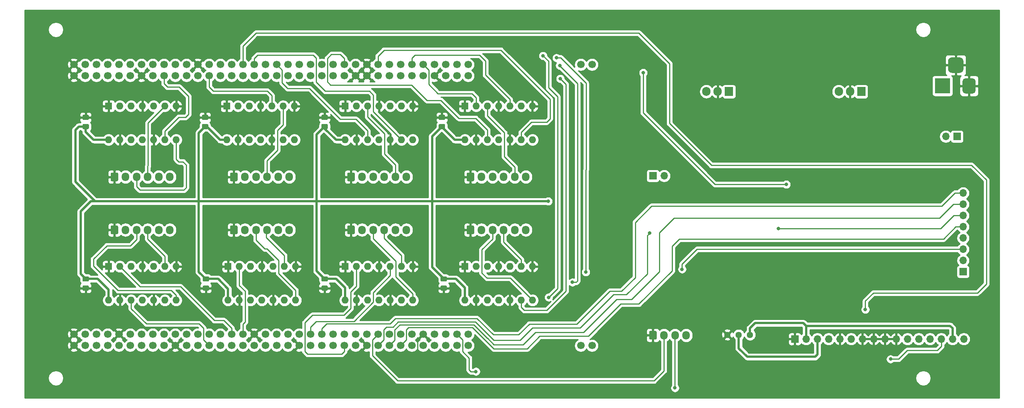
<source format=gbr>
%TF.GenerationSoftware,KiCad,Pcbnew,(5.1.8)-1*%
%TF.CreationDate,2021-07-13T09:26:45+05:30*%
%TF.ProjectId,rfsm,7266736d-2e6b-4696-9361-645f70636258,rev?*%
%TF.SameCoordinates,Original*%
%TF.FileFunction,Copper,L2,Bot*%
%TF.FilePolarity,Positive*%
%FSLAX46Y46*%
G04 Gerber Fmt 4.6, Leading zero omitted, Abs format (unit mm)*
G04 Created by KiCad (PCBNEW (5.1.8)-1) date 2021-07-13 09:26:45*
%MOMM*%
%LPD*%
G01*
G04 APERTURE LIST*
%TA.AperFunction,ComponentPad*%
%ADD10O,1.700000X1.700000*%
%TD*%
%TA.AperFunction,ComponentPad*%
%ADD11R,1.700000X1.700000*%
%TD*%
%TA.AperFunction,ComponentPad*%
%ADD12C,1.700000*%
%TD*%
%TA.AperFunction,ComponentPad*%
%ADD13R,1.600000X1.600000*%
%TD*%
%TA.AperFunction,ComponentPad*%
%ADD14O,1.600000X1.600000*%
%TD*%
%TA.AperFunction,ComponentPad*%
%ADD15R,3.500000X3.500000*%
%TD*%
%TA.AperFunction,ComponentPad*%
%ADD16O,1.700000X1.950000*%
%TD*%
%TA.AperFunction,ComponentPad*%
%ADD17C,1.440000*%
%TD*%
%TA.AperFunction,ComponentPad*%
%ADD18R,1.905000X2.000000*%
%TD*%
%TA.AperFunction,ComponentPad*%
%ADD19O,1.905000X2.000000*%
%TD*%
%TA.AperFunction,ViaPad*%
%ADD20C,0.800000*%
%TD*%
%TA.AperFunction,Conductor*%
%ADD21C,0.254000*%
%TD*%
%TA.AperFunction,Conductor*%
%ADD22C,0.508000*%
%TD*%
%TA.AperFunction,Conductor*%
%ADD23C,0.100000*%
%TD*%
G04 APERTURE END LIST*
D10*
%TO.P,J14,2*%
%TO.N,12V*%
X170180000Y-91440000D03*
D11*
%TO.P,J14,1*%
%TO.N,Net-(J10-Pad6)*%
X167640000Y-91440000D03*
%TD*%
D10*
%TO.P,J13,2*%
%TO.N,Net-(C2-Pad1)*%
X233680000Y-82550000D03*
D11*
%TO.P,J13,1*%
%TO.N,5V*%
X236220000Y-82550000D03*
%TD*%
D12*
%TO.P,U1,1*%
%TO.N,SW_1_PIN_2*%
X125984000Y-66294000D03*
%TO.P,U1,2*%
%TO.N,SW_1_PIN_1*%
X125984000Y-68834000D03*
%TO.P,U1,3*%
%TO.N,SW_1_PIN_4*%
X123444000Y-66294000D03*
%TO.P,U1,4*%
%TO.N,SW_1_PIN_3*%
X123444000Y-68834000D03*
%TO.P,U1,5*%
%TO.N,Net-(U1-Pad5)*%
X120904000Y-66294000D03*
%TO.P,U1,6*%
%TO.N,5VD*%
X120904000Y-68834000D03*
%TO.P,U1,7*%
%TO.N,Net-(U1-Pad7)*%
X118364000Y-66294000D03*
%TO.P,U1,8*%
%TO.N,GND*%
X118364000Y-68834000D03*
%TO.P,U1,9*%
%TO.N,SW_2_PIN_1*%
X115824000Y-66294000D03*
%TO.P,U1,10*%
%TO.N,Net-(U1-Pad10)*%
X115824000Y-68834000D03*
%TO.P,U1,11*%
%TO.N,SW_2_PIN_2*%
X113284000Y-66294000D03*
%TO.P,U1,12*%
%TO.N,Net-(U1-Pad12)*%
X113284000Y-68834000D03*
%TO.P,U1,13*%
%TO.N,Net-(U1-Pad13)*%
X110744000Y-66294000D03*
%TO.P,U1,14*%
%TO.N,Net-(U1-Pad14)*%
X110744000Y-68834000D03*
%TO.P,U1,15*%
%TO.N,Net-(U1-Pad15)*%
X108204000Y-66294000D03*
%TO.P,U1,16*%
%TO.N,3V3*%
X108204000Y-68834000D03*
%TO.P,U1,17*%
%TO.N,SW_2_PIN_3*%
X105664000Y-66294000D03*
%TO.P,U1,18*%
%TO.N,Net-(U1-Pad18)*%
X105664000Y-68834000D03*
%TO.P,U1,19*%
%TO.N,GND*%
X103124000Y-66294000D03*
%TO.P,U1,20*%
X103124000Y-68834000D03*
%TO.P,U1,21*%
%TO.N,UART_RX*%
X100584000Y-66294000D03*
%TO.P,U1,22*%
%TO.N,GND*%
X100584000Y-68834000D03*
%TO.P,U1,23*%
%TO.N,SW_2_PIN_4*%
X98044000Y-66294000D03*
%TO.P,U1,24*%
%TO.N,5VD*%
X98044000Y-68834000D03*
%TO.P,U1,25*%
%TO.N,Net-(U1-Pad25)*%
X95504000Y-66294000D03*
%TO.P,U1,26*%
%TO.N,Net-(U1-Pad26)*%
X95504000Y-68834000D03*
%TO.P,U1,27*%
%TO.N,Net-(U1-Pad27)*%
X92964000Y-66294000D03*
%TO.P,U1,28*%
%TO.N,Net-(U1-Pad28)*%
X92964000Y-68834000D03*
%TO.P,U1,29*%
%TO.N,Net-(U1-Pad29)*%
X90424000Y-66294000D03*
%TO.P,U1,30*%
%TO.N,Net-(U1-Pad30)*%
X90424000Y-68834000D03*
%TO.P,U1,31*%
%TO.N,Net-(U1-Pad31)*%
X87884000Y-66294000D03*
%TO.P,U1,32*%
%TO.N,Net-(U1-Pad32)*%
X87884000Y-68834000D03*
%TO.P,U1,33*%
%TO.N,Net-(U1-Pad33)*%
X85344000Y-66294000D03*
%TO.P,U1,34*%
%TO.N,Net-(U1-Pad34)*%
X85344000Y-68834000D03*
%TO.P,U1,35*%
%TO.N,SW_4_PIN_4*%
X82804000Y-66294000D03*
%TO.P,U1,36*%
%TO.N,Net-(U1-Pad36)*%
X82804000Y-68834000D03*
%TO.P,U1,37*%
%TO.N,SW_4_PIN_2*%
X80264000Y-66294000D03*
%TO.P,U1,38*%
%TO.N,SW_4_PIN_1*%
X80264000Y-68834000D03*
%TO.P,U1,39*%
%TO.N,SW_4_PIN_3*%
X77724000Y-66294000D03*
%TO.P,U1,40*%
%TO.N,Net-(U1-Pad40)*%
X77724000Y-68834000D03*
%TO.P,U1,41*%
%TO.N,LCD_DIS_EN*%
X75184000Y-66294000D03*
%TO.P,U1,42*%
%TO.N,Net-(U1-Pad42)*%
X75184000Y-68834000D03*
%TO.P,U1,43*%
%TO.N,Net-(U1-Pad43)*%
X72644000Y-66294000D03*
%TO.P,U1,44*%
%TO.N,Net-(U1-Pad44)*%
X72644000Y-68834000D03*
%TO.P,U1,45*%
%TO.N,SW_6_PIN_1*%
X70104000Y-66294000D03*
%TO.P,U1,46*%
%TO.N,Net-(U1-Pad46)*%
X70104000Y-68834000D03*
%TO.P,U1,47*%
%TO.N,SW_6_PIN_3*%
X67564000Y-66294000D03*
%TO.P,U1,48*%
%TO.N,SW_6_PIN_2*%
X67564000Y-68834000D03*
%TO.P,U1,49*%
%TO.N,GND*%
X65024000Y-66294000D03*
%TO.P,U1,50*%
%TO.N,SW_6_PIN_4*%
X65024000Y-68834000D03*
%TO.P,U1,51*%
%TO.N,Net-(U1-Pad51)*%
X62484000Y-66294000D03*
%TO.P,U1,52*%
%TO.N,SW_7_PIN_1*%
X62484000Y-68834000D03*
%TO.P,U1,53*%
%TO.N,Net-(U1-Pad53)*%
X59944000Y-66294000D03*
%TO.P,U1,54*%
%TO.N,SW_7_PIN_2*%
X59944000Y-68834000D03*
%TO.P,U1,55*%
%TO.N,SW_7_PIN_4*%
X57404000Y-66294000D03*
%TO.P,U1,56*%
%TO.N,SW_7_PIN_3*%
X57404000Y-68834000D03*
%TO.P,U1,57*%
%TO.N,Net-(U1-Pad57)*%
X54864000Y-66294000D03*
%TO.P,U1,58*%
%TO.N,Net-(U1-Pad58)*%
X54864000Y-68834000D03*
%TO.P,U1,59*%
%TO.N,Net-(U1-Pad59)*%
X52324000Y-66294000D03*
%TO.P,U1,60*%
%TO.N,GND*%
X52324000Y-68834000D03*
%TO.P,U1,61*%
%TO.N,Net-(U1-Pad61)*%
X49784000Y-66294000D03*
%TO.P,U1,62*%
%TO.N,Net-(U1-Pad62)*%
X49784000Y-68834000D03*
%TO.P,U1,63*%
%TO.N,Net-(U1-Pad63)*%
X47244000Y-66294000D03*
%TO.P,U1,64*%
%TO.N,Net-(U1-Pad64)*%
X47244000Y-68834000D03*
%TO.P,U1,65*%
%TO.N,Net-(U1-Pad65)*%
X44704000Y-66294000D03*
%TO.P,U1,66*%
%TO.N,Net-(U1-Pad66)*%
X44704000Y-68834000D03*
%TO.P,U1,67*%
%TO.N,Net-(U1-Pad67)*%
X42164000Y-66294000D03*
%TO.P,U1,68*%
%TO.N,Net-(U1-Pad68)*%
X42164000Y-68834000D03*
%TO.P,U1,69*%
%TO.N,Net-(U1-Pad69)*%
X39624000Y-66294000D03*
%TO.P,U1,70*%
%TO.N,Net-(U1-Pad70)*%
X39624000Y-68834000D03*
%TO.P,U1,71*%
%TO.N,GND*%
X37084000Y-66294000D03*
%TO.P,U1,72*%
X37084000Y-68834000D03*
%TO.P,U1,73*%
%TO.N,LCD_E*%
X125984000Y-127254000D03*
%TO.P,U1,74*%
%TO.N,LCD_RS*%
X125984000Y-129794000D03*
%TO.P,U1,75*%
%TO.N,LCD_D5*%
X123444000Y-127254000D03*
%TO.P,U1,76*%
%TO.N,LCD_D4*%
X123444000Y-129794000D03*
%TO.P,U1,77*%
%TO.N,LCD_D7*%
X120904000Y-127254000D03*
%TO.P,U1,78*%
%TO.N,Net-(U1-Pad78)*%
X120904000Y-129794000D03*
%TO.P,U1,79*%
%TO.N,Net-(U1-Pad79)*%
X118364000Y-127254000D03*
%TO.P,U1,80*%
%TO.N,Net-(U1-Pad80)*%
X118364000Y-129794000D03*
%TO.P,U1,81*%
%TO.N,GND*%
X115824000Y-127254000D03*
%TO.P,U1,82*%
%TO.N,KR1*%
X115824000Y-129794000D03*
%TO.P,U1,83*%
%TO.N,KR2*%
X113284000Y-127254000D03*
%TO.P,U1,84*%
%TO.N,KR3*%
X113284000Y-129794000D03*
%TO.P,U1,85*%
%TO.N,KR4*%
X110744000Y-127254000D03*
%TO.P,U1,86*%
%TO.N,KC1*%
X110744000Y-129794000D03*
%TO.P,U1,87*%
%TO.N,Net-(U1-Pad87)*%
X108204000Y-127254000D03*
%TO.P,U1,88*%
%TO.N,KC3*%
X108204000Y-129794000D03*
%TO.P,U1,89*%
%TO.N,UART_TX*%
X105664000Y-127254000D03*
%TO.P,U1,90*%
%TO.N,KC2*%
X105664000Y-129794000D03*
%TO.P,U1,91*%
%TO.N,Net-(U1-Pad91)*%
X103124000Y-127254000D03*
%TO.P,U1,92*%
%TO.N,GND*%
X103124000Y-129794000D03*
%TO.P,U1,93*%
%TO.N,Net-(U1-Pad93)*%
X100584000Y-127254000D03*
%TO.P,U1,94*%
%TO.N,LCD_D6*%
X100584000Y-129794000D03*
%TO.P,U1,95*%
%TO.N,Net-(U1-Pad95)*%
X98044000Y-127254000D03*
%TO.P,U1,96*%
%TO.N,SW_3_PIN_1*%
X98044000Y-129794000D03*
%TO.P,U1,97*%
%TO.N,SW_3_PIN_3*%
X95504000Y-127254000D03*
%TO.P,U1,98*%
%TO.N,SW_3_PIN_4*%
X95504000Y-129794000D03*
%TO.P,U1,99*%
%TO.N,KC4*%
X92964000Y-127254000D03*
%TO.P,U1,100*%
%TO.N,Net-(U1-Pad100)*%
X92964000Y-129794000D03*
%TO.P,U1,101*%
%TO.N,SW_3_PIN_2*%
X90424000Y-127254000D03*
%TO.P,U1,102*%
%TO.N,Net-(U1-Pad102)*%
X90424000Y-129794000D03*
%TO.P,U1,103*%
%TO.N,Net-(U1-Pad103)*%
X87884000Y-127254000D03*
%TO.P,U1,104*%
%TO.N,GND*%
X87884000Y-129794000D03*
%TO.P,U1,105*%
%TO.N,Net-(U1-Pad105)*%
X85344000Y-127254000D03*
%TO.P,U1,106*%
%TO.N,Net-(U1-Pad106)*%
X85344000Y-129794000D03*
%TO.P,U1,107*%
%TO.N,Net-(U1-Pad107)*%
X82804000Y-127254000D03*
%TO.P,U1,108*%
%TO.N,SW_5_PIN_2*%
X82804000Y-129794000D03*
%TO.P,U1,109*%
%TO.N,Net-(U1-Pad109)*%
X80264000Y-127254000D03*
%TO.P,U1,110*%
%TO.N,SW_5_PIN_3*%
X80264000Y-129794000D03*
%TO.P,U1,111*%
%TO.N,GND*%
X77724000Y-127254000D03*
%TO.P,U1,112*%
%TO.N,Net-(U1-Pad112)*%
X77724000Y-129794000D03*
%TO.P,U1,113*%
%TO.N,SW_5_PIN_1*%
X75184000Y-127254000D03*
%TO.P,U1,114*%
%TO.N,SW_5_PIN_4*%
X75184000Y-129794000D03*
%TO.P,U1,115*%
%TO.N,SW_8_PIN_1*%
X72644000Y-127254000D03*
%TO.P,U1,116*%
%TO.N,Net-(U1-Pad116)*%
X72644000Y-129794000D03*
%TO.P,U1,117*%
%TO.N,SW_8_PIN_2*%
X70104000Y-127254000D03*
%TO.P,U1,118*%
%TO.N,SW_8_PIN_3*%
X70104000Y-129794000D03*
%TO.P,U1,119*%
%TO.N,Net-(U1-Pad119)*%
X67564000Y-127254000D03*
%TO.P,U1,120*%
%TO.N,SW_8_PIN_4*%
X67564000Y-129794000D03*
%TO.P,U1,121*%
%TO.N,Net-(U1-Pad121)*%
X65024000Y-127254000D03*
%TO.P,U1,122*%
%TO.N,Net-(U1-Pad122)*%
X65024000Y-129794000D03*
%TO.P,U1,123*%
%TO.N,Net-(U1-Pad123)*%
X62484000Y-127254000D03*
%TO.P,U1,124*%
%TO.N,Net-(U1-Pad124)*%
X62484000Y-129794000D03*
%TO.P,U1,125*%
%TO.N,Net-(U1-Pad125)*%
X59944000Y-127254000D03*
%TO.P,U1,126*%
%TO.N,GND*%
X59944000Y-129794000D03*
%TO.P,U1,127*%
%TO.N,Net-(U1-Pad127)*%
X57404000Y-127254000D03*
%TO.P,U1,128*%
%TO.N,Net-(U1-Pad128)*%
X57404000Y-129794000D03*
%TO.P,U1,129*%
%TO.N,Net-(U1-Pad129)*%
X54864000Y-127254000D03*
%TO.P,U1,130*%
%TO.N,Net-(U1-Pad130)*%
X54864000Y-129794000D03*
%TO.P,U1,131*%
%TO.N,Net-(U1-Pad131)*%
X52324000Y-127254000D03*
%TO.P,U1,132*%
%TO.N,Net-(U1-Pad132)*%
X52324000Y-129794000D03*
%TO.P,U1,133*%
%TO.N,Net-(U1-Pad133)*%
X49784000Y-127254000D03*
%TO.P,U1,134*%
%TO.N,Net-(U1-Pad134)*%
X49784000Y-129794000D03*
%TO.P,U1,135*%
%TO.N,GND*%
X47244000Y-127254000D03*
%TO.P,U1,136*%
%TO.N,Net-(U1-Pad136)*%
X47244000Y-129794000D03*
%TO.P,U1,137*%
%TO.N,Net-(U1-Pad137)*%
X44704000Y-127254000D03*
%TO.P,U1,138*%
%TO.N,Net-(U1-Pad138)*%
X44704000Y-129794000D03*
%TO.P,U1,139*%
%TO.N,Net-(U1-Pad139)*%
X42164000Y-127254000D03*
%TO.P,U1,140*%
%TO.N,Net-(U1-Pad140)*%
X42164000Y-129794000D03*
%TO.P,U1,141*%
%TO.N,Net-(U1-Pad141)*%
X39624000Y-127254000D03*
%TO.P,U1,142*%
%TO.N,Net-(U1-Pad142)*%
X39624000Y-129794000D03*
%TO.P,U1,143*%
%TO.N,GND*%
X37084000Y-127254000D03*
%TO.P,U1,144*%
X37084000Y-129794000D03*
%TO.P,U1,145*%
%TO.N,N/C*%
X153924000Y-66294000D03*
%TO.P,U1,146*%
X151384000Y-66294000D03*
%TO.P,U1,147*%
X153924000Y-129794000D03*
%TO.P,U1,148*%
X151384000Y-129794000D03*
%TD*%
%TO.P,C15,2*%
%TO.N,5V*%
%TA.AperFunction,SMDPad,CuDef*%
G36*
G01*
X39276000Y-79711300D02*
X40226000Y-79711300D01*
G75*
G02*
X40476000Y-79961300I0J-250000D01*
G01*
X40476000Y-80636300D01*
G75*
G02*
X40226000Y-80886300I-250000J0D01*
G01*
X39276000Y-80886300D01*
G75*
G02*
X39026000Y-80636300I0J250000D01*
G01*
X39026000Y-79961300D01*
G75*
G02*
X39276000Y-79711300I250000J0D01*
G01*
G37*
%TD.AperFunction*%
%TO.P,C15,1*%
%TO.N,GND*%
%TA.AperFunction,SMDPad,CuDef*%
G36*
G01*
X39276000Y-77636300D02*
X40226000Y-77636300D01*
G75*
G02*
X40476000Y-77886300I0J-250000D01*
G01*
X40476000Y-78561300D01*
G75*
G02*
X40226000Y-78811300I-250000J0D01*
G01*
X39276000Y-78811300D01*
G75*
G02*
X39026000Y-78561300I0J250000D01*
G01*
X39026000Y-77886300D01*
G75*
G02*
X39276000Y-77636300I250000J0D01*
G01*
G37*
%TD.AperFunction*%
%TD*%
%TO.P,C16,2*%
%TO.N,5V*%
%TA.AperFunction,SMDPad,CuDef*%
G36*
G01*
X40226000Y-115323200D02*
X39276000Y-115323200D01*
G75*
G02*
X39026000Y-115073200I0J250000D01*
G01*
X39026000Y-114398200D01*
G75*
G02*
X39276000Y-114148200I250000J0D01*
G01*
X40226000Y-114148200D01*
G75*
G02*
X40476000Y-114398200I0J-250000D01*
G01*
X40476000Y-115073200D01*
G75*
G02*
X40226000Y-115323200I-250000J0D01*
G01*
G37*
%TD.AperFunction*%
%TO.P,C16,1*%
%TO.N,GND*%
%TA.AperFunction,SMDPad,CuDef*%
G36*
G01*
X40226000Y-117398200D02*
X39276000Y-117398200D01*
G75*
G02*
X39026000Y-117148200I0J250000D01*
G01*
X39026000Y-116473200D01*
G75*
G02*
X39276000Y-116223200I250000J0D01*
G01*
X40226000Y-116223200D01*
G75*
G02*
X40476000Y-116473200I0J-250000D01*
G01*
X40476000Y-117148200D01*
G75*
G02*
X40226000Y-117398200I-250000J0D01*
G01*
G37*
%TD.AperFunction*%
%TD*%
%TO.P,C14,2*%
%TO.N,5V*%
%TA.AperFunction,SMDPad,CuDef*%
G36*
G01*
X66200000Y-79711300D02*
X67150000Y-79711300D01*
G75*
G02*
X67400000Y-79961300I0J-250000D01*
G01*
X67400000Y-80636300D01*
G75*
G02*
X67150000Y-80886300I-250000J0D01*
G01*
X66200000Y-80886300D01*
G75*
G02*
X65950000Y-80636300I0J250000D01*
G01*
X65950000Y-79961300D01*
G75*
G02*
X66200000Y-79711300I250000J0D01*
G01*
G37*
%TD.AperFunction*%
%TO.P,C14,1*%
%TO.N,GND*%
%TA.AperFunction,SMDPad,CuDef*%
G36*
G01*
X66200000Y-77636300D02*
X67150000Y-77636300D01*
G75*
G02*
X67400000Y-77886300I0J-250000D01*
G01*
X67400000Y-78561300D01*
G75*
G02*
X67150000Y-78811300I-250000J0D01*
G01*
X66200000Y-78811300D01*
G75*
G02*
X65950000Y-78561300I0J250000D01*
G01*
X65950000Y-77886300D01*
G75*
G02*
X66200000Y-77636300I250000J0D01*
G01*
G37*
%TD.AperFunction*%
%TD*%
%TO.P,C13,2*%
%TO.N,5V*%
%TA.AperFunction,SMDPad,CuDef*%
G36*
G01*
X67327800Y-115323200D02*
X66377800Y-115323200D01*
G75*
G02*
X66127800Y-115073200I0J250000D01*
G01*
X66127800Y-114398200D01*
G75*
G02*
X66377800Y-114148200I250000J0D01*
G01*
X67327800Y-114148200D01*
G75*
G02*
X67577800Y-114398200I0J-250000D01*
G01*
X67577800Y-115073200D01*
G75*
G02*
X67327800Y-115323200I-250000J0D01*
G01*
G37*
%TD.AperFunction*%
%TO.P,C13,1*%
%TO.N,GND*%
%TA.AperFunction,SMDPad,CuDef*%
G36*
G01*
X67327800Y-117398200D02*
X66377800Y-117398200D01*
G75*
G02*
X66127800Y-117148200I0J250000D01*
G01*
X66127800Y-116473200D01*
G75*
G02*
X66377800Y-116223200I250000J0D01*
G01*
X67327800Y-116223200D01*
G75*
G02*
X67577800Y-116473200I0J-250000D01*
G01*
X67577800Y-117148200D01*
G75*
G02*
X67327800Y-117398200I-250000J0D01*
G01*
G37*
%TD.AperFunction*%
%TD*%
%TO.P,C12,2*%
%TO.N,5V*%
%TA.AperFunction,SMDPad,CuDef*%
G36*
G01*
X93149400Y-79711300D02*
X94099400Y-79711300D01*
G75*
G02*
X94349400Y-79961300I0J-250000D01*
G01*
X94349400Y-80636300D01*
G75*
G02*
X94099400Y-80886300I-250000J0D01*
G01*
X93149400Y-80886300D01*
G75*
G02*
X92899400Y-80636300I0J250000D01*
G01*
X92899400Y-79961300D01*
G75*
G02*
X93149400Y-79711300I250000J0D01*
G01*
G37*
%TD.AperFunction*%
%TO.P,C12,1*%
%TO.N,GND*%
%TA.AperFunction,SMDPad,CuDef*%
G36*
G01*
X93149400Y-77636300D02*
X94099400Y-77636300D01*
G75*
G02*
X94349400Y-77886300I0J-250000D01*
G01*
X94349400Y-78561300D01*
G75*
G02*
X94099400Y-78811300I-250000J0D01*
G01*
X93149400Y-78811300D01*
G75*
G02*
X92899400Y-78561300I0J250000D01*
G01*
X92899400Y-77886300D01*
G75*
G02*
X93149400Y-77636300I250000J0D01*
G01*
G37*
%TD.AperFunction*%
%TD*%
%TO.P,C11,2*%
%TO.N,5V*%
%TA.AperFunction,SMDPad,CuDef*%
G36*
G01*
X94099400Y-115323200D02*
X93149400Y-115323200D01*
G75*
G02*
X92899400Y-115073200I0J250000D01*
G01*
X92899400Y-114398200D01*
G75*
G02*
X93149400Y-114148200I250000J0D01*
G01*
X94099400Y-114148200D01*
G75*
G02*
X94349400Y-114398200I0J-250000D01*
G01*
X94349400Y-115073200D01*
G75*
G02*
X94099400Y-115323200I-250000J0D01*
G01*
G37*
%TD.AperFunction*%
%TO.P,C11,1*%
%TO.N,GND*%
%TA.AperFunction,SMDPad,CuDef*%
G36*
G01*
X94099400Y-117398200D02*
X93149400Y-117398200D01*
G75*
G02*
X92899400Y-117148200I0J250000D01*
G01*
X92899400Y-116473200D01*
G75*
G02*
X93149400Y-116223200I250000J0D01*
G01*
X94099400Y-116223200D01*
G75*
G02*
X94349400Y-116473200I0J-250000D01*
G01*
X94349400Y-117148200D01*
G75*
G02*
X94099400Y-117398200I-250000J0D01*
G01*
G37*
%TD.AperFunction*%
%TD*%
%TO.P,C10,2*%
%TO.N,5V*%
%TA.AperFunction,SMDPad,CuDef*%
G36*
G01*
X119590800Y-79711300D02*
X120540800Y-79711300D01*
G75*
G02*
X120790800Y-79961300I0J-250000D01*
G01*
X120790800Y-80636300D01*
G75*
G02*
X120540800Y-80886300I-250000J0D01*
G01*
X119590800Y-80886300D01*
G75*
G02*
X119340800Y-80636300I0J250000D01*
G01*
X119340800Y-79961300D01*
G75*
G02*
X119590800Y-79711300I250000J0D01*
G01*
G37*
%TD.AperFunction*%
%TO.P,C10,1*%
%TO.N,GND*%
%TA.AperFunction,SMDPad,CuDef*%
G36*
G01*
X119590800Y-77636300D02*
X120540800Y-77636300D01*
G75*
G02*
X120790800Y-77886300I0J-250000D01*
G01*
X120790800Y-78561300D01*
G75*
G02*
X120540800Y-78811300I-250000J0D01*
G01*
X119590800Y-78811300D01*
G75*
G02*
X119340800Y-78561300I0J250000D01*
G01*
X119340800Y-77886300D01*
G75*
G02*
X119590800Y-77636300I250000J0D01*
G01*
G37*
%TD.AperFunction*%
%TD*%
%TO.P,C9,2*%
%TO.N,5V*%
%TA.AperFunction,SMDPad,CuDef*%
G36*
G01*
X120960000Y-115323200D02*
X120010000Y-115323200D01*
G75*
G02*
X119760000Y-115073200I0J250000D01*
G01*
X119760000Y-114398200D01*
G75*
G02*
X120010000Y-114148200I250000J0D01*
G01*
X120960000Y-114148200D01*
G75*
G02*
X121210000Y-114398200I0J-250000D01*
G01*
X121210000Y-115073200D01*
G75*
G02*
X120960000Y-115323200I-250000J0D01*
G01*
G37*
%TD.AperFunction*%
%TO.P,C9,1*%
%TO.N,GND*%
%TA.AperFunction,SMDPad,CuDef*%
G36*
G01*
X120960000Y-117398200D02*
X120010000Y-117398200D01*
G75*
G02*
X119760000Y-117148200I0J250000D01*
G01*
X119760000Y-116473200D01*
G75*
G02*
X120010000Y-116223200I250000J0D01*
G01*
X120960000Y-116223200D01*
G75*
G02*
X121210000Y-116473200I0J-250000D01*
G01*
X121210000Y-117148200D01*
G75*
G02*
X120960000Y-117398200I-250000J0D01*
G01*
G37*
%TD.AperFunction*%
%TD*%
D13*
%TO.P,U9,1*%
%TO.N,GND*%
X44908800Y-75666600D03*
D14*
%TO.P,U9,8*%
%TO.N,S7_O3*%
X60148800Y-83286600D03*
%TO.P,U9,2*%
%TO.N,SW_7_PIN_1*%
X47448800Y-75666600D03*
%TO.P,U9,9*%
%TO.N,SW_7_PIN_3*%
X57608800Y-83286600D03*
%TO.P,U9,3*%
%TO.N,S7_O1*%
X49988800Y-75666600D03*
%TO.P,U9,10*%
%TO.N,GND*%
X55068800Y-83286600D03*
%TO.P,U9,4*%
X52528800Y-75666600D03*
%TO.P,U9,11*%
%TO.N,S7_O4*%
X52528800Y-83286600D03*
%TO.P,U9,5*%
%TO.N,SW_7_PIN_2*%
X55068800Y-75666600D03*
%TO.P,U9,12*%
%TO.N,SW_7_PIN_4*%
X49988800Y-83286600D03*
%TO.P,U9,6*%
%TO.N,S7_O2*%
X57608800Y-75666600D03*
%TO.P,U9,13*%
%TO.N,GND*%
X47448800Y-83286600D03*
%TO.P,U9,7*%
X60148800Y-75666600D03*
%TO.P,U9,14*%
%TO.N,5V*%
X44908800Y-83286600D03*
%TD*%
D15*
%TO.P,J1,1*%
%TO.N,12V*%
X232930700Y-71120000D03*
%TO.P,J1,2*%
%TO.N,GND*%
%TA.AperFunction,ComponentPad*%
G36*
G01*
X240430700Y-70120000D02*
X240430700Y-72120000D01*
G75*
G02*
X239680700Y-72870000I-750000J0D01*
G01*
X238180700Y-72870000D01*
G75*
G02*
X237430700Y-72120000I0J750000D01*
G01*
X237430700Y-70120000D01*
G75*
G02*
X238180700Y-69370000I750000J0D01*
G01*
X239680700Y-69370000D01*
G75*
G02*
X240430700Y-70120000I0J-750000D01*
G01*
G37*
%TD.AperFunction*%
%TO.P,J1,3*%
%TA.AperFunction,ComponentPad*%
G36*
G01*
X237680700Y-65545000D02*
X237680700Y-67295000D01*
G75*
G02*
X236805700Y-68170000I-875000J0D01*
G01*
X235055700Y-68170000D01*
G75*
G02*
X234180700Y-67295000I0J875000D01*
G01*
X234180700Y-65545000D01*
G75*
G02*
X235055700Y-64670000I875000J0D01*
G01*
X236805700Y-64670000D01*
G75*
G02*
X237680700Y-65545000I0J-875000D01*
G01*
G37*
%TD.AperFunction*%
%TD*%
D11*
%TO.P,J2,1*%
%TO.N,GND*%
X199644000Y-128320800D03*
D10*
%TO.P,J2,2*%
%TO.N,5V*%
X202184000Y-128320800D03*
%TO.P,J2,3*%
%TO.N,Net-(J2-Pad3)*%
X204724000Y-128320800D03*
%TO.P,J2,4*%
%TO.N,LCD_RS*%
X207264000Y-128320800D03*
%TO.P,J2,5*%
%TO.N,GND*%
X209804000Y-128320800D03*
%TO.P,J2,6*%
%TO.N,LCD_E*%
X212344000Y-128320800D03*
%TO.P,J2,7*%
%TO.N,GND*%
X214884000Y-128320800D03*
%TO.P,J2,8*%
X217424000Y-128320800D03*
%TO.P,J2,9*%
X219964000Y-128320800D03*
%TO.P,J2,10*%
X222504000Y-128320800D03*
%TO.P,J2,11*%
%TO.N,LCD_D4*%
X225044000Y-128320800D03*
%TO.P,J2,12*%
%TO.N,LCD_D5*%
X227584000Y-128320800D03*
%TO.P,J2,13*%
%TO.N,LCD_D6*%
X230124000Y-128320800D03*
%TO.P,J2,14*%
%TO.N,LCD_D7*%
X232664000Y-128320800D03*
%TO.P,J2,15*%
%TO.N,5V*%
X235204000Y-128320800D03*
%TO.P,J2,16*%
%TO.N,Net-(J2-Pad16)*%
X237744000Y-128320800D03*
%TD*%
D11*
%TO.P,J3,1*%
%TO.N,KR1*%
X237591600Y-113106200D03*
D10*
%TO.P,J3,2*%
%TO.N,KR2*%
X237591600Y-110566200D03*
%TO.P,J3,3*%
%TO.N,KR3*%
X237591600Y-108026200D03*
%TO.P,J3,4*%
%TO.N,KR4*%
X237591600Y-105486200D03*
%TO.P,J3,5*%
%TO.N,KC1*%
X237591600Y-102946200D03*
%TO.P,J3,6*%
%TO.N,KC2*%
X237591600Y-100406200D03*
%TO.P,J3,7*%
%TO.N,KC3*%
X237591600Y-97866200D03*
%TO.P,J3,8*%
%TO.N,KC4*%
X237591600Y-95326200D03*
%TD*%
%TO.P,J4,1*%
%TO.N,GND*%
%TA.AperFunction,ComponentPad*%
G36*
G01*
X166790000Y-128182200D02*
X166790000Y-126732200D01*
G75*
G02*
X167040000Y-126482200I250000J0D01*
G01*
X168240000Y-126482200D01*
G75*
G02*
X168490000Y-126732200I0J-250000D01*
G01*
X168490000Y-128182200D01*
G75*
G02*
X168240000Y-128432200I-250000J0D01*
G01*
X167040000Y-128432200D01*
G75*
G02*
X166790000Y-128182200I0J250000D01*
G01*
G37*
%TD.AperFunction*%
D16*
%TO.P,J4,2*%
%TO.N,UART_TX*%
X170140000Y-127457200D03*
%TO.P,J4,3*%
%TO.N,UART_RX*%
X172640000Y-127457200D03*
%TO.P,J4,4*%
%TO.N,5V*%
X175140000Y-127457200D03*
%TD*%
%TO.P,J5,1*%
%TO.N,GND*%
%TA.AperFunction,ComponentPad*%
G36*
G01*
X125642000Y-104373000D02*
X125642000Y-102923000D01*
G75*
G02*
X125892000Y-102673000I250000J0D01*
G01*
X127092000Y-102673000D01*
G75*
G02*
X127342000Y-102923000I0J-250000D01*
G01*
X127342000Y-104373000D01*
G75*
G02*
X127092000Y-104623000I-250000J0D01*
G01*
X125892000Y-104623000D01*
G75*
G02*
X125642000Y-104373000I0J250000D01*
G01*
G37*
%TD.AperFunction*%
%TO.P,J5,2*%
%TO.N,S1_O4*%
X128992000Y-103648000D03*
%TO.P,J5,3*%
%TO.N,S1_O3*%
X131492000Y-103648000D03*
%TO.P,J5,4*%
%TO.N,S1_O2*%
X133992000Y-103648000D03*
%TO.P,J5,5*%
%TO.N,S1_O1*%
X136492000Y-103648000D03*
%TO.P,J5,6*%
%TO.N,Net-(J10-Pad6)*%
X138992000Y-103648000D03*
%TD*%
%TO.P,J6,6*%
%TO.N,Net-(J10-Pad6)*%
X138992000Y-91678000D03*
%TO.P,J6,5*%
%TO.N,S2_O1*%
X136492000Y-91678000D03*
%TO.P,J6,4*%
%TO.N,S2_O2*%
X133992000Y-91678000D03*
%TO.P,J6,3*%
%TO.N,S2_O3*%
X131492000Y-91678000D03*
%TO.P,J6,2*%
%TO.N,S2_O4*%
X128992000Y-91678000D03*
%TO.P,J6,1*%
%TO.N,GND*%
%TA.AperFunction,ComponentPad*%
G36*
G01*
X125642000Y-92403000D02*
X125642000Y-90953000D01*
G75*
G02*
X125892000Y-90703000I250000J0D01*
G01*
X127092000Y-90703000D01*
G75*
G02*
X127342000Y-90953000I0J-250000D01*
G01*
X127342000Y-92403000D01*
G75*
G02*
X127092000Y-92653000I-250000J0D01*
G01*
X125892000Y-92653000D01*
G75*
G02*
X125642000Y-92403000I0J250000D01*
G01*
G37*
%TD.AperFunction*%
%TD*%
%TO.P,J7,1*%
%TO.N,GND*%
%TA.AperFunction,ComponentPad*%
G36*
G01*
X98718000Y-104373000D02*
X98718000Y-102923000D01*
G75*
G02*
X98968000Y-102673000I250000J0D01*
G01*
X100168000Y-102673000D01*
G75*
G02*
X100418000Y-102923000I0J-250000D01*
G01*
X100418000Y-104373000D01*
G75*
G02*
X100168000Y-104623000I-250000J0D01*
G01*
X98968000Y-104623000D01*
G75*
G02*
X98718000Y-104373000I0J250000D01*
G01*
G37*
%TD.AperFunction*%
%TO.P,J7,2*%
%TO.N,S3_O4*%
X102068000Y-103648000D03*
%TO.P,J7,3*%
%TO.N,S3_O3*%
X104568000Y-103648000D03*
%TO.P,J7,4*%
%TO.N,S3_O2*%
X107068000Y-103648000D03*
%TO.P,J7,5*%
%TO.N,S3_O1*%
X109568000Y-103648000D03*
%TO.P,J7,6*%
%TO.N,Net-(J10-Pad6)*%
X112068000Y-103648000D03*
%TD*%
%TO.P,J8,6*%
%TO.N,Net-(J10-Pad6)*%
X112068000Y-91678000D03*
%TO.P,J8,5*%
%TO.N,S4_O1*%
X109568000Y-91678000D03*
%TO.P,J8,4*%
%TO.N,S4_O2*%
X107068000Y-91678000D03*
%TO.P,J8,3*%
%TO.N,S4_O3*%
X104568000Y-91678000D03*
%TO.P,J8,2*%
%TO.N,S4_O4*%
X102068000Y-91678000D03*
%TO.P,J8,1*%
%TO.N,GND*%
%TA.AperFunction,ComponentPad*%
G36*
G01*
X98718000Y-92403000D02*
X98718000Y-90953000D01*
G75*
G02*
X98968000Y-90703000I250000J0D01*
G01*
X100168000Y-90703000D01*
G75*
G02*
X100418000Y-90953000I0J-250000D01*
G01*
X100418000Y-92403000D01*
G75*
G02*
X100168000Y-92653000I-250000J0D01*
G01*
X98968000Y-92653000D01*
G75*
G02*
X98718000Y-92403000I0J250000D01*
G01*
G37*
%TD.AperFunction*%
%TD*%
%TO.P,J9,1*%
%TO.N,GND*%
%TA.AperFunction,ComponentPad*%
G36*
G01*
X72302000Y-104373000D02*
X72302000Y-102923000D01*
G75*
G02*
X72552000Y-102673000I250000J0D01*
G01*
X73752000Y-102673000D01*
G75*
G02*
X74002000Y-102923000I0J-250000D01*
G01*
X74002000Y-104373000D01*
G75*
G02*
X73752000Y-104623000I-250000J0D01*
G01*
X72552000Y-104623000D01*
G75*
G02*
X72302000Y-104373000I0J250000D01*
G01*
G37*
%TD.AperFunction*%
%TO.P,J9,2*%
%TO.N,S5_O4*%
X75652000Y-103648000D03*
%TO.P,J9,3*%
%TO.N,S5_O3*%
X78152000Y-103648000D03*
%TO.P,J9,4*%
%TO.N,S5_O2*%
X80652000Y-103648000D03*
%TO.P,J9,5*%
%TO.N,S5_O1*%
X83152000Y-103648000D03*
%TO.P,J9,6*%
%TO.N,Net-(J10-Pad6)*%
X85652000Y-103648000D03*
%TD*%
%TO.P,J10,6*%
%TO.N,Net-(J10-Pad6)*%
X85652000Y-91678000D03*
%TO.P,J10,5*%
%TO.N,S6_O1*%
X83152000Y-91678000D03*
%TO.P,J10,4*%
%TO.N,S6_O2*%
X80652000Y-91678000D03*
%TO.P,J10,3*%
%TO.N,S6_O3*%
X78152000Y-91678000D03*
%TO.P,J10,2*%
%TO.N,S6_O4*%
X75652000Y-91678000D03*
%TO.P,J10,1*%
%TO.N,GND*%
%TA.AperFunction,ComponentPad*%
G36*
G01*
X72302000Y-92403000D02*
X72302000Y-90953000D01*
G75*
G02*
X72552000Y-90703000I250000J0D01*
G01*
X73752000Y-90703000D01*
G75*
G02*
X74002000Y-90953000I0J-250000D01*
G01*
X74002000Y-92403000D01*
G75*
G02*
X73752000Y-92653000I-250000J0D01*
G01*
X72552000Y-92653000D01*
G75*
G02*
X72302000Y-92403000I0J250000D01*
G01*
G37*
%TD.AperFunction*%
%TD*%
%TO.P,J11,1*%
%TO.N,GND*%
%TA.AperFunction,ComponentPad*%
G36*
G01*
X45378000Y-92403000D02*
X45378000Y-90953000D01*
G75*
G02*
X45628000Y-90703000I250000J0D01*
G01*
X46828000Y-90703000D01*
G75*
G02*
X47078000Y-90953000I0J-250000D01*
G01*
X47078000Y-92403000D01*
G75*
G02*
X46828000Y-92653000I-250000J0D01*
G01*
X45628000Y-92653000D01*
G75*
G02*
X45378000Y-92403000I0J250000D01*
G01*
G37*
%TD.AperFunction*%
%TO.P,J11,2*%
%TO.N,S7_O4*%
X48728000Y-91678000D03*
%TO.P,J11,3*%
%TO.N,S7_O3*%
X51228000Y-91678000D03*
%TO.P,J11,4*%
%TO.N,S7_O2*%
X53728000Y-91678000D03*
%TO.P,J11,5*%
%TO.N,S7_O1*%
X56228000Y-91678000D03*
%TO.P,J11,6*%
%TO.N,Net-(J10-Pad6)*%
X58728000Y-91678000D03*
%TD*%
%TO.P,J12,6*%
%TO.N,Net-(J10-Pad6)*%
X58728000Y-103648000D03*
%TO.P,J12,5*%
%TO.N,S8_O1*%
X56228000Y-103648000D03*
%TO.P,J12,4*%
%TO.N,S8_O2*%
X53728000Y-103648000D03*
%TO.P,J12,3*%
%TO.N,S8_O3*%
X51228000Y-103648000D03*
%TO.P,J12,2*%
%TO.N,S8_O4*%
X48728000Y-103648000D03*
%TO.P,J12,1*%
%TO.N,GND*%
%TA.AperFunction,ComponentPad*%
G36*
G01*
X45378000Y-104373000D02*
X45378000Y-102923000D01*
G75*
G02*
X45628000Y-102673000I250000J0D01*
G01*
X46828000Y-102673000D01*
G75*
G02*
X47078000Y-102923000I0J-250000D01*
G01*
X47078000Y-104373000D01*
G75*
G02*
X46828000Y-104623000I-250000J0D01*
G01*
X45628000Y-104623000D01*
G75*
G02*
X45378000Y-104373000I0J250000D01*
G01*
G37*
%TD.AperFunction*%
%TD*%
D17*
%TO.P,RV1,1*%
%TO.N,5V*%
X189534800Y-127355600D03*
%TO.P,RV1,2*%
%TO.N,Net-(J2-Pad3)*%
X186994800Y-127355600D03*
%TO.P,RV1,3*%
%TO.N,GND*%
X184454800Y-127355600D03*
%TD*%
D18*
%TO.P,U2,1*%
%TO.N,12V*%
X214630000Y-72390000D03*
D19*
%TO.P,U2,2*%
%TO.N,GND*%
X212090000Y-72390000D03*
%TO.P,U2,3*%
%TO.N,Net-(C2-Pad1)*%
X209550000Y-72390000D03*
%TD*%
D13*
%TO.P,U3,1*%
%TO.N,GND*%
X125250600Y-111928400D03*
D14*
%TO.P,U3,8*%
%TO.N,S1_O3*%
X140490600Y-119548400D03*
%TO.P,U3,2*%
%TO.N,SW_1_PIN_1*%
X127790600Y-111928400D03*
%TO.P,U3,9*%
%TO.N,SW_1_PIN_3*%
X137950600Y-119548400D03*
%TO.P,U3,3*%
%TO.N,S1_O1*%
X130330600Y-111928400D03*
%TO.P,U3,10*%
%TO.N,GND*%
X135410600Y-119548400D03*
%TO.P,U3,4*%
X132870600Y-111928400D03*
%TO.P,U3,11*%
%TO.N,S1_O4*%
X132870600Y-119548400D03*
%TO.P,U3,5*%
%TO.N,SW_1_PIN_2*%
X135410600Y-111928400D03*
%TO.P,U3,12*%
%TO.N,SW_1_PIN_4*%
X130330600Y-119548400D03*
%TO.P,U3,6*%
%TO.N,S1_O2*%
X137950600Y-111928400D03*
%TO.P,U3,13*%
%TO.N,GND*%
X127790600Y-119548400D03*
%TO.P,U3,7*%
X140490600Y-111928400D03*
%TO.P,U3,14*%
%TO.N,5V*%
X125250600Y-119548400D03*
%TD*%
%TO.P,U4,14*%
%TO.N,5V*%
X125250600Y-83286600D03*
%TO.P,U4,7*%
%TO.N,GND*%
X140490600Y-75666600D03*
%TO.P,U4,13*%
X127790600Y-83286600D03*
%TO.P,U4,6*%
%TO.N,S2_O2*%
X137950600Y-75666600D03*
%TO.P,U4,12*%
%TO.N,SW_2_PIN_4*%
X130330600Y-83286600D03*
%TO.P,U4,5*%
%TO.N,SW_2_PIN_2*%
X135410600Y-75666600D03*
%TO.P,U4,11*%
%TO.N,S2_O4*%
X132870600Y-83286600D03*
%TO.P,U4,4*%
%TO.N,GND*%
X132870600Y-75666600D03*
%TO.P,U4,10*%
X135410600Y-83286600D03*
%TO.P,U4,3*%
%TO.N,S2_O1*%
X130330600Y-75666600D03*
%TO.P,U4,9*%
%TO.N,SW_2_PIN_3*%
X137950600Y-83286600D03*
%TO.P,U4,2*%
%TO.N,SW_2_PIN_1*%
X127790600Y-75666600D03*
%TO.P,U4,8*%
%TO.N,S2_O3*%
X140490600Y-83286600D03*
D13*
%TO.P,U4,1*%
%TO.N,GND*%
X125250600Y-75666600D03*
%TD*%
D14*
%TO.P,U5,14*%
%TO.N,5V*%
X98247200Y-119548400D03*
%TO.P,U5,7*%
%TO.N,GND*%
X113487200Y-111928400D03*
%TO.P,U5,13*%
X100787200Y-119548400D03*
%TO.P,U5,6*%
%TO.N,S3_O2*%
X110947200Y-111928400D03*
%TO.P,U5,12*%
%TO.N,SW_3_PIN_4*%
X103327200Y-119548400D03*
%TO.P,U5,5*%
%TO.N,SW_3_PIN_2*%
X108407200Y-111928400D03*
%TO.P,U5,11*%
%TO.N,S3_O4*%
X105867200Y-119548400D03*
%TO.P,U5,4*%
%TO.N,GND*%
X105867200Y-111928400D03*
%TO.P,U5,10*%
X108407200Y-119548400D03*
%TO.P,U5,3*%
%TO.N,S3_O1*%
X103327200Y-111928400D03*
%TO.P,U5,9*%
%TO.N,SW_3_PIN_3*%
X110947200Y-119548400D03*
%TO.P,U5,2*%
%TO.N,SW_3_PIN_1*%
X100787200Y-111928400D03*
%TO.P,U5,8*%
%TO.N,S3_O3*%
X113487200Y-119548400D03*
D13*
%TO.P,U5,1*%
%TO.N,GND*%
X98247200Y-111928400D03*
%TD*%
%TO.P,U6,1*%
%TO.N,GND*%
X98247200Y-75666600D03*
D14*
%TO.P,U6,8*%
%TO.N,S4_O3*%
X113487200Y-83286600D03*
%TO.P,U6,2*%
%TO.N,SW_4_PIN_1*%
X100787200Y-75666600D03*
%TO.P,U6,9*%
%TO.N,SW_4_PIN_3*%
X110947200Y-83286600D03*
%TO.P,U6,3*%
%TO.N,S4_O1*%
X103327200Y-75666600D03*
%TO.P,U6,10*%
%TO.N,GND*%
X108407200Y-83286600D03*
%TO.P,U6,4*%
X105867200Y-75666600D03*
%TO.P,U6,11*%
%TO.N,S4_O4*%
X105867200Y-83286600D03*
%TO.P,U6,5*%
%TO.N,SW_4_PIN_2*%
X108407200Y-75666600D03*
%TO.P,U6,12*%
%TO.N,SW_4_PIN_4*%
X103327200Y-83286600D03*
%TO.P,U6,6*%
%TO.N,S4_O2*%
X110947200Y-75666600D03*
%TO.P,U6,13*%
%TO.N,GND*%
X100787200Y-83286600D03*
%TO.P,U6,7*%
X113487200Y-75666600D03*
%TO.P,U6,14*%
%TO.N,5V*%
X98247200Y-83286600D03*
%TD*%
D13*
%TO.P,U7,1*%
%TO.N,GND*%
X71856600Y-111928400D03*
D14*
%TO.P,U7,8*%
%TO.N,S5_O3*%
X87096600Y-119548400D03*
%TO.P,U7,2*%
%TO.N,SW_5_PIN_1*%
X74396600Y-111928400D03*
%TO.P,U7,9*%
%TO.N,SW_5_PIN_3*%
X84556600Y-119548400D03*
%TO.P,U7,3*%
%TO.N,S5_O1*%
X76936600Y-111928400D03*
%TO.P,U7,10*%
%TO.N,GND*%
X82016600Y-119548400D03*
%TO.P,U7,4*%
X79476600Y-111928400D03*
%TO.P,U7,11*%
%TO.N,S5_O4*%
X79476600Y-119548400D03*
%TO.P,U7,5*%
%TO.N,SW_5_PIN_2*%
X82016600Y-111928400D03*
%TO.P,U7,12*%
%TO.N,SW_5_PIN_4*%
X76936600Y-119548400D03*
%TO.P,U7,6*%
%TO.N,S5_O2*%
X84556600Y-111928400D03*
%TO.P,U7,13*%
%TO.N,GND*%
X74396600Y-119548400D03*
%TO.P,U7,7*%
X87096600Y-111928400D03*
%TO.P,U7,14*%
%TO.N,5V*%
X71856600Y-119548400D03*
%TD*%
%TO.P,U8,14*%
%TO.N,5V*%
X71551800Y-83286600D03*
%TO.P,U8,7*%
%TO.N,GND*%
X86791800Y-75666600D03*
%TO.P,U8,13*%
X74091800Y-83286600D03*
%TO.P,U8,6*%
%TO.N,S6_O2*%
X84251800Y-75666600D03*
%TO.P,U8,12*%
%TO.N,SW_6_PIN_4*%
X76631800Y-83286600D03*
%TO.P,U8,5*%
%TO.N,SW_6_PIN_2*%
X81711800Y-75666600D03*
%TO.P,U8,11*%
%TO.N,S6_O4*%
X79171800Y-83286600D03*
%TO.P,U8,4*%
%TO.N,GND*%
X79171800Y-75666600D03*
%TO.P,U8,10*%
X81711800Y-83286600D03*
%TO.P,U8,3*%
%TO.N,S6_O1*%
X76631800Y-75666600D03*
%TO.P,U8,9*%
%TO.N,SW_6_PIN_3*%
X84251800Y-83286600D03*
%TO.P,U8,2*%
%TO.N,SW_6_PIN_1*%
X74091800Y-75666600D03*
%TO.P,U8,8*%
%TO.N,S6_O3*%
X86791800Y-83286600D03*
D13*
%TO.P,U8,1*%
%TO.N,GND*%
X71551800Y-75666600D03*
%TD*%
D14*
%TO.P,U10,14*%
%TO.N,5V*%
X44908800Y-119548400D03*
%TO.P,U10,7*%
%TO.N,GND*%
X60148800Y-111928400D03*
%TO.P,U10,13*%
X47448800Y-119548400D03*
%TO.P,U10,6*%
%TO.N,S8_O2*%
X57608800Y-111928400D03*
%TO.P,U10,12*%
%TO.N,SW_8_PIN_4*%
X49988800Y-119548400D03*
%TO.P,U10,5*%
%TO.N,SW_8_PIN_2*%
X55068800Y-111928400D03*
%TO.P,U10,11*%
%TO.N,S8_O4*%
X52528800Y-119548400D03*
%TO.P,U10,4*%
%TO.N,GND*%
X52528800Y-111928400D03*
%TO.P,U10,10*%
X55068800Y-119548400D03*
%TO.P,U10,3*%
%TO.N,S8_O1*%
X49988800Y-111928400D03*
%TO.P,U10,9*%
%TO.N,SW_8_PIN_3*%
X57608800Y-119548400D03*
%TO.P,U10,2*%
%TO.N,SW_8_PIN_1*%
X47448800Y-111928400D03*
%TO.P,U10,8*%
%TO.N,S8_O3*%
X60148800Y-119548400D03*
D13*
%TO.P,U10,1*%
%TO.N,GND*%
X44908800Y-111928400D03*
%TD*%
D19*
%TO.P,U11,3*%
%TO.N,5VD*%
X179705000Y-72390000D03*
%TO.P,U11,2*%
%TO.N,GND*%
X182245000Y-72390000D03*
D18*
%TO.P,U11,1*%
%TO.N,12V*%
X184785000Y-72390000D03*
%TD*%
D20*
%TO.N,GND*%
X114554000Y-134061200D03*
%TO.N,3V3*%
X165455600Y-68148200D03*
X197713600Y-93370400D03*
%TO.N,5V*%
X144043400Y-97180400D03*
%TO.N,KR3*%
X174218600Y-112547400D03*
%TO.N,KC2*%
X195910200Y-103378000D03*
X166903400Y-104394000D03*
%TO.N,LCD_D5*%
X127736600Y-135661400D03*
%TO.N,LCD_D7*%
X221234000Y-132842000D03*
%TO.N,LCD_DIS_EN*%
X215544400Y-121640600D03*
%TO.N,UART_RX*%
X172618400Y-139369800D03*
%TO.N,SW_1_PIN_2*%
X152527000Y-113182400D03*
X145897600Y-64770000D03*
%TO.N,SW_1_PIN_1*%
X146634200Y-66497200D03*
X149504400Y-115493800D03*
%TO.N,SW_1_PIN_4*%
X142875000Y-64312800D03*
X144145000Y-118897400D03*
%TO.N,SW_1_PIN_3*%
X146735800Y-69469000D03*
%TD*%
D21*
%TO.N,GND*%
X115824000Y-127254000D02*
X114554000Y-128524000D01*
D22*
X114554000Y-131470400D02*
X114554000Y-134061200D01*
D21*
X114554000Y-128524000D02*
X114554000Y-131470400D01*
X114554000Y-131470400D02*
X114554000Y-131978400D01*
%TO.N,3V3*%
X165455600Y-68148200D02*
X165455600Y-77190600D01*
X165455600Y-77190600D02*
X181610000Y-93345000D01*
X197688200Y-93345000D02*
X197713600Y-93370400D01*
X181610000Y-93345000D02*
X197688200Y-93345000D01*
D22*
%TO.N,5V*%
X189534800Y-127355600D02*
X189534800Y-125907800D01*
X189534800Y-125907800D02*
X190728600Y-124714000D01*
X190728600Y-124714000D02*
X201549000Y-124714000D01*
X202184000Y-125349000D02*
X202184000Y-128320800D01*
X201549000Y-124714000D02*
X202184000Y-125349000D01*
X202184000Y-125349000D02*
X234645200Y-125349000D01*
X235204000Y-125907800D02*
X235204000Y-128320800D01*
X234645200Y-125349000D02*
X235204000Y-125907800D01*
X37439600Y-81051400D02*
X38192200Y-80298800D01*
X37439600Y-92786200D02*
X37439600Y-81051400D01*
X38192200Y-80298800D02*
X39751000Y-80298800D01*
X41833800Y-97180400D02*
X37439600Y-92786200D01*
X65252600Y-81721200D02*
X66675000Y-80298800D01*
X65252600Y-97180400D02*
X65252600Y-81721200D01*
X65252600Y-97180400D02*
X41833800Y-97180400D01*
X66675000Y-80298800D02*
X67090800Y-80298800D01*
X70078600Y-83286600D02*
X71551800Y-83286600D01*
X67090800Y-80298800D02*
X70078600Y-83286600D01*
X91821000Y-82102200D02*
X93624400Y-80298800D01*
X91821000Y-97180400D02*
X91821000Y-82102200D01*
X91821000Y-97180400D02*
X65252600Y-97180400D01*
X93624400Y-80298800D02*
X93624400Y-80721200D01*
X96189800Y-83286600D02*
X98247200Y-83286600D01*
X93624400Y-80721200D02*
X96189800Y-83286600D01*
X117856000Y-82508600D02*
X120065800Y-80298800D01*
X117856000Y-97180400D02*
X117856000Y-82508600D01*
X144043400Y-97180400D02*
X117856000Y-97180400D01*
X117856000Y-97180400D02*
X91821000Y-97180400D01*
X120065800Y-80298800D02*
X120065800Y-80416400D01*
X122936000Y-83286600D02*
X125250600Y-83286600D01*
X120065800Y-80416400D02*
X122936000Y-83286600D01*
X41833800Y-97180400D02*
X40919400Y-97180400D01*
X40919400Y-97180400D02*
X38608000Y-99491800D01*
X38608000Y-113592700D02*
X39751000Y-114735700D01*
X38608000Y-99491800D02*
X38608000Y-113592700D01*
X39751000Y-114735700D02*
X42472700Y-114735700D01*
X44908800Y-117171800D02*
X44908800Y-119548400D01*
X42472700Y-114735700D02*
X44908800Y-117171800D01*
X39751000Y-80298800D02*
X39751000Y-81483200D01*
X41554400Y-83286600D02*
X44908800Y-83286600D01*
X39751000Y-81483200D02*
X41554400Y-83286600D01*
X65252600Y-113135500D02*
X66852800Y-114735700D01*
X65252600Y-97180400D02*
X65252600Y-113135500D01*
X66852800Y-114735700D02*
X69625300Y-114735700D01*
X71856600Y-116967000D02*
X71856600Y-119548400D01*
X69625300Y-114735700D02*
X71856600Y-116967000D01*
X91821000Y-112932300D02*
X93624400Y-114735700D01*
X91821000Y-97180400D02*
X91821000Y-112932300D01*
X93624400Y-114735700D02*
X96219100Y-114735700D01*
X98247200Y-116763800D02*
X98247200Y-119548400D01*
X96219100Y-114735700D02*
X98247200Y-116763800D01*
X117856000Y-112106700D02*
X120485000Y-114735700D01*
X117856000Y-97180400D02*
X117856000Y-112106700D01*
X120485000Y-114735700D02*
X123219300Y-114735700D01*
X125250600Y-116767000D02*
X125250600Y-119548400D01*
X123219300Y-114735700D02*
X125250600Y-116767000D01*
D21*
%TO.N,KR3*%
X174218600Y-112547400D02*
X174218600Y-111404400D01*
X177596800Y-108026200D02*
X237591600Y-108026200D01*
X174218600Y-111404400D02*
X177596800Y-108026200D01*
%TO.N,KC1*%
X235940600Y-102946200D02*
X237591600Y-102946200D01*
X233172000Y-105714800D02*
X235940600Y-102946200D01*
X173583600Y-105714800D02*
X233172000Y-105714800D01*
X171958000Y-107340400D02*
X173583600Y-105714800D01*
X112014000Y-128524000D02*
X112014000Y-126212600D01*
X112014000Y-126212600D02*
X112522000Y-125704600D01*
X139293600Y-130530600D02*
X142138400Y-127685800D01*
X110744000Y-129794000D02*
X112014000Y-128524000D01*
X126923800Y-125704600D02*
X131749800Y-130530600D01*
X142138400Y-127685800D02*
X153136600Y-127685800D01*
X131749800Y-130530600D02*
X139293600Y-130530600D01*
X153136600Y-127685800D02*
X160426400Y-120396000D01*
X160426400Y-120396000D02*
X164465000Y-120396000D01*
X164465000Y-120396000D02*
X171958000Y-112903000D01*
X112522000Y-125704600D02*
X126923800Y-125704600D01*
X171958000Y-112903000D02*
X171958000Y-107340400D01*
%TO.N,KC2*%
X105664000Y-129794000D02*
X106959400Y-128498600D01*
X166370000Y-105359200D02*
X166370000Y-104927400D01*
X166370000Y-104927400D02*
X166903400Y-104394000D01*
X166370000Y-113563400D02*
X166370000Y-105359200D01*
X161696400Y-118237000D02*
X166370000Y-113563400D01*
X158800800Y-118237000D02*
X161696400Y-118237000D01*
X151257000Y-125780800D02*
X158800800Y-118237000D01*
X140512800Y-125780800D02*
X151257000Y-125780800D01*
X137693400Y-128600200D02*
X140512800Y-125780800D01*
X137668000Y-128600200D02*
X137693400Y-128600200D01*
X131775200Y-128600200D02*
X137668000Y-128600200D01*
X131140200Y-127965200D02*
X131775200Y-128600200D01*
X232511600Y-103378000D02*
X195910200Y-103378000D01*
X235483400Y-100406200D02*
X232511600Y-103378000D01*
X237591600Y-100406200D02*
X235483400Y-100406200D01*
X127609600Y-124434600D02*
X131140200Y-127965200D01*
X106959400Y-126212600D02*
X107594400Y-125577600D01*
X109042200Y-125577600D02*
X110185200Y-124434600D01*
X107594400Y-125577600D02*
X109042200Y-125577600D01*
X110185200Y-124434600D02*
X127609600Y-124434600D01*
X106959400Y-128498600D02*
X106959400Y-126212600D01*
%TO.N,KC3*%
X235407200Y-97866200D02*
X237591600Y-97866200D01*
X232308400Y-100965000D02*
X235407200Y-97866200D01*
X169113200Y-104292400D02*
X172440600Y-100965000D01*
X169113200Y-113080800D02*
X169113200Y-104292400D01*
X108204000Y-129794000D02*
X109448600Y-128549400D01*
X109448600Y-128549400D02*
X109448600Y-126212600D01*
X127304800Y-125095000D02*
X130352800Y-128143000D01*
X109448600Y-126212600D02*
X110566200Y-125095000D01*
X110566200Y-125095000D02*
X127304800Y-125095000D01*
X138404600Y-129565400D02*
X141147800Y-126822200D01*
X130352800Y-128143000D02*
X130378200Y-128143000D01*
X130378200Y-128143000D02*
X131800600Y-129565400D01*
X141147800Y-126822200D02*
X151993600Y-126822200D01*
X131800600Y-129565400D02*
X138404600Y-129565400D01*
X159435800Y-119380000D02*
X162814000Y-119380000D01*
X151993600Y-126822200D02*
X159435800Y-119380000D01*
X172440600Y-100965000D02*
X232308400Y-100965000D01*
X162814000Y-119380000D02*
X169113200Y-113080800D01*
%TO.N,KC4*%
X235737400Y-95326200D02*
X237591600Y-95326200D01*
X232765600Y-98298000D02*
X235737400Y-95326200D01*
X167335200Y-98298000D02*
X232765600Y-98298000D01*
X92964000Y-125984000D02*
X94107000Y-124841000D01*
X160553400Y-117500400D02*
X163652200Y-114401600D01*
X94107000Y-124841000D02*
X108407200Y-124841000D01*
X109575600Y-123672600D02*
X127990600Y-123672600D01*
X108407200Y-124841000D02*
X109575600Y-123672600D01*
X127990600Y-123672600D02*
X131648200Y-127330200D01*
X163652200Y-101981000D02*
X167335200Y-98298000D01*
X131648200Y-127330200D02*
X137388600Y-127330200D01*
X137388600Y-127330200D02*
X139801600Y-124917200D01*
X92964000Y-127254000D02*
X92964000Y-125984000D01*
X163652200Y-114401600D02*
X163652200Y-101981000D01*
X139801600Y-124917200D02*
X150495000Y-124917200D01*
X157911800Y-117500400D02*
X160553400Y-117500400D01*
X150495000Y-124917200D02*
X157911800Y-117500400D01*
%TO.N,LCD_D5*%
X126212600Y-135280400D02*
X126593600Y-135661400D01*
X126212600Y-132613400D02*
X126212600Y-135280400D01*
X126593600Y-135661400D02*
X127736600Y-135661400D01*
X124714000Y-128524000D02*
X124714000Y-131114800D01*
X124714000Y-131114800D02*
X126212600Y-132613400D01*
X123444000Y-127254000D02*
X124714000Y-128524000D01*
%TO.N,LCD_D7*%
X232664000Y-129971800D02*
X232664000Y-128320800D01*
X231749600Y-130886200D02*
X232664000Y-129971800D01*
X224993200Y-130886200D02*
X231749600Y-130886200D01*
X223037400Y-132842000D02*
X224993200Y-130886200D01*
X221234000Y-132842000D02*
X223037400Y-132842000D01*
%TO.N,LCD_DIS_EN*%
X242824000Y-114630200D02*
X242824000Y-115874800D01*
X242824000Y-114630200D02*
X242824000Y-114985800D01*
X242824000Y-115874800D02*
X240792000Y-117906800D01*
X240792000Y-117906800D02*
X218363800Y-117906800D01*
X218363800Y-117906800D02*
X217347800Y-117906800D01*
X215544400Y-119710200D02*
X215544400Y-121640600D01*
X217347800Y-117906800D02*
X215544400Y-119710200D01*
X242824000Y-92379800D02*
X242824000Y-114630200D01*
X239496600Y-89052400D02*
X242824000Y-92379800D01*
X180848000Y-89052400D02*
X239496600Y-89052400D01*
X171373800Y-79578200D02*
X180848000Y-89052400D01*
X171373800Y-66065400D02*
X171373800Y-79578200D01*
X164465000Y-59156600D02*
X171373800Y-66065400D01*
X75184000Y-62128400D02*
X78155800Y-59156600D01*
X78155800Y-59156600D02*
X164465000Y-59156600D01*
X75184000Y-66294000D02*
X75184000Y-62128400D01*
D22*
%TO.N,Net-(J2-Pad3)*%
X204724000Y-128320800D02*
X204724000Y-131826000D01*
X204724000Y-131826000D02*
X204216000Y-132334000D01*
X204216000Y-132334000D02*
X188925200Y-132334000D01*
X186994800Y-130403600D02*
X186994800Y-127355600D01*
X188925200Y-132334000D02*
X186994800Y-130403600D01*
D21*
%TO.N,UART_RX*%
X172567600Y-127529600D02*
X172640000Y-127457200D01*
X172618400Y-127478800D02*
X172640000Y-127457200D01*
X172618400Y-139369800D02*
X172618400Y-127478800D01*
%TO.N,UART_TX*%
X104394000Y-132080000D02*
X110058200Y-137744200D01*
X104394000Y-128524000D02*
X104394000Y-132080000D01*
X105664000Y-127254000D02*
X104394000Y-128524000D01*
X167208200Y-137744200D02*
X167894000Y-137744200D01*
X110058200Y-137744200D02*
X167208200Y-137744200D01*
X167208200Y-137744200D02*
X167741600Y-137744200D01*
X170140000Y-135498200D02*
X170140000Y-127457200D01*
X167894000Y-137744200D02*
X170140000Y-135498200D01*
%TO.N,S1_O3*%
X140490600Y-119548400D02*
X135496200Y-114554000D01*
X135496200Y-114554000D02*
X130251200Y-114554000D01*
X130251200Y-114554000D02*
X129082800Y-113385600D01*
X129082800Y-113385600D02*
X129082800Y-108102400D01*
X131492000Y-105693200D02*
X131492000Y-103648000D01*
X129082800Y-108102400D02*
X131492000Y-105693200D01*
%TO.N,S1_O2*%
X137950600Y-111928400D02*
X137950600Y-110340800D01*
X133992000Y-106382200D02*
X133992000Y-103648000D01*
X137950600Y-110340800D02*
X133992000Y-106382200D01*
%TO.N,S2_O1*%
X130330600Y-75666600D02*
X130330600Y-77879600D01*
X130330600Y-77879600D02*
X134162800Y-81711800D01*
X134162800Y-81711800D02*
X134162800Y-87096600D01*
X136492000Y-89425800D02*
X136492000Y-91678000D01*
X134162800Y-87096600D02*
X136492000Y-89425800D01*
%TO.N,S3_O3*%
X113487200Y-119548400D02*
X113487200Y-118110000D01*
X113487200Y-118110000D02*
X109651800Y-114274600D01*
X109651800Y-114274600D02*
X109651800Y-110718600D01*
X104568000Y-105634800D02*
X104568000Y-103648000D01*
X109651800Y-110718600D02*
X104568000Y-105634800D01*
%TO.N,S3_O2*%
X107068000Y-103648000D02*
X107068000Y-105569400D01*
X110947200Y-109448600D02*
X110947200Y-111928400D01*
X107068000Y-105569400D02*
X110947200Y-109448600D01*
%TO.N,S4_O1*%
X103327200Y-75666600D02*
X103327200Y-78155800D01*
X103327200Y-78155800D02*
X107137200Y-81965800D01*
X107137200Y-81965800D02*
X107137200Y-86512400D01*
X109568000Y-88943200D02*
X109568000Y-91678000D01*
X107137200Y-86512400D02*
X109568000Y-88943200D01*
%TO.N,S5_O3*%
X87096600Y-119548400D02*
X87096600Y-117297200D01*
X87096600Y-117297200D02*
X83286600Y-113487200D01*
X83286600Y-113487200D02*
X83286600Y-110540800D01*
X83286600Y-110540800D02*
X80670400Y-107924600D01*
X80670400Y-107924600D02*
X80111600Y-107924600D01*
X78152000Y-105965000D02*
X78152000Y-103648000D01*
X80111600Y-107924600D02*
X78152000Y-105965000D01*
%TO.N,S5_O2*%
X84556600Y-111928400D02*
X84556600Y-109423200D01*
X84556600Y-109423200D02*
X80492600Y-105359200D01*
X80492600Y-103807400D02*
X80652000Y-103648000D01*
X80492600Y-105359200D02*
X80492600Y-103807400D01*
%TO.N,S6_O2*%
X84251800Y-75666600D02*
X84251800Y-79933800D01*
X84251800Y-79933800D02*
X83007200Y-81178400D01*
X83007200Y-81178400D02*
X83007200Y-85648800D01*
X80652000Y-88004000D02*
X80652000Y-91678000D01*
X83007200Y-85648800D02*
X80652000Y-88004000D01*
%TO.N,S7_O3*%
X60148800Y-83286600D02*
X60148800Y-87653800D01*
X60148800Y-87653800D02*
X60734600Y-88239600D01*
X60734600Y-88239600D02*
X61696600Y-88239600D01*
X61696600Y-88239600D02*
X62433200Y-88976200D01*
X62433200Y-88976200D02*
X62433200Y-94081600D01*
X62433200Y-94081600D02*
X61849000Y-94665800D01*
X61849000Y-94665800D02*
X51993800Y-94665800D01*
X51228000Y-93900000D02*
X51228000Y-91678000D01*
X51993800Y-94665800D02*
X51228000Y-93900000D01*
%TO.N,S7_O2*%
X53728000Y-89248600D02*
X53728000Y-91678000D01*
X53822600Y-89154000D02*
X53728000Y-89248600D01*
X53822600Y-79452800D02*
X53822600Y-89154000D01*
X57608800Y-75666600D02*
X53822600Y-79452800D01*
%TO.N,S8_O2*%
X57608800Y-111928400D02*
X57608800Y-109602600D01*
X53728000Y-105721800D02*
X53728000Y-103648000D01*
X57608800Y-109602600D02*
X53728000Y-105721800D01*
%TO.N,S8_O3*%
X60148800Y-119548400D02*
X60148800Y-118416400D01*
X60148800Y-118416400D02*
X59080400Y-117348000D01*
X59080400Y-117348000D02*
X47040800Y-117348000D01*
X47040800Y-117348000D02*
X41503600Y-111810800D01*
X41503600Y-111810800D02*
X41503600Y-110236000D01*
X41503600Y-110236000D02*
X44526200Y-107213400D01*
X44526200Y-107213400D02*
X49834800Y-107213400D01*
X51228000Y-105820200D02*
X51228000Y-103648000D01*
X49834800Y-107213400D02*
X51228000Y-105820200D01*
%TO.N,SW_1_PIN_2*%
X152561001Y-70468201D02*
X146862800Y-64770000D01*
X146862800Y-64770000D02*
X145897600Y-64770000D01*
X152561001Y-90077001D02*
X152552400Y-90085602D01*
X152552400Y-90085602D02*
X152552400Y-113157000D01*
X152552400Y-113157000D02*
X152527000Y-113182400D01*
X152561001Y-70468201D02*
X152561001Y-90077001D01*
%TO.N,SW_1_PIN_1*%
X150647400Y-113207800D02*
X150647400Y-113385600D01*
X150647400Y-70612000D02*
X150647400Y-113207800D01*
X146634200Y-66598800D02*
X150647400Y-70612000D01*
X146634200Y-66497200D02*
X146634200Y-66598800D01*
X150647400Y-113207800D02*
X150647400Y-114096800D01*
X149504400Y-115493800D02*
X150317200Y-115493800D01*
X150647400Y-115163600D02*
X150647400Y-114096800D01*
X150317200Y-115493800D02*
X150647400Y-115163600D01*
%TO.N,SW_1_PIN_4*%
X142875000Y-64312800D02*
X144094200Y-65532000D01*
X144094200Y-65532000D02*
X144094200Y-71501000D01*
X144094200Y-71501000D02*
X146126200Y-73533000D01*
X146126200Y-116916200D02*
X144145000Y-118897400D01*
X146126200Y-73533000D02*
X146126200Y-116916200D01*
%TO.N,SW_1_PIN_3*%
X138633200Y-121818400D02*
X137950600Y-121135800D01*
X143713200Y-121818400D02*
X138633200Y-121818400D01*
X137950600Y-121135800D02*
X137950600Y-119548400D01*
X148005800Y-117525800D02*
X143713200Y-121818400D01*
X148005800Y-70739000D02*
X148005800Y-117525800D01*
X146735800Y-69469000D02*
X148005800Y-70739000D01*
%TO.N,SW_2_PIN_1*%
X127790600Y-75666600D02*
X127790600Y-73764800D01*
X127790600Y-73764800D02*
X126873000Y-72847200D01*
X126873000Y-72847200D02*
X119176800Y-72847200D01*
X119176800Y-72847200D02*
X117094000Y-70764400D01*
X117094000Y-67564000D02*
X115824000Y-66294000D01*
X117094000Y-70764400D02*
X117094000Y-67564000D01*
%TO.N,SW_2_PIN_2*%
X135410600Y-75666600D02*
X135410600Y-74171200D01*
X135410600Y-74171200D02*
X129895600Y-68656200D01*
X129895600Y-68656200D02*
X129895600Y-65481200D01*
X129895600Y-65481200D02*
X128574800Y-64160400D01*
X128574800Y-64160400D02*
X113969800Y-64160400D01*
X113284000Y-64846200D02*
X113284000Y-66294000D01*
X113969800Y-64160400D02*
X113284000Y-64846200D01*
%TO.N,SW_2_PIN_3*%
X137950600Y-83286600D02*
X137950600Y-81607000D01*
X137950600Y-81607000D02*
X140258800Y-79298800D01*
X140258800Y-79298800D02*
X143687800Y-79298800D01*
X143687800Y-79298800D02*
X144475200Y-78511400D01*
X144475200Y-78511400D02*
X144475200Y-74142600D01*
X144475200Y-74142600D02*
X133350000Y-63017400D01*
X133350000Y-63017400D02*
X107035600Y-63017400D01*
X105664000Y-64389000D02*
X105664000Y-66294000D01*
X107035600Y-63017400D02*
X105664000Y-64389000D01*
%TO.N,SW_2_PIN_4*%
X97155000Y-63982600D02*
X98044000Y-64871600D01*
X95148400Y-63982600D02*
X97155000Y-63982600D01*
X94234000Y-64897000D02*
X95148400Y-63982600D01*
X113207800Y-70891400D02*
X94945200Y-70891400D01*
X94234000Y-70180200D02*
X94234000Y-64897000D01*
X94945200Y-70891400D02*
X94234000Y-70180200D01*
X116687600Y-74371200D02*
X113207800Y-70891400D01*
X123901200Y-78435200D02*
X119837200Y-74371200D01*
X127685800Y-78435200D02*
X123901200Y-78435200D01*
X119837200Y-74371200D02*
X116687600Y-74371200D01*
X130330600Y-81080000D02*
X127685800Y-78435200D01*
X98044000Y-64871600D02*
X98044000Y-66294000D01*
X130330600Y-83286600D02*
X130330600Y-81080000D01*
%TO.N,SW_3_PIN_1*%
X98044000Y-131140200D02*
X98044000Y-129794000D01*
X89154000Y-131089400D02*
X89789000Y-131724400D01*
X97459800Y-131724400D02*
X98044000Y-131140200D01*
X89154000Y-124637800D02*
X89154000Y-131089400D01*
X90881200Y-122910600D02*
X89154000Y-124637800D01*
X98018600Y-122910600D02*
X90881200Y-122910600D01*
X99517200Y-121412000D02*
X98018600Y-122910600D01*
X99517200Y-117627400D02*
X99517200Y-121412000D01*
X100787200Y-116357400D02*
X99517200Y-117627400D01*
X89789000Y-131724400D02*
X97459800Y-131724400D01*
X100787200Y-111928400D02*
X100787200Y-116357400D01*
%TO.N,SW_3_PIN_2*%
X108407200Y-111928400D02*
X108407200Y-113969800D01*
X108407200Y-113969800D02*
X104571800Y-117805200D01*
X104571800Y-119971762D02*
X100235962Y-124307600D01*
X104571800Y-117805200D02*
X104571800Y-119971762D01*
X100235962Y-124307600D02*
X91694000Y-124307600D01*
X90424000Y-125577600D02*
X90424000Y-127254000D01*
X91694000Y-124307600D02*
X90424000Y-125577600D01*
%TO.N,SW_4_PIN_3*%
X110947200Y-83286600D02*
X104622600Y-76962000D01*
X104622600Y-76962000D02*
X104622600Y-73914000D01*
X104622600Y-73914000D02*
X104622600Y-73685400D01*
X77724000Y-64922400D02*
X77724000Y-66294000D01*
X78486000Y-64160400D02*
X77724000Y-64922400D01*
X91059000Y-64160400D02*
X78486000Y-64160400D01*
X91694000Y-70231000D02*
X91694000Y-64795400D01*
X103733600Y-72288400D02*
X93751400Y-72288400D01*
X93751400Y-72288400D02*
X91694000Y-70231000D01*
X104622600Y-73177400D02*
X103733600Y-72288400D01*
X91694000Y-64795400D02*
X91059000Y-64160400D01*
X104622600Y-73914000D02*
X104622600Y-73177400D01*
%TO.N,SW_5_PIN_1*%
X74396600Y-111928400D02*
X74396600Y-116230400D01*
X74396600Y-116230400D02*
X75692000Y-117525800D01*
X75692000Y-117525800D02*
X75692000Y-124460000D01*
X75184000Y-124968000D02*
X75184000Y-127254000D01*
X75692000Y-124460000D02*
X75184000Y-124968000D01*
%TO.N,SW_4_PIN_4*%
X103327200Y-83286600D02*
X103327200Y-81280000D01*
X103327200Y-81280000D02*
X100685600Y-78638400D01*
X100685600Y-78638400D02*
X97180400Y-78638400D01*
X97180400Y-78638400D02*
X90220800Y-71678800D01*
X90220800Y-71678800D02*
X85217000Y-71678800D01*
X85217000Y-71678800D02*
X85217000Y-71602600D01*
X85217000Y-71602600D02*
X84048600Y-70434200D01*
X84048600Y-67538600D02*
X82804000Y-66294000D01*
X84048600Y-70434200D02*
X84048600Y-67538600D01*
%TO.N,SW_6_PIN_2*%
X81711800Y-75666600D02*
X81711800Y-73279000D01*
X81711800Y-73279000D02*
X80721200Y-72288400D01*
X80721200Y-72288400D02*
X68503800Y-72288400D01*
X67564000Y-71348600D02*
X67564000Y-68834000D01*
X68503800Y-72288400D02*
X67564000Y-71348600D01*
%TO.N,SW_7_PIN_3*%
X57608800Y-83286600D02*
X57608800Y-81303800D01*
X57608800Y-81303800D02*
X60731400Y-78181200D01*
X60731400Y-78181200D02*
X62280800Y-78181200D01*
X62280800Y-78181200D02*
X62915800Y-77546200D01*
X62915800Y-77546200D02*
X62915800Y-73456800D01*
X62915800Y-73456800D02*
X60833000Y-71374000D01*
X60833000Y-71374000D02*
X58166000Y-71374000D01*
X57404000Y-70612000D02*
X57404000Y-68834000D01*
X58166000Y-71374000D02*
X57404000Y-70612000D01*
%TO.N,SW_8_PIN_1*%
X47448800Y-111928400D02*
X52004800Y-116484400D01*
X52004800Y-116484400D02*
X61137800Y-116484400D01*
X61137800Y-116484400D02*
X68757800Y-124104400D01*
X68757800Y-124104400D02*
X70891400Y-124104400D01*
X72644000Y-125857000D02*
X72644000Y-127254000D01*
X70891400Y-124104400D02*
X72644000Y-125857000D01*
%TO.N,SW_8_PIN_4*%
X49988800Y-119548400D02*
X49988800Y-121439000D01*
X49988800Y-121439000D02*
X53416200Y-124866400D01*
X53416200Y-124866400D02*
X65328800Y-124866400D01*
X65328800Y-124866400D02*
X66294000Y-125831600D01*
X66294000Y-128524000D02*
X67564000Y-129794000D01*
X66294000Y-125831600D02*
X66294000Y-128524000D01*
%TD*%
%TO.N,GND*%
X245720000Y-141580000D02*
X26060000Y-141580000D01*
X26060000Y-136989117D01*
X31285000Y-136989117D01*
X31285000Y-137330883D01*
X31351675Y-137666081D01*
X31482463Y-137981831D01*
X31672337Y-138265998D01*
X31914002Y-138507663D01*
X32198169Y-138697537D01*
X32513919Y-138828325D01*
X32849117Y-138895000D01*
X33190883Y-138895000D01*
X33526081Y-138828325D01*
X33841831Y-138697537D01*
X34125998Y-138507663D01*
X34367663Y-138265998D01*
X34557537Y-137981831D01*
X34688325Y-137666081D01*
X34755000Y-137330883D01*
X34755000Y-136989117D01*
X34688325Y-136653919D01*
X34557537Y-136338169D01*
X34367663Y-136054002D01*
X34125998Y-135812337D01*
X33841831Y-135622463D01*
X33526081Y-135491675D01*
X33190883Y-135425000D01*
X32849117Y-135425000D01*
X32513919Y-135491675D01*
X32198169Y-135622463D01*
X31914002Y-135812337D01*
X31672337Y-136054002D01*
X31482463Y-136338169D01*
X31351675Y-136653919D01*
X31285000Y-136989117D01*
X26060000Y-136989117D01*
X26060000Y-130822397D01*
X36235208Y-130822397D01*
X36312843Y-131071472D01*
X36576883Y-131197371D01*
X36860411Y-131269339D01*
X37152531Y-131284611D01*
X37442019Y-131242599D01*
X37717747Y-131144919D01*
X37855157Y-131071472D01*
X37932792Y-130822397D01*
X37084000Y-129973605D01*
X36235208Y-130822397D01*
X26060000Y-130822397D01*
X26060000Y-129862531D01*
X35593389Y-129862531D01*
X35635401Y-130152019D01*
X35733081Y-130427747D01*
X35806528Y-130565157D01*
X36055603Y-130642792D01*
X36904395Y-129794000D01*
X36055603Y-128945208D01*
X35806528Y-129022843D01*
X35680629Y-129286883D01*
X35608661Y-129570411D01*
X35593389Y-129862531D01*
X26060000Y-129862531D01*
X26060000Y-128282397D01*
X36235208Y-128282397D01*
X36310514Y-128523999D01*
X36235208Y-128765603D01*
X37084000Y-129614395D01*
X37932792Y-128765603D01*
X37857486Y-128523999D01*
X37932792Y-128282397D01*
X37084000Y-127433605D01*
X36235208Y-128282397D01*
X26060000Y-128282397D01*
X26060000Y-127322531D01*
X35593389Y-127322531D01*
X35635401Y-127612019D01*
X35733081Y-127887747D01*
X35806528Y-128025157D01*
X36055603Y-128102792D01*
X36904395Y-127254000D01*
X36055603Y-126405208D01*
X35806528Y-126482843D01*
X35680629Y-126746883D01*
X35608661Y-127030411D01*
X35593389Y-127322531D01*
X26060000Y-127322531D01*
X26060000Y-126225603D01*
X36235208Y-126225603D01*
X37084000Y-127074395D01*
X37932792Y-126225603D01*
X37855157Y-125976528D01*
X37591117Y-125850629D01*
X37307589Y-125778661D01*
X37015469Y-125763389D01*
X36725981Y-125805401D01*
X36450253Y-125903081D01*
X36312843Y-125976528D01*
X36235208Y-126225603D01*
X26060000Y-126225603D01*
X26060000Y-117398200D01*
X38387928Y-117398200D01*
X38400188Y-117522682D01*
X38436498Y-117642380D01*
X38495463Y-117752694D01*
X38574815Y-117849385D01*
X38671506Y-117928737D01*
X38781820Y-117987702D01*
X38901518Y-118024012D01*
X39026000Y-118036272D01*
X39465250Y-118033200D01*
X39624000Y-117874450D01*
X39624000Y-116937700D01*
X39878000Y-116937700D01*
X39878000Y-117874450D01*
X40036750Y-118033200D01*
X40476000Y-118036272D01*
X40600482Y-118024012D01*
X40720180Y-117987702D01*
X40830494Y-117928737D01*
X40927185Y-117849385D01*
X41006537Y-117752694D01*
X41065502Y-117642380D01*
X41101812Y-117522682D01*
X41114072Y-117398200D01*
X41111000Y-117096450D01*
X40952250Y-116937700D01*
X39878000Y-116937700D01*
X39624000Y-116937700D01*
X38549750Y-116937700D01*
X38391000Y-117096450D01*
X38387928Y-117398200D01*
X26060000Y-117398200D01*
X26060000Y-81051400D01*
X36546300Y-81051400D01*
X36550601Y-81095070D01*
X36550600Y-92742540D01*
X36546300Y-92786200D01*
X36550600Y-92829860D01*
X36550600Y-92829866D01*
X36563464Y-92960473D01*
X36614297Y-93128050D01*
X36696847Y-93282490D01*
X36807941Y-93417859D01*
X36841864Y-93445699D01*
X40119365Y-96723200D01*
X38010264Y-98832301D01*
X37976341Y-98860141D01*
X37865247Y-98995510D01*
X37782697Y-99149950D01*
X37753998Y-99244559D01*
X37738961Y-99294132D01*
X37731864Y-99317527D01*
X37719000Y-99448134D01*
X37719000Y-99448140D01*
X37714700Y-99491800D01*
X37719000Y-99535460D01*
X37719001Y-113549030D01*
X37714700Y-113592700D01*
X37731864Y-113766974D01*
X37782698Y-113934552D01*
X37865248Y-114088991D01*
X37902372Y-114134226D01*
X37976342Y-114224359D01*
X38010259Y-114252194D01*
X38387928Y-114629863D01*
X38387928Y-115073200D01*
X38404992Y-115246454D01*
X38455528Y-115413050D01*
X38537595Y-115566586D01*
X38648038Y-115701162D01*
X38654594Y-115706542D01*
X38574815Y-115772015D01*
X38495463Y-115868706D01*
X38436498Y-115979020D01*
X38400188Y-116098718D01*
X38387928Y-116223200D01*
X38391000Y-116524950D01*
X38549750Y-116683700D01*
X39624000Y-116683700D01*
X39624000Y-116663700D01*
X39878000Y-116663700D01*
X39878000Y-116683700D01*
X40952250Y-116683700D01*
X41111000Y-116524950D01*
X41114072Y-116223200D01*
X41101812Y-116098718D01*
X41065502Y-115979020D01*
X41006537Y-115868706D01*
X40927185Y-115772015D01*
X40847406Y-115706542D01*
X40853962Y-115701162D01*
X40916712Y-115624700D01*
X42104465Y-115624700D01*
X44019800Y-117540036D01*
X44019801Y-118416551D01*
X43994041Y-118433763D01*
X43794163Y-118633641D01*
X43637120Y-118868673D01*
X43528947Y-119129826D01*
X43473800Y-119407065D01*
X43473800Y-119689735D01*
X43528947Y-119966974D01*
X43637120Y-120228127D01*
X43794163Y-120463159D01*
X43994041Y-120663037D01*
X44229073Y-120820080D01*
X44490226Y-120928253D01*
X44767465Y-120983400D01*
X45050135Y-120983400D01*
X45327374Y-120928253D01*
X45588527Y-120820080D01*
X45823559Y-120663037D01*
X46023437Y-120463159D01*
X46180480Y-120228127D01*
X46184867Y-120217535D01*
X46296415Y-120403531D01*
X46485386Y-120611919D01*
X46711380Y-120779437D01*
X46965713Y-120899646D01*
X47099761Y-120940304D01*
X47321800Y-120818315D01*
X47321800Y-119675400D01*
X47301800Y-119675400D01*
X47301800Y-119421400D01*
X47321800Y-119421400D01*
X47321800Y-118278485D01*
X47099761Y-118156496D01*
X46965713Y-118197154D01*
X46711380Y-118317363D01*
X46485386Y-118484881D01*
X46296415Y-118693269D01*
X46184867Y-118879265D01*
X46180480Y-118868673D01*
X46023437Y-118633641D01*
X45823559Y-118433763D01*
X45797800Y-118416551D01*
X45797800Y-117215460D01*
X45800743Y-117185574D01*
X46475520Y-117860351D01*
X46499378Y-117889422D01*
X46615408Y-117984645D01*
X46747785Y-118055402D01*
X46891422Y-118098974D01*
X47003374Y-118110000D01*
X47003376Y-118110000D01*
X47040799Y-118113686D01*
X47078222Y-118110000D01*
X58764770Y-118110000D01*
X59161287Y-118506517D01*
X59034163Y-118633641D01*
X58878800Y-118866159D01*
X58723437Y-118633641D01*
X58523559Y-118433763D01*
X58288527Y-118276720D01*
X58027374Y-118168547D01*
X57750135Y-118113400D01*
X57467465Y-118113400D01*
X57190226Y-118168547D01*
X56929073Y-118276720D01*
X56694041Y-118433763D01*
X56494163Y-118633641D01*
X56337120Y-118868673D01*
X56332733Y-118879265D01*
X56221185Y-118693269D01*
X56032214Y-118484881D01*
X55806220Y-118317363D01*
X55551887Y-118197154D01*
X55417839Y-118156496D01*
X55195800Y-118278485D01*
X55195800Y-119421400D01*
X55215800Y-119421400D01*
X55215800Y-119675400D01*
X55195800Y-119675400D01*
X55195800Y-120818315D01*
X55417839Y-120940304D01*
X55551887Y-120899646D01*
X55806220Y-120779437D01*
X56032214Y-120611919D01*
X56221185Y-120403531D01*
X56332733Y-120217535D01*
X56337120Y-120228127D01*
X56494163Y-120463159D01*
X56694041Y-120663037D01*
X56929073Y-120820080D01*
X57190226Y-120928253D01*
X57467465Y-120983400D01*
X57750135Y-120983400D01*
X58027374Y-120928253D01*
X58288527Y-120820080D01*
X58523559Y-120663037D01*
X58723437Y-120463159D01*
X58878800Y-120230641D01*
X59034163Y-120463159D01*
X59234041Y-120663037D01*
X59469073Y-120820080D01*
X59730226Y-120928253D01*
X60007465Y-120983400D01*
X60290135Y-120983400D01*
X60567374Y-120928253D01*
X60828527Y-120820080D01*
X61063559Y-120663037D01*
X61263437Y-120463159D01*
X61420480Y-120228127D01*
X61528653Y-119966974D01*
X61583800Y-119689735D01*
X61583800Y-119407065D01*
X61528653Y-119129826D01*
X61420480Y-118868673D01*
X61263437Y-118633641D01*
X61063559Y-118433763D01*
X60905815Y-118328362D01*
X60899774Y-118267022D01*
X60856202Y-118123385D01*
X60803086Y-118024012D01*
X60785445Y-117991007D01*
X60714079Y-117904048D01*
X60690222Y-117874978D01*
X60661152Y-117851121D01*
X60056430Y-117246400D01*
X60822170Y-117246400D01*
X68192520Y-124616751D01*
X68216378Y-124645822D01*
X68332408Y-124741045D01*
X68464785Y-124811802D01*
X68608422Y-124855374D01*
X68720374Y-124866400D01*
X68720376Y-124866400D01*
X68757799Y-124870086D01*
X68795222Y-124866400D01*
X70575770Y-124866400D01*
X71764823Y-126055453D01*
X71697368Y-126100525D01*
X71490525Y-126307368D01*
X71374000Y-126481760D01*
X71257475Y-126307368D01*
X71050632Y-126100525D01*
X70807411Y-125938010D01*
X70537158Y-125826068D01*
X70250260Y-125769000D01*
X69957740Y-125769000D01*
X69670842Y-125826068D01*
X69400589Y-125938010D01*
X69157368Y-126100525D01*
X68950525Y-126307368D01*
X68834000Y-126481760D01*
X68717475Y-126307368D01*
X68510632Y-126100525D01*
X68267411Y-125938010D01*
X67997158Y-125826068D01*
X67710260Y-125769000D01*
X67417740Y-125769000D01*
X67130842Y-125826068D01*
X67057228Y-125856560D01*
X67059686Y-125831600D01*
X67055314Y-125787208D01*
X67044974Y-125682222D01*
X67001402Y-125538585D01*
X66943123Y-125429552D01*
X66930645Y-125406207D01*
X66859279Y-125319248D01*
X66835422Y-125290178D01*
X66806353Y-125266322D01*
X65894084Y-124354054D01*
X65870222Y-124324978D01*
X65754192Y-124229755D01*
X65621815Y-124158998D01*
X65478178Y-124115426D01*
X65366226Y-124104400D01*
X65366223Y-124104400D01*
X65328800Y-124100714D01*
X65291377Y-124104400D01*
X53731830Y-124104400D01*
X50750800Y-121123370D01*
X50750800Y-120765107D01*
X50903559Y-120663037D01*
X51103437Y-120463159D01*
X51258800Y-120230641D01*
X51414163Y-120463159D01*
X51614041Y-120663037D01*
X51849073Y-120820080D01*
X52110226Y-120928253D01*
X52387465Y-120983400D01*
X52670135Y-120983400D01*
X52947374Y-120928253D01*
X53208527Y-120820080D01*
X53443559Y-120663037D01*
X53643437Y-120463159D01*
X53800480Y-120228127D01*
X53804867Y-120217535D01*
X53916415Y-120403531D01*
X54105386Y-120611919D01*
X54331380Y-120779437D01*
X54585713Y-120899646D01*
X54719761Y-120940304D01*
X54941800Y-120818315D01*
X54941800Y-119675400D01*
X54921800Y-119675400D01*
X54921800Y-119421400D01*
X54941800Y-119421400D01*
X54941800Y-118278485D01*
X54719761Y-118156496D01*
X54585713Y-118197154D01*
X54331380Y-118317363D01*
X54105386Y-118484881D01*
X53916415Y-118693269D01*
X53804867Y-118879265D01*
X53800480Y-118868673D01*
X53643437Y-118633641D01*
X53443559Y-118433763D01*
X53208527Y-118276720D01*
X52947374Y-118168547D01*
X52670135Y-118113400D01*
X52387465Y-118113400D01*
X52110226Y-118168547D01*
X51849073Y-118276720D01*
X51614041Y-118433763D01*
X51414163Y-118633641D01*
X51258800Y-118866159D01*
X51103437Y-118633641D01*
X50903559Y-118433763D01*
X50668527Y-118276720D01*
X50407374Y-118168547D01*
X50130135Y-118113400D01*
X49847465Y-118113400D01*
X49570226Y-118168547D01*
X49309073Y-118276720D01*
X49074041Y-118433763D01*
X48874163Y-118633641D01*
X48717120Y-118868673D01*
X48712733Y-118879265D01*
X48601185Y-118693269D01*
X48412214Y-118484881D01*
X48186220Y-118317363D01*
X47931887Y-118197154D01*
X47797839Y-118156496D01*
X47575800Y-118278485D01*
X47575800Y-119421400D01*
X47595800Y-119421400D01*
X47595800Y-119675400D01*
X47575800Y-119675400D01*
X47575800Y-120818315D01*
X47797839Y-120940304D01*
X47931887Y-120899646D01*
X48186220Y-120779437D01*
X48412214Y-120611919D01*
X48601185Y-120403531D01*
X48712733Y-120217535D01*
X48717120Y-120228127D01*
X48874163Y-120463159D01*
X49074041Y-120663037D01*
X49226801Y-120765107D01*
X49226801Y-121401567D01*
X49223114Y-121439000D01*
X49237827Y-121588378D01*
X49281399Y-121732015D01*
X49352155Y-121864392D01*
X49423521Y-121951351D01*
X49447379Y-121980422D01*
X49476449Y-122004279D01*
X52850916Y-125378746D01*
X52874778Y-125407822D01*
X52934401Y-125456753D01*
X52990807Y-125503045D01*
X53058642Y-125539303D01*
X53123185Y-125573802D01*
X53266822Y-125617374D01*
X53378774Y-125628400D01*
X53378777Y-125628400D01*
X53416200Y-125632086D01*
X53453623Y-125628400D01*
X65013170Y-125628400D01*
X65153770Y-125769000D01*
X64877740Y-125769000D01*
X64590842Y-125826068D01*
X64320589Y-125938010D01*
X64077368Y-126100525D01*
X63870525Y-126307368D01*
X63754000Y-126481760D01*
X63637475Y-126307368D01*
X63430632Y-126100525D01*
X63187411Y-125938010D01*
X62917158Y-125826068D01*
X62630260Y-125769000D01*
X62337740Y-125769000D01*
X62050842Y-125826068D01*
X61780589Y-125938010D01*
X61537368Y-126100525D01*
X61330525Y-126307368D01*
X61214000Y-126481760D01*
X61097475Y-126307368D01*
X60890632Y-126100525D01*
X60647411Y-125938010D01*
X60377158Y-125826068D01*
X60090260Y-125769000D01*
X59797740Y-125769000D01*
X59510842Y-125826068D01*
X59240589Y-125938010D01*
X58997368Y-126100525D01*
X58790525Y-126307368D01*
X58674000Y-126481760D01*
X58557475Y-126307368D01*
X58350632Y-126100525D01*
X58107411Y-125938010D01*
X57837158Y-125826068D01*
X57550260Y-125769000D01*
X57257740Y-125769000D01*
X56970842Y-125826068D01*
X56700589Y-125938010D01*
X56457368Y-126100525D01*
X56250525Y-126307368D01*
X56134000Y-126481760D01*
X56017475Y-126307368D01*
X55810632Y-126100525D01*
X55567411Y-125938010D01*
X55297158Y-125826068D01*
X55010260Y-125769000D01*
X54717740Y-125769000D01*
X54430842Y-125826068D01*
X54160589Y-125938010D01*
X53917368Y-126100525D01*
X53710525Y-126307368D01*
X53594000Y-126481760D01*
X53477475Y-126307368D01*
X53270632Y-126100525D01*
X53027411Y-125938010D01*
X52757158Y-125826068D01*
X52470260Y-125769000D01*
X52177740Y-125769000D01*
X51890842Y-125826068D01*
X51620589Y-125938010D01*
X51377368Y-126100525D01*
X51170525Y-126307368D01*
X51054000Y-126481760D01*
X50937475Y-126307368D01*
X50730632Y-126100525D01*
X50487411Y-125938010D01*
X50217158Y-125826068D01*
X49930260Y-125769000D01*
X49637740Y-125769000D01*
X49350842Y-125826068D01*
X49080589Y-125938010D01*
X48837368Y-126100525D01*
X48630525Y-126307368D01*
X48514689Y-126480729D01*
X48272397Y-126405208D01*
X47423605Y-127254000D01*
X48272397Y-128102792D01*
X48514689Y-128027271D01*
X48630525Y-128200632D01*
X48837368Y-128407475D01*
X49011760Y-128524000D01*
X48837368Y-128640525D01*
X48630525Y-128847368D01*
X48514000Y-129021760D01*
X48397475Y-128847368D01*
X48190632Y-128640525D01*
X48017271Y-128524689D01*
X48092792Y-128282397D01*
X47244000Y-127433605D01*
X46395208Y-128282397D01*
X46470729Y-128524689D01*
X46297368Y-128640525D01*
X46090525Y-128847368D01*
X45974000Y-129021760D01*
X45857475Y-128847368D01*
X45650632Y-128640525D01*
X45476240Y-128524000D01*
X45650632Y-128407475D01*
X45857475Y-128200632D01*
X45973311Y-128027271D01*
X46215603Y-128102792D01*
X47064395Y-127254000D01*
X46215603Y-126405208D01*
X45973311Y-126480729D01*
X45857475Y-126307368D01*
X45775710Y-126225603D01*
X46395208Y-126225603D01*
X47244000Y-127074395D01*
X48092792Y-126225603D01*
X48015157Y-125976528D01*
X47751117Y-125850629D01*
X47467589Y-125778661D01*
X47175469Y-125763389D01*
X46885981Y-125805401D01*
X46610253Y-125903081D01*
X46472843Y-125976528D01*
X46395208Y-126225603D01*
X45775710Y-126225603D01*
X45650632Y-126100525D01*
X45407411Y-125938010D01*
X45137158Y-125826068D01*
X44850260Y-125769000D01*
X44557740Y-125769000D01*
X44270842Y-125826068D01*
X44000589Y-125938010D01*
X43757368Y-126100525D01*
X43550525Y-126307368D01*
X43434000Y-126481760D01*
X43317475Y-126307368D01*
X43110632Y-126100525D01*
X42867411Y-125938010D01*
X42597158Y-125826068D01*
X42310260Y-125769000D01*
X42017740Y-125769000D01*
X41730842Y-125826068D01*
X41460589Y-125938010D01*
X41217368Y-126100525D01*
X41010525Y-126307368D01*
X40894000Y-126481760D01*
X40777475Y-126307368D01*
X40570632Y-126100525D01*
X40327411Y-125938010D01*
X40057158Y-125826068D01*
X39770260Y-125769000D01*
X39477740Y-125769000D01*
X39190842Y-125826068D01*
X38920589Y-125938010D01*
X38677368Y-126100525D01*
X38470525Y-126307368D01*
X38354689Y-126480729D01*
X38112397Y-126405208D01*
X37263605Y-127254000D01*
X38112397Y-128102792D01*
X38354689Y-128027271D01*
X38470525Y-128200632D01*
X38677368Y-128407475D01*
X38851760Y-128524000D01*
X38677368Y-128640525D01*
X38470525Y-128847368D01*
X38354689Y-129020729D01*
X38112397Y-128945208D01*
X37263605Y-129794000D01*
X38112397Y-130642792D01*
X38354689Y-130567271D01*
X38470525Y-130740632D01*
X38677368Y-130947475D01*
X38920589Y-131109990D01*
X39190842Y-131221932D01*
X39477740Y-131279000D01*
X39770260Y-131279000D01*
X40057158Y-131221932D01*
X40327411Y-131109990D01*
X40570632Y-130947475D01*
X40777475Y-130740632D01*
X40894000Y-130566240D01*
X41010525Y-130740632D01*
X41217368Y-130947475D01*
X41460589Y-131109990D01*
X41730842Y-131221932D01*
X42017740Y-131279000D01*
X42310260Y-131279000D01*
X42597158Y-131221932D01*
X42867411Y-131109990D01*
X43110632Y-130947475D01*
X43317475Y-130740632D01*
X43434000Y-130566240D01*
X43550525Y-130740632D01*
X43757368Y-130947475D01*
X44000589Y-131109990D01*
X44270842Y-131221932D01*
X44557740Y-131279000D01*
X44850260Y-131279000D01*
X45137158Y-131221932D01*
X45407411Y-131109990D01*
X45650632Y-130947475D01*
X45857475Y-130740632D01*
X45974000Y-130566240D01*
X46090525Y-130740632D01*
X46297368Y-130947475D01*
X46540589Y-131109990D01*
X46810842Y-131221932D01*
X47097740Y-131279000D01*
X47390260Y-131279000D01*
X47677158Y-131221932D01*
X47947411Y-131109990D01*
X48190632Y-130947475D01*
X48397475Y-130740632D01*
X48514000Y-130566240D01*
X48630525Y-130740632D01*
X48837368Y-130947475D01*
X49080589Y-131109990D01*
X49350842Y-131221932D01*
X49637740Y-131279000D01*
X49930260Y-131279000D01*
X50217158Y-131221932D01*
X50487411Y-131109990D01*
X50730632Y-130947475D01*
X50937475Y-130740632D01*
X51054000Y-130566240D01*
X51170525Y-130740632D01*
X51377368Y-130947475D01*
X51620589Y-131109990D01*
X51890842Y-131221932D01*
X52177740Y-131279000D01*
X52470260Y-131279000D01*
X52757158Y-131221932D01*
X53027411Y-131109990D01*
X53270632Y-130947475D01*
X53477475Y-130740632D01*
X53594000Y-130566240D01*
X53710525Y-130740632D01*
X53917368Y-130947475D01*
X54160589Y-131109990D01*
X54430842Y-131221932D01*
X54717740Y-131279000D01*
X55010260Y-131279000D01*
X55297158Y-131221932D01*
X55567411Y-131109990D01*
X55810632Y-130947475D01*
X56017475Y-130740632D01*
X56134000Y-130566240D01*
X56250525Y-130740632D01*
X56457368Y-130947475D01*
X56700589Y-131109990D01*
X56970842Y-131221932D01*
X57257740Y-131279000D01*
X57550260Y-131279000D01*
X57837158Y-131221932D01*
X58107411Y-131109990D01*
X58350632Y-130947475D01*
X58475710Y-130822397D01*
X59095208Y-130822397D01*
X59172843Y-131071472D01*
X59436883Y-131197371D01*
X59720411Y-131269339D01*
X60012531Y-131284611D01*
X60302019Y-131242599D01*
X60577747Y-131144919D01*
X60715157Y-131071472D01*
X60792792Y-130822397D01*
X59944000Y-129973605D01*
X59095208Y-130822397D01*
X58475710Y-130822397D01*
X58557475Y-130740632D01*
X58673311Y-130567271D01*
X58915603Y-130642792D01*
X59764395Y-129794000D01*
X58915603Y-128945208D01*
X58673311Y-129020729D01*
X58557475Y-128847368D01*
X58350632Y-128640525D01*
X58176240Y-128524000D01*
X58350632Y-128407475D01*
X58557475Y-128200632D01*
X58674000Y-128026240D01*
X58790525Y-128200632D01*
X58997368Y-128407475D01*
X59170729Y-128523311D01*
X59095208Y-128765603D01*
X59944000Y-129614395D01*
X60792792Y-128765603D01*
X60717271Y-128523311D01*
X60890632Y-128407475D01*
X61097475Y-128200632D01*
X61214000Y-128026240D01*
X61330525Y-128200632D01*
X61537368Y-128407475D01*
X61711760Y-128524000D01*
X61537368Y-128640525D01*
X61330525Y-128847368D01*
X61214689Y-129020729D01*
X60972397Y-128945208D01*
X60123605Y-129794000D01*
X60972397Y-130642792D01*
X61214689Y-130567271D01*
X61330525Y-130740632D01*
X61537368Y-130947475D01*
X61780589Y-131109990D01*
X62050842Y-131221932D01*
X62337740Y-131279000D01*
X62630260Y-131279000D01*
X62917158Y-131221932D01*
X63187411Y-131109990D01*
X63430632Y-130947475D01*
X63637475Y-130740632D01*
X63754000Y-130566240D01*
X63870525Y-130740632D01*
X64077368Y-130947475D01*
X64320589Y-131109990D01*
X64590842Y-131221932D01*
X64877740Y-131279000D01*
X65170260Y-131279000D01*
X65457158Y-131221932D01*
X65727411Y-131109990D01*
X65970632Y-130947475D01*
X66177475Y-130740632D01*
X66294000Y-130566240D01*
X66410525Y-130740632D01*
X66617368Y-130947475D01*
X66860589Y-131109990D01*
X67130842Y-131221932D01*
X67417740Y-131279000D01*
X67710260Y-131279000D01*
X67997158Y-131221932D01*
X68267411Y-131109990D01*
X68510632Y-130947475D01*
X68717475Y-130740632D01*
X68834000Y-130566240D01*
X68950525Y-130740632D01*
X69157368Y-130947475D01*
X69400589Y-131109990D01*
X69670842Y-131221932D01*
X69957740Y-131279000D01*
X70250260Y-131279000D01*
X70537158Y-131221932D01*
X70807411Y-131109990D01*
X71050632Y-130947475D01*
X71257475Y-130740632D01*
X71374000Y-130566240D01*
X71490525Y-130740632D01*
X71697368Y-130947475D01*
X71940589Y-131109990D01*
X72210842Y-131221932D01*
X72497740Y-131279000D01*
X72790260Y-131279000D01*
X73077158Y-131221932D01*
X73347411Y-131109990D01*
X73590632Y-130947475D01*
X73797475Y-130740632D01*
X73914000Y-130566240D01*
X74030525Y-130740632D01*
X74237368Y-130947475D01*
X74480589Y-131109990D01*
X74750842Y-131221932D01*
X75037740Y-131279000D01*
X75330260Y-131279000D01*
X75617158Y-131221932D01*
X75887411Y-131109990D01*
X76130632Y-130947475D01*
X76337475Y-130740632D01*
X76454000Y-130566240D01*
X76570525Y-130740632D01*
X76777368Y-130947475D01*
X77020589Y-131109990D01*
X77290842Y-131221932D01*
X77577740Y-131279000D01*
X77870260Y-131279000D01*
X78157158Y-131221932D01*
X78427411Y-131109990D01*
X78670632Y-130947475D01*
X78877475Y-130740632D01*
X78994000Y-130566240D01*
X79110525Y-130740632D01*
X79317368Y-130947475D01*
X79560589Y-131109990D01*
X79830842Y-131221932D01*
X80117740Y-131279000D01*
X80410260Y-131279000D01*
X80697158Y-131221932D01*
X80967411Y-131109990D01*
X81210632Y-130947475D01*
X81417475Y-130740632D01*
X81534000Y-130566240D01*
X81650525Y-130740632D01*
X81857368Y-130947475D01*
X82100589Y-131109990D01*
X82370842Y-131221932D01*
X82657740Y-131279000D01*
X82950260Y-131279000D01*
X83237158Y-131221932D01*
X83507411Y-131109990D01*
X83750632Y-130947475D01*
X83957475Y-130740632D01*
X84074000Y-130566240D01*
X84190525Y-130740632D01*
X84397368Y-130947475D01*
X84640589Y-131109990D01*
X84910842Y-131221932D01*
X85197740Y-131279000D01*
X85490260Y-131279000D01*
X85777158Y-131221932D01*
X86047411Y-131109990D01*
X86290632Y-130947475D01*
X86497475Y-130740632D01*
X86613311Y-130567271D01*
X86855603Y-130642792D01*
X87704395Y-129794000D01*
X86855603Y-128945208D01*
X86613311Y-129020729D01*
X86497475Y-128847368D01*
X86290632Y-128640525D01*
X86116240Y-128524000D01*
X86290632Y-128407475D01*
X86497475Y-128200632D01*
X86614000Y-128026240D01*
X86730525Y-128200632D01*
X86937368Y-128407475D01*
X87110729Y-128523311D01*
X87035208Y-128765603D01*
X87884000Y-129614395D01*
X87898143Y-129600253D01*
X88077748Y-129779858D01*
X88063605Y-129794000D01*
X88077748Y-129808143D01*
X87898143Y-129987748D01*
X87884000Y-129973605D01*
X87035208Y-130822397D01*
X87112843Y-131071472D01*
X87376883Y-131197371D01*
X87660411Y-131269339D01*
X87952531Y-131284611D01*
X88242019Y-131242599D01*
X88397962Y-131187354D01*
X88403027Y-131238778D01*
X88446599Y-131382415D01*
X88517355Y-131514792D01*
X88582033Y-131593602D01*
X88612579Y-131630822D01*
X88641649Y-131654679D01*
X89223716Y-132236746D01*
X89247578Y-132265822D01*
X89314065Y-132320386D01*
X89363607Y-132361045D01*
X89386002Y-132373015D01*
X89495985Y-132431802D01*
X89639622Y-132475374D01*
X89751574Y-132486400D01*
X89751577Y-132486400D01*
X89789000Y-132490086D01*
X89826423Y-132486400D01*
X97422377Y-132486400D01*
X97459800Y-132490086D01*
X97497223Y-132486400D01*
X97497226Y-132486400D01*
X97609178Y-132475374D01*
X97752815Y-132431802D01*
X97885192Y-132361045D01*
X98001222Y-132265822D01*
X98025084Y-132236746D01*
X98556347Y-131705483D01*
X98585422Y-131681622D01*
X98659591Y-131591247D01*
X98680645Y-131565593D01*
X98738227Y-131457864D01*
X98751402Y-131433215D01*
X98794974Y-131289578D01*
X98806000Y-131177626D01*
X98806000Y-131177623D01*
X98809686Y-131140200D01*
X98806000Y-131102777D01*
X98806000Y-131070842D01*
X98990632Y-130947475D01*
X99197475Y-130740632D01*
X99314000Y-130566240D01*
X99430525Y-130740632D01*
X99637368Y-130947475D01*
X99880589Y-131109990D01*
X100150842Y-131221932D01*
X100437740Y-131279000D01*
X100730260Y-131279000D01*
X101017158Y-131221932D01*
X101287411Y-131109990D01*
X101530632Y-130947475D01*
X101737475Y-130740632D01*
X101853311Y-130567271D01*
X102095603Y-130642792D01*
X102944395Y-129794000D01*
X102095603Y-128945208D01*
X101853311Y-129020729D01*
X101737475Y-128847368D01*
X101530632Y-128640525D01*
X101356240Y-128524000D01*
X101530632Y-128407475D01*
X101737475Y-128200632D01*
X101854000Y-128026240D01*
X101970525Y-128200632D01*
X102177368Y-128407475D01*
X102350729Y-128523311D01*
X102275208Y-128765603D01*
X103124000Y-129614395D01*
X103138143Y-129600253D01*
X103317748Y-129779858D01*
X103303605Y-129794000D01*
X103317748Y-129808143D01*
X103138143Y-129987748D01*
X103124000Y-129973605D01*
X102275208Y-130822397D01*
X102352843Y-131071472D01*
X102616883Y-131197371D01*
X102900411Y-131269339D01*
X103192531Y-131284611D01*
X103482019Y-131242599D01*
X103632001Y-131189466D01*
X103632001Y-132042567D01*
X103628314Y-132080000D01*
X103643027Y-132229378D01*
X103686599Y-132373015D01*
X103757355Y-132505392D01*
X103828721Y-132592351D01*
X103852579Y-132621422D01*
X103881649Y-132645279D01*
X109492921Y-138256552D01*
X109516778Y-138285622D01*
X109632808Y-138380845D01*
X109765185Y-138451602D01*
X109908822Y-138495174D01*
X110020774Y-138506200D01*
X110020776Y-138506200D01*
X110058199Y-138509886D01*
X110095622Y-138506200D01*
X167856577Y-138506200D01*
X167894000Y-138509886D01*
X167931423Y-138506200D01*
X167931426Y-138506200D01*
X168043378Y-138495174D01*
X168187015Y-138451602D01*
X168319392Y-138380845D01*
X168435422Y-138285622D01*
X168459284Y-138256546D01*
X170652347Y-136063483D01*
X170681422Y-136039622D01*
X170744059Y-135963298D01*
X170776645Y-135923593D01*
X170847401Y-135791216D01*
X170847402Y-135791215D01*
X170890974Y-135647578D01*
X170902000Y-135535626D01*
X170902000Y-135535623D01*
X170905686Y-135498200D01*
X170902000Y-135460777D01*
X170902000Y-128858726D01*
X170969014Y-128822906D01*
X171195134Y-128637334D01*
X171380706Y-128411214D01*
X171390000Y-128393826D01*
X171399294Y-128411214D01*
X171584866Y-128637334D01*
X171810987Y-128822906D01*
X171856401Y-128847180D01*
X171856400Y-138668089D01*
X171814463Y-138710026D01*
X171701195Y-138879544D01*
X171623174Y-139067902D01*
X171583400Y-139267861D01*
X171583400Y-139471739D01*
X171623174Y-139671698D01*
X171701195Y-139860056D01*
X171814463Y-140029574D01*
X171958626Y-140173737D01*
X172128144Y-140287005D01*
X172316502Y-140365026D01*
X172516461Y-140404800D01*
X172720339Y-140404800D01*
X172920298Y-140365026D01*
X173108656Y-140287005D01*
X173278174Y-140173737D01*
X173422337Y-140029574D01*
X173535605Y-139860056D01*
X173613626Y-139671698D01*
X173653400Y-139471739D01*
X173653400Y-139267861D01*
X173613626Y-139067902D01*
X173535605Y-138879544D01*
X173422337Y-138710026D01*
X173380400Y-138668089D01*
X173380400Y-136989117D01*
X226865000Y-136989117D01*
X226865000Y-137330883D01*
X226931675Y-137666081D01*
X227062463Y-137981831D01*
X227252337Y-138265998D01*
X227494002Y-138507663D01*
X227778169Y-138697537D01*
X228093919Y-138828325D01*
X228429117Y-138895000D01*
X228770883Y-138895000D01*
X229106081Y-138828325D01*
X229421831Y-138697537D01*
X229705998Y-138507663D01*
X229947663Y-138265998D01*
X230137537Y-137981831D01*
X230268325Y-137666081D01*
X230335000Y-137330883D01*
X230335000Y-136989117D01*
X230268325Y-136653919D01*
X230137537Y-136338169D01*
X229947663Y-136054002D01*
X229705998Y-135812337D01*
X229421831Y-135622463D01*
X229106081Y-135491675D01*
X228770883Y-135425000D01*
X228429117Y-135425000D01*
X228093919Y-135491675D01*
X227778169Y-135622463D01*
X227494002Y-135812337D01*
X227252337Y-136054002D01*
X227062463Y-136338169D01*
X226931675Y-136653919D01*
X226865000Y-136989117D01*
X173380400Y-136989117D01*
X173380400Y-128870271D01*
X173469014Y-128822906D01*
X173695134Y-128637334D01*
X173880706Y-128411214D01*
X173890000Y-128393826D01*
X173899294Y-128411214D01*
X174084866Y-128637334D01*
X174310987Y-128822906D01*
X174568967Y-128960799D01*
X174848890Y-129045713D01*
X175140000Y-129074385D01*
X175431111Y-129045713D01*
X175711034Y-128960799D01*
X175969014Y-128822906D01*
X176195134Y-128637334D01*
X176380706Y-128411214D01*
X176444875Y-128291160D01*
X183698845Y-128291160D01*
X183760732Y-128526968D01*
X184002590Y-128639866D01*
X184261827Y-128703411D01*
X184528480Y-128715161D01*
X184792301Y-128674663D01*
X185043153Y-128583475D01*
X185148868Y-128526968D01*
X185210755Y-128291160D01*
X184454800Y-127535205D01*
X183698845Y-128291160D01*
X176444875Y-128291160D01*
X176518599Y-128153233D01*
X176603513Y-127873310D01*
X176625000Y-127655149D01*
X176625000Y-127429280D01*
X183095239Y-127429280D01*
X183135737Y-127693101D01*
X183226925Y-127943953D01*
X183283432Y-128049668D01*
X183519240Y-128111555D01*
X184275195Y-127355600D01*
X184634405Y-127355600D01*
X185390360Y-128111555D01*
X185626168Y-128049668D01*
X185726564Y-127834593D01*
X185794015Y-127997433D01*
X185942303Y-128219362D01*
X186105801Y-128382860D01*
X186105800Y-130359940D01*
X186101500Y-130403600D01*
X186105800Y-130447260D01*
X186105800Y-130447266D01*
X186118664Y-130577873D01*
X186169497Y-130745450D01*
X186252047Y-130899890D01*
X186363141Y-131035259D01*
X186397064Y-131063099D01*
X188265706Y-132931742D01*
X188293541Y-132965659D01*
X188428909Y-133076753D01*
X188583349Y-133159303D01*
X188677958Y-133188002D01*
X188750925Y-133210136D01*
X188767525Y-133211771D01*
X188881533Y-133223000D01*
X188881540Y-133223000D01*
X188925200Y-133227300D01*
X188968860Y-133223000D01*
X204172340Y-133223000D01*
X204216000Y-133227300D01*
X204259660Y-133223000D01*
X204259667Y-133223000D01*
X204390274Y-133210136D01*
X204557851Y-133159303D01*
X204712291Y-133076753D01*
X204847659Y-132965659D01*
X204875499Y-132931736D01*
X205321736Y-132485499D01*
X205355659Y-132457659D01*
X205466753Y-132322291D01*
X205549303Y-132167851D01*
X205588673Y-132038063D01*
X205600136Y-132000276D01*
X205607570Y-131924795D01*
X205613000Y-131869667D01*
X205613000Y-131869661D01*
X205617300Y-131826001D01*
X205613000Y-131782341D01*
X205613000Y-129512783D01*
X205670632Y-129474275D01*
X205877475Y-129267432D01*
X205994000Y-129093040D01*
X206110525Y-129267432D01*
X206317368Y-129474275D01*
X206560589Y-129636790D01*
X206830842Y-129748732D01*
X207117740Y-129805800D01*
X207410260Y-129805800D01*
X207697158Y-129748732D01*
X207967411Y-129636790D01*
X208210632Y-129474275D01*
X208417475Y-129267432D01*
X208539195Y-129085266D01*
X208608822Y-129202155D01*
X208803731Y-129418388D01*
X209037080Y-129592441D01*
X209299901Y-129717625D01*
X209447110Y-129762276D01*
X209677000Y-129640955D01*
X209677000Y-128447800D01*
X209657000Y-128447800D01*
X209657000Y-128193800D01*
X209677000Y-128193800D01*
X209677000Y-127000645D01*
X209931000Y-127000645D01*
X209931000Y-128193800D01*
X209951000Y-128193800D01*
X209951000Y-128447800D01*
X209931000Y-128447800D01*
X209931000Y-129640955D01*
X210160890Y-129762276D01*
X210308099Y-129717625D01*
X210570920Y-129592441D01*
X210804269Y-129418388D01*
X210999178Y-129202155D01*
X211068805Y-129085266D01*
X211190525Y-129267432D01*
X211397368Y-129474275D01*
X211640589Y-129636790D01*
X211910842Y-129748732D01*
X212197740Y-129805800D01*
X212490260Y-129805800D01*
X212777158Y-129748732D01*
X213047411Y-129636790D01*
X213290632Y-129474275D01*
X213497475Y-129267432D01*
X213619195Y-129085266D01*
X213688822Y-129202155D01*
X213883731Y-129418388D01*
X214117080Y-129592441D01*
X214379901Y-129717625D01*
X214527110Y-129762276D01*
X214757000Y-129640955D01*
X214757000Y-128447800D01*
X215011000Y-128447800D01*
X215011000Y-129640955D01*
X215240890Y-129762276D01*
X215388099Y-129717625D01*
X215650920Y-129592441D01*
X215884269Y-129418388D01*
X216079178Y-129202155D01*
X216154000Y-129076545D01*
X216228822Y-129202155D01*
X216423731Y-129418388D01*
X216657080Y-129592441D01*
X216919901Y-129717625D01*
X217067110Y-129762276D01*
X217297000Y-129640955D01*
X217297000Y-128447800D01*
X217551000Y-128447800D01*
X217551000Y-129640955D01*
X217780890Y-129762276D01*
X217928099Y-129717625D01*
X218190920Y-129592441D01*
X218424269Y-129418388D01*
X218619178Y-129202155D01*
X218694000Y-129076545D01*
X218768822Y-129202155D01*
X218963731Y-129418388D01*
X219197080Y-129592441D01*
X219459901Y-129717625D01*
X219607110Y-129762276D01*
X219837000Y-129640955D01*
X219837000Y-128447800D01*
X220091000Y-128447800D01*
X220091000Y-129640955D01*
X220320890Y-129762276D01*
X220468099Y-129717625D01*
X220730920Y-129592441D01*
X220964269Y-129418388D01*
X221159178Y-129202155D01*
X221234000Y-129076545D01*
X221308822Y-129202155D01*
X221503731Y-129418388D01*
X221737080Y-129592441D01*
X221999901Y-129717625D01*
X222147110Y-129762276D01*
X222377000Y-129640955D01*
X222377000Y-128447800D01*
X220091000Y-128447800D01*
X219837000Y-128447800D01*
X217551000Y-128447800D01*
X217297000Y-128447800D01*
X215011000Y-128447800D01*
X214757000Y-128447800D01*
X214737000Y-128447800D01*
X214737000Y-128193800D01*
X214757000Y-128193800D01*
X214757000Y-127000645D01*
X215011000Y-127000645D01*
X215011000Y-128193800D01*
X217297000Y-128193800D01*
X217297000Y-127000645D01*
X217551000Y-127000645D01*
X217551000Y-128193800D01*
X219837000Y-128193800D01*
X219837000Y-127000645D01*
X220091000Y-127000645D01*
X220091000Y-128193800D01*
X222377000Y-128193800D01*
X222377000Y-127000645D01*
X222147110Y-126879324D01*
X221999901Y-126923975D01*
X221737080Y-127049159D01*
X221503731Y-127223212D01*
X221308822Y-127439445D01*
X221234000Y-127565055D01*
X221159178Y-127439445D01*
X220964269Y-127223212D01*
X220730920Y-127049159D01*
X220468099Y-126923975D01*
X220320890Y-126879324D01*
X220091000Y-127000645D01*
X219837000Y-127000645D01*
X219607110Y-126879324D01*
X219459901Y-126923975D01*
X219197080Y-127049159D01*
X218963731Y-127223212D01*
X218768822Y-127439445D01*
X218694000Y-127565055D01*
X218619178Y-127439445D01*
X218424269Y-127223212D01*
X218190920Y-127049159D01*
X217928099Y-126923975D01*
X217780890Y-126879324D01*
X217551000Y-127000645D01*
X217297000Y-127000645D01*
X217067110Y-126879324D01*
X216919901Y-126923975D01*
X216657080Y-127049159D01*
X216423731Y-127223212D01*
X216228822Y-127439445D01*
X216154000Y-127565055D01*
X216079178Y-127439445D01*
X215884269Y-127223212D01*
X215650920Y-127049159D01*
X215388099Y-126923975D01*
X215240890Y-126879324D01*
X215011000Y-127000645D01*
X214757000Y-127000645D01*
X214527110Y-126879324D01*
X214379901Y-126923975D01*
X214117080Y-127049159D01*
X213883731Y-127223212D01*
X213688822Y-127439445D01*
X213619195Y-127556334D01*
X213497475Y-127374168D01*
X213290632Y-127167325D01*
X213047411Y-127004810D01*
X212777158Y-126892868D01*
X212490260Y-126835800D01*
X212197740Y-126835800D01*
X211910842Y-126892868D01*
X211640589Y-127004810D01*
X211397368Y-127167325D01*
X211190525Y-127374168D01*
X211068805Y-127556334D01*
X210999178Y-127439445D01*
X210804269Y-127223212D01*
X210570920Y-127049159D01*
X210308099Y-126923975D01*
X210160890Y-126879324D01*
X209931000Y-127000645D01*
X209677000Y-127000645D01*
X209447110Y-126879324D01*
X209299901Y-126923975D01*
X209037080Y-127049159D01*
X208803731Y-127223212D01*
X208608822Y-127439445D01*
X208539195Y-127556334D01*
X208417475Y-127374168D01*
X208210632Y-127167325D01*
X207967411Y-127004810D01*
X207697158Y-126892868D01*
X207410260Y-126835800D01*
X207117740Y-126835800D01*
X206830842Y-126892868D01*
X206560589Y-127004810D01*
X206317368Y-127167325D01*
X206110525Y-127374168D01*
X205994000Y-127548560D01*
X205877475Y-127374168D01*
X205670632Y-127167325D01*
X205427411Y-127004810D01*
X205157158Y-126892868D01*
X204870260Y-126835800D01*
X204577740Y-126835800D01*
X204290842Y-126892868D01*
X204020589Y-127004810D01*
X203777368Y-127167325D01*
X203570525Y-127374168D01*
X203454000Y-127548560D01*
X203337475Y-127374168D01*
X203130632Y-127167325D01*
X203073000Y-127128817D01*
X203073000Y-126238000D01*
X234276965Y-126238000D01*
X234315000Y-126276035D01*
X234315001Y-127128816D01*
X234257368Y-127167325D01*
X234050525Y-127374168D01*
X233934000Y-127548560D01*
X233817475Y-127374168D01*
X233610632Y-127167325D01*
X233367411Y-127004810D01*
X233097158Y-126892868D01*
X232810260Y-126835800D01*
X232517740Y-126835800D01*
X232230842Y-126892868D01*
X231960589Y-127004810D01*
X231717368Y-127167325D01*
X231510525Y-127374168D01*
X231394000Y-127548560D01*
X231277475Y-127374168D01*
X231070632Y-127167325D01*
X230827411Y-127004810D01*
X230557158Y-126892868D01*
X230270260Y-126835800D01*
X229977740Y-126835800D01*
X229690842Y-126892868D01*
X229420589Y-127004810D01*
X229177368Y-127167325D01*
X228970525Y-127374168D01*
X228854000Y-127548560D01*
X228737475Y-127374168D01*
X228530632Y-127167325D01*
X228287411Y-127004810D01*
X228017158Y-126892868D01*
X227730260Y-126835800D01*
X227437740Y-126835800D01*
X227150842Y-126892868D01*
X226880589Y-127004810D01*
X226637368Y-127167325D01*
X226430525Y-127374168D01*
X226314000Y-127548560D01*
X226197475Y-127374168D01*
X225990632Y-127167325D01*
X225747411Y-127004810D01*
X225477158Y-126892868D01*
X225190260Y-126835800D01*
X224897740Y-126835800D01*
X224610842Y-126892868D01*
X224340589Y-127004810D01*
X224097368Y-127167325D01*
X223890525Y-127374168D01*
X223768805Y-127556334D01*
X223699178Y-127439445D01*
X223504269Y-127223212D01*
X223270920Y-127049159D01*
X223008099Y-126923975D01*
X222860890Y-126879324D01*
X222631000Y-127000645D01*
X222631000Y-128193800D01*
X222651000Y-128193800D01*
X222651000Y-128447800D01*
X222631000Y-128447800D01*
X222631000Y-129640955D01*
X222860890Y-129762276D01*
X223008099Y-129717625D01*
X223270920Y-129592441D01*
X223504269Y-129418388D01*
X223699178Y-129202155D01*
X223768805Y-129085266D01*
X223890525Y-129267432D01*
X224097368Y-129474275D01*
X224340589Y-129636790D01*
X224610842Y-129748732D01*
X224897740Y-129805800D01*
X225190260Y-129805800D01*
X225477158Y-129748732D01*
X225747411Y-129636790D01*
X225990632Y-129474275D01*
X226197475Y-129267432D01*
X226314000Y-129093040D01*
X226430525Y-129267432D01*
X226637368Y-129474275D01*
X226880589Y-129636790D01*
X227150842Y-129748732D01*
X227437740Y-129805800D01*
X227730260Y-129805800D01*
X228017158Y-129748732D01*
X228287411Y-129636790D01*
X228530632Y-129474275D01*
X228737475Y-129267432D01*
X228854000Y-129093040D01*
X228970525Y-129267432D01*
X229177368Y-129474275D01*
X229420589Y-129636790D01*
X229690842Y-129748732D01*
X229977740Y-129805800D01*
X230270260Y-129805800D01*
X230557158Y-129748732D01*
X230827411Y-129636790D01*
X231070632Y-129474275D01*
X231277475Y-129267432D01*
X231394000Y-129093040D01*
X231510525Y-129267432D01*
X231717368Y-129474275D01*
X231902000Y-129597642D01*
X231902000Y-129656169D01*
X231433970Y-130124200D01*
X225030623Y-130124200D01*
X224993200Y-130120514D01*
X224955777Y-130124200D01*
X224955774Y-130124200D01*
X224843822Y-130135226D01*
X224700185Y-130178798D01*
X224656695Y-130202044D01*
X224567807Y-130249555D01*
X224485104Y-130317428D01*
X224451778Y-130344778D01*
X224427921Y-130373848D01*
X222721770Y-132080000D01*
X221935711Y-132080000D01*
X221893774Y-132038063D01*
X221724256Y-131924795D01*
X221535898Y-131846774D01*
X221335939Y-131807000D01*
X221132061Y-131807000D01*
X220932102Y-131846774D01*
X220743744Y-131924795D01*
X220574226Y-132038063D01*
X220430063Y-132182226D01*
X220316795Y-132351744D01*
X220238774Y-132540102D01*
X220199000Y-132740061D01*
X220199000Y-132943939D01*
X220238774Y-133143898D01*
X220316795Y-133332256D01*
X220430063Y-133501774D01*
X220574226Y-133645937D01*
X220743744Y-133759205D01*
X220932102Y-133837226D01*
X221132061Y-133877000D01*
X221335939Y-133877000D01*
X221535898Y-133837226D01*
X221724256Y-133759205D01*
X221893774Y-133645937D01*
X221935711Y-133604000D01*
X222999977Y-133604000D01*
X223037400Y-133607686D01*
X223074823Y-133604000D01*
X223074826Y-133604000D01*
X223186778Y-133592974D01*
X223330415Y-133549402D01*
X223462792Y-133478645D01*
X223578822Y-133383422D01*
X223602684Y-133354346D01*
X225308831Y-131648200D01*
X231712177Y-131648200D01*
X231749600Y-131651886D01*
X231787023Y-131648200D01*
X231787026Y-131648200D01*
X231898978Y-131637174D01*
X232042615Y-131593602D01*
X232174992Y-131522845D01*
X232291022Y-131427622D01*
X232314884Y-131398546D01*
X233176353Y-130537078D01*
X233205422Y-130513222D01*
X233259550Y-130447267D01*
X233300645Y-130397193D01*
X233351998Y-130301117D01*
X233371402Y-130264815D01*
X233414974Y-130121178D01*
X233426000Y-130009226D01*
X233426000Y-130009223D01*
X233429686Y-129971800D01*
X233426000Y-129934377D01*
X233426000Y-129597642D01*
X233610632Y-129474275D01*
X233817475Y-129267432D01*
X233934000Y-129093040D01*
X234050525Y-129267432D01*
X234257368Y-129474275D01*
X234500589Y-129636790D01*
X234770842Y-129748732D01*
X235057740Y-129805800D01*
X235350260Y-129805800D01*
X235637158Y-129748732D01*
X235907411Y-129636790D01*
X236150632Y-129474275D01*
X236357475Y-129267432D01*
X236474000Y-129093040D01*
X236590525Y-129267432D01*
X236797368Y-129474275D01*
X237040589Y-129636790D01*
X237310842Y-129748732D01*
X237597740Y-129805800D01*
X237890260Y-129805800D01*
X238177158Y-129748732D01*
X238447411Y-129636790D01*
X238690632Y-129474275D01*
X238897475Y-129267432D01*
X239059990Y-129024211D01*
X239171932Y-128753958D01*
X239229000Y-128467060D01*
X239229000Y-128174540D01*
X239171932Y-127887642D01*
X239059990Y-127617389D01*
X238897475Y-127374168D01*
X238690632Y-127167325D01*
X238447411Y-127004810D01*
X238177158Y-126892868D01*
X237890260Y-126835800D01*
X237597740Y-126835800D01*
X237310842Y-126892868D01*
X237040589Y-127004810D01*
X236797368Y-127167325D01*
X236590525Y-127374168D01*
X236474000Y-127548560D01*
X236357475Y-127374168D01*
X236150632Y-127167325D01*
X236093000Y-127128817D01*
X236093000Y-125951468D01*
X236097301Y-125907800D01*
X236080136Y-125733525D01*
X236049365Y-125632086D01*
X236029303Y-125565949D01*
X235946753Y-125411509D01*
X235835659Y-125276141D01*
X235801737Y-125248302D01*
X235304699Y-124751264D01*
X235276859Y-124717341D01*
X235141491Y-124606247D01*
X234987051Y-124523697D01*
X234819474Y-124472864D01*
X234688867Y-124460000D01*
X234688860Y-124460000D01*
X234645200Y-124455700D01*
X234601540Y-124460000D01*
X202552236Y-124460000D01*
X202208498Y-124116263D01*
X202180659Y-124082341D01*
X202045291Y-123971247D01*
X201890851Y-123888697D01*
X201723274Y-123837864D01*
X201592667Y-123825000D01*
X201592660Y-123825000D01*
X201549000Y-123820700D01*
X201505340Y-123825000D01*
X190772259Y-123825000D01*
X190728599Y-123820700D01*
X190684939Y-123825000D01*
X190684933Y-123825000D01*
X190587524Y-123834594D01*
X190554324Y-123837864D01*
X190452658Y-123868704D01*
X190386749Y-123888697D01*
X190232309Y-123971247D01*
X190096941Y-124082341D01*
X190069105Y-124116259D01*
X188937059Y-125248306D01*
X188903142Y-125276141D01*
X188875307Y-125310058D01*
X188875305Y-125310060D01*
X188792048Y-125411509D01*
X188709498Y-125565948D01*
X188658664Y-125733526D01*
X188641500Y-125907800D01*
X188645801Y-125951469D01*
X188645801Y-126328340D01*
X188482303Y-126491838D01*
X188334015Y-126713767D01*
X188264800Y-126880866D01*
X188195585Y-126713767D01*
X188047297Y-126491838D01*
X187858562Y-126303103D01*
X187636633Y-126154815D01*
X187390039Y-126052672D01*
X187128256Y-126000600D01*
X186861344Y-126000600D01*
X186599561Y-126052672D01*
X186352967Y-126154815D01*
X186131038Y-126303103D01*
X185942303Y-126491838D01*
X185794015Y-126713767D01*
X185724362Y-126881924D01*
X185682675Y-126767247D01*
X185626168Y-126661532D01*
X185390360Y-126599645D01*
X184634405Y-127355600D01*
X184275195Y-127355600D01*
X183519240Y-126599645D01*
X183283432Y-126661532D01*
X183170534Y-126903390D01*
X183106989Y-127162627D01*
X183095239Y-127429280D01*
X176625000Y-127429280D01*
X176625000Y-127259250D01*
X176603513Y-127041089D01*
X176518599Y-126761166D01*
X176380706Y-126503186D01*
X176312470Y-126420040D01*
X183698845Y-126420040D01*
X184454800Y-127175995D01*
X185210755Y-126420040D01*
X185148868Y-126184232D01*
X184907010Y-126071334D01*
X184647773Y-126007789D01*
X184381120Y-125996039D01*
X184117299Y-126036537D01*
X183866447Y-126127725D01*
X183760732Y-126184232D01*
X183698845Y-126420040D01*
X176312470Y-126420040D01*
X176195134Y-126277066D01*
X175969013Y-126091494D01*
X175711033Y-125953601D01*
X175431110Y-125868687D01*
X175140000Y-125840015D01*
X174848889Y-125868687D01*
X174568966Y-125953601D01*
X174310986Y-126091494D01*
X174084866Y-126277066D01*
X173899294Y-126503187D01*
X173890000Y-126520574D01*
X173880706Y-126503186D01*
X173695134Y-126277066D01*
X173469013Y-126091494D01*
X173211033Y-125953601D01*
X172931110Y-125868687D01*
X172640000Y-125840015D01*
X172348889Y-125868687D01*
X172068966Y-125953601D01*
X171810986Y-126091494D01*
X171584866Y-126277066D01*
X171399294Y-126503187D01*
X171390000Y-126520574D01*
X171380706Y-126503186D01*
X171195134Y-126277066D01*
X170969013Y-126091494D01*
X170711033Y-125953601D01*
X170431110Y-125868687D01*
X170140000Y-125840015D01*
X169848889Y-125868687D01*
X169568966Y-125953601D01*
X169310986Y-126091494D01*
X169090055Y-126272808D01*
X169079502Y-126238020D01*
X169020537Y-126127706D01*
X168941185Y-126031015D01*
X168844494Y-125951663D01*
X168734180Y-125892698D01*
X168614482Y-125856388D01*
X168490000Y-125844128D01*
X167925750Y-125847200D01*
X167767000Y-126005950D01*
X167767000Y-127330200D01*
X167787000Y-127330200D01*
X167787000Y-127584200D01*
X167767000Y-127584200D01*
X167767000Y-128908450D01*
X167925750Y-129067200D01*
X168490000Y-129070272D01*
X168614482Y-129058012D01*
X168734180Y-129021702D01*
X168844494Y-128962737D01*
X168941185Y-128883385D01*
X169020537Y-128786694D01*
X169079502Y-128676380D01*
X169090055Y-128641592D01*
X169310987Y-128822906D01*
X169378001Y-128858726D01*
X169378000Y-135182570D01*
X167578370Y-136982200D01*
X110373831Y-136982200D01*
X105156000Y-131764370D01*
X105156000Y-131190932D01*
X105230842Y-131221932D01*
X105517740Y-131279000D01*
X105810260Y-131279000D01*
X106097158Y-131221932D01*
X106367411Y-131109990D01*
X106610632Y-130947475D01*
X106817475Y-130740632D01*
X106934000Y-130566240D01*
X107050525Y-130740632D01*
X107257368Y-130947475D01*
X107500589Y-131109990D01*
X107770842Y-131221932D01*
X108057740Y-131279000D01*
X108350260Y-131279000D01*
X108637158Y-131221932D01*
X108907411Y-131109990D01*
X109150632Y-130947475D01*
X109357475Y-130740632D01*
X109474000Y-130566240D01*
X109590525Y-130740632D01*
X109797368Y-130947475D01*
X110040589Y-131109990D01*
X110310842Y-131221932D01*
X110597740Y-131279000D01*
X110890260Y-131279000D01*
X111177158Y-131221932D01*
X111447411Y-131109990D01*
X111690632Y-130947475D01*
X111897475Y-130740632D01*
X112014000Y-130566240D01*
X112130525Y-130740632D01*
X112337368Y-130947475D01*
X112580589Y-131109990D01*
X112850842Y-131221932D01*
X113137740Y-131279000D01*
X113430260Y-131279000D01*
X113717158Y-131221932D01*
X113987411Y-131109990D01*
X114230632Y-130947475D01*
X114437475Y-130740632D01*
X114554000Y-130566240D01*
X114670525Y-130740632D01*
X114877368Y-130947475D01*
X115120589Y-131109990D01*
X115390842Y-131221932D01*
X115677740Y-131279000D01*
X115970260Y-131279000D01*
X116257158Y-131221932D01*
X116527411Y-131109990D01*
X116770632Y-130947475D01*
X116977475Y-130740632D01*
X117094000Y-130566240D01*
X117210525Y-130740632D01*
X117417368Y-130947475D01*
X117660589Y-131109990D01*
X117930842Y-131221932D01*
X118217740Y-131279000D01*
X118510260Y-131279000D01*
X118797158Y-131221932D01*
X119067411Y-131109990D01*
X119310632Y-130947475D01*
X119517475Y-130740632D01*
X119634000Y-130566240D01*
X119750525Y-130740632D01*
X119957368Y-130947475D01*
X120200589Y-131109990D01*
X120470842Y-131221932D01*
X120757740Y-131279000D01*
X121050260Y-131279000D01*
X121337158Y-131221932D01*
X121607411Y-131109990D01*
X121850632Y-130947475D01*
X122057475Y-130740632D01*
X122174000Y-130566240D01*
X122290525Y-130740632D01*
X122497368Y-130947475D01*
X122740589Y-131109990D01*
X123010842Y-131221932D01*
X123297740Y-131279000D01*
X123590260Y-131279000D01*
X123877158Y-131221932D01*
X123955663Y-131189414D01*
X123963027Y-131264178D01*
X124006599Y-131407815D01*
X124077355Y-131540192D01*
X124121187Y-131593601D01*
X124172579Y-131656222D01*
X124201649Y-131680079D01*
X125450600Y-132929031D01*
X125450601Y-135242967D01*
X125446914Y-135280400D01*
X125461627Y-135429778D01*
X125505199Y-135573415D01*
X125575955Y-135705792D01*
X125646061Y-135791216D01*
X125671179Y-135821822D01*
X125700249Y-135845679D01*
X126028316Y-136173746D01*
X126052178Y-136202822D01*
X126168208Y-136298045D01*
X126300585Y-136368802D01*
X126444222Y-136412374D01*
X126556174Y-136423400D01*
X126556176Y-136423400D01*
X126593599Y-136427086D01*
X126631022Y-136423400D01*
X127034889Y-136423400D01*
X127076826Y-136465337D01*
X127246344Y-136578605D01*
X127434702Y-136656626D01*
X127634661Y-136696400D01*
X127838539Y-136696400D01*
X128038498Y-136656626D01*
X128226856Y-136578605D01*
X128396374Y-136465337D01*
X128540537Y-136321174D01*
X128653805Y-136151656D01*
X128731826Y-135963298D01*
X128771600Y-135763339D01*
X128771600Y-135559461D01*
X128731826Y-135359502D01*
X128653805Y-135171144D01*
X128540537Y-135001626D01*
X128396374Y-134857463D01*
X128226856Y-134744195D01*
X128038498Y-134666174D01*
X127838539Y-134626400D01*
X127634661Y-134626400D01*
X127434702Y-134666174D01*
X127246344Y-134744195D01*
X127076826Y-134857463D01*
X127034889Y-134899400D01*
X126974600Y-134899400D01*
X126974600Y-132650822D01*
X126978286Y-132613399D01*
X126967648Y-132505392D01*
X126963574Y-132464022D01*
X126920002Y-132320385D01*
X126849245Y-132188008D01*
X126754022Y-132071978D01*
X126724953Y-132048122D01*
X125955830Y-131279000D01*
X126130260Y-131279000D01*
X126417158Y-131221932D01*
X126687411Y-131109990D01*
X126930632Y-130947475D01*
X127137475Y-130740632D01*
X127299990Y-130497411D01*
X127411932Y-130227158D01*
X127469000Y-129940260D01*
X127469000Y-129647740D01*
X127411932Y-129360842D01*
X127299990Y-129090589D01*
X127137475Y-128847368D01*
X126930632Y-128640525D01*
X126756240Y-128524000D01*
X126930632Y-128407475D01*
X127137475Y-128200632D01*
X127299990Y-127957411D01*
X127411932Y-127687158D01*
X127469000Y-127400260D01*
X127469000Y-127327430D01*
X131184516Y-131042946D01*
X131208378Y-131072022D01*
X131275157Y-131126826D01*
X131324407Y-131167245D01*
X131353842Y-131182978D01*
X131456785Y-131238002D01*
X131600422Y-131281574D01*
X131712374Y-131292600D01*
X131712377Y-131292600D01*
X131749800Y-131296286D01*
X131787223Y-131292600D01*
X139256177Y-131292600D01*
X139293600Y-131296286D01*
X139331023Y-131292600D01*
X139331026Y-131292600D01*
X139442978Y-131281574D01*
X139586615Y-131238002D01*
X139718992Y-131167245D01*
X139835022Y-131072022D01*
X139858884Y-131042946D01*
X142454031Y-128447800D01*
X150753523Y-128447800D01*
X150680589Y-128478010D01*
X150437368Y-128640525D01*
X150230525Y-128847368D01*
X150068010Y-129090589D01*
X149956068Y-129360842D01*
X149899000Y-129647740D01*
X149899000Y-129940260D01*
X149956068Y-130227158D01*
X150068010Y-130497411D01*
X150230525Y-130740632D01*
X150437368Y-130947475D01*
X150680589Y-131109990D01*
X150950842Y-131221932D01*
X151237740Y-131279000D01*
X151530260Y-131279000D01*
X151817158Y-131221932D01*
X152087411Y-131109990D01*
X152330632Y-130947475D01*
X152537475Y-130740632D01*
X152654000Y-130566240D01*
X152770525Y-130740632D01*
X152977368Y-130947475D01*
X153220589Y-131109990D01*
X153490842Y-131221932D01*
X153777740Y-131279000D01*
X154070260Y-131279000D01*
X154357158Y-131221932D01*
X154627411Y-131109990D01*
X154870632Y-130947475D01*
X155077475Y-130740632D01*
X155239990Y-130497411D01*
X155351932Y-130227158D01*
X155409000Y-129940260D01*
X155409000Y-129647740D01*
X155351932Y-129360842D01*
X155239990Y-129090589D01*
X155077475Y-128847368D01*
X154870632Y-128640525D01*
X154627411Y-128478010D01*
X154516816Y-128432200D01*
X166151928Y-128432200D01*
X166164188Y-128556682D01*
X166200498Y-128676380D01*
X166259463Y-128786694D01*
X166338815Y-128883385D01*
X166435506Y-128962737D01*
X166545820Y-129021702D01*
X166665518Y-129058012D01*
X166790000Y-129070272D01*
X167354250Y-129067200D01*
X167513000Y-128908450D01*
X167513000Y-127584200D01*
X166313750Y-127584200D01*
X166155000Y-127742950D01*
X166151928Y-128432200D01*
X154516816Y-128432200D01*
X154357158Y-128366068D01*
X154070260Y-128309000D01*
X153777740Y-128309000D01*
X153490842Y-128366068D01*
X153444354Y-128385324D01*
X153561992Y-128322445D01*
X153678022Y-128227222D01*
X153701884Y-128198146D01*
X155417830Y-126482200D01*
X166151928Y-126482200D01*
X166155000Y-127171450D01*
X166313750Y-127330200D01*
X167513000Y-127330200D01*
X167513000Y-126005950D01*
X167354250Y-125847200D01*
X166790000Y-125844128D01*
X166665518Y-125856388D01*
X166545820Y-125892698D01*
X166435506Y-125951663D01*
X166338815Y-126031015D01*
X166259463Y-126127706D01*
X166200498Y-126238020D01*
X166164188Y-126357718D01*
X166151928Y-126482200D01*
X155417830Y-126482200D01*
X160742031Y-121158000D01*
X164427577Y-121158000D01*
X164465000Y-121161686D01*
X164502423Y-121158000D01*
X164502426Y-121158000D01*
X164614378Y-121146974D01*
X164758015Y-121103402D01*
X164890392Y-121032645D01*
X165006422Y-120937422D01*
X165030284Y-120908346D01*
X172470353Y-113468278D01*
X172499422Y-113444422D01*
X172594645Y-113328392D01*
X172659437Y-113207174D01*
X172665401Y-113196017D01*
X172670386Y-113179585D01*
X172708974Y-113052378D01*
X172720000Y-112940426D01*
X172720000Y-112940424D01*
X172723686Y-112903001D01*
X172720000Y-112865578D01*
X172720000Y-107656030D01*
X173899230Y-106476800D01*
X233134577Y-106476800D01*
X233172000Y-106480486D01*
X233209423Y-106476800D01*
X233209426Y-106476800D01*
X233321378Y-106465774D01*
X233465015Y-106422202D01*
X233597392Y-106351445D01*
X233713422Y-106256222D01*
X233737284Y-106227146D01*
X236256230Y-103708200D01*
X236314758Y-103708200D01*
X236438125Y-103892832D01*
X236644968Y-104099675D01*
X236819360Y-104216200D01*
X236644968Y-104332725D01*
X236438125Y-104539568D01*
X236275610Y-104782789D01*
X236163668Y-105053042D01*
X236106600Y-105339940D01*
X236106600Y-105632460D01*
X236163668Y-105919358D01*
X236275610Y-106189611D01*
X236438125Y-106432832D01*
X236644968Y-106639675D01*
X236819360Y-106756200D01*
X236644968Y-106872725D01*
X236438125Y-107079568D01*
X236314758Y-107264200D01*
X177634222Y-107264200D01*
X177596799Y-107260514D01*
X177559376Y-107264200D01*
X177559374Y-107264200D01*
X177447422Y-107275226D01*
X177303785Y-107318798D01*
X177171408Y-107389555D01*
X177055378Y-107484778D01*
X177031521Y-107513848D01*
X173706249Y-110839121D01*
X173677179Y-110862978D01*
X173653322Y-110892048D01*
X173653321Y-110892049D01*
X173581955Y-110979008D01*
X173511199Y-111111385D01*
X173467627Y-111255022D01*
X173452914Y-111404400D01*
X173456601Y-111441833D01*
X173456601Y-111845688D01*
X173414663Y-111887626D01*
X173301395Y-112057144D01*
X173223374Y-112245502D01*
X173183600Y-112445461D01*
X173183600Y-112649339D01*
X173223374Y-112849298D01*
X173301395Y-113037656D01*
X173414663Y-113207174D01*
X173558826Y-113351337D01*
X173728344Y-113464605D01*
X173916702Y-113542626D01*
X174116661Y-113582400D01*
X174320539Y-113582400D01*
X174520498Y-113542626D01*
X174708856Y-113464605D01*
X174878374Y-113351337D01*
X175022537Y-113207174D01*
X175135805Y-113037656D01*
X175213826Y-112849298D01*
X175253600Y-112649339D01*
X175253600Y-112445461D01*
X175213826Y-112245502D01*
X175135805Y-112057144D01*
X175022537Y-111887626D01*
X174980600Y-111845689D01*
X174980600Y-111720030D01*
X177912431Y-108788200D01*
X236314758Y-108788200D01*
X236438125Y-108972832D01*
X236644968Y-109179675D01*
X236819360Y-109296200D01*
X236644968Y-109412725D01*
X236438125Y-109619568D01*
X236275610Y-109862789D01*
X236163668Y-110133042D01*
X236106600Y-110419940D01*
X236106600Y-110712460D01*
X236163668Y-110999358D01*
X236275610Y-111269611D01*
X236438125Y-111512832D01*
X236569980Y-111644687D01*
X236497420Y-111666698D01*
X236387106Y-111725663D01*
X236290415Y-111805015D01*
X236211063Y-111901706D01*
X236152098Y-112012020D01*
X236115788Y-112131718D01*
X236103528Y-112256200D01*
X236103528Y-113956200D01*
X236115788Y-114080682D01*
X236152098Y-114200380D01*
X236211063Y-114310694D01*
X236290415Y-114407385D01*
X236387106Y-114486737D01*
X236497420Y-114545702D01*
X236617118Y-114582012D01*
X236741600Y-114594272D01*
X238441600Y-114594272D01*
X238566082Y-114582012D01*
X238685780Y-114545702D01*
X238796094Y-114486737D01*
X238892785Y-114407385D01*
X238972137Y-114310694D01*
X239031102Y-114200380D01*
X239067412Y-114080682D01*
X239079672Y-113956200D01*
X239079672Y-112256200D01*
X239067412Y-112131718D01*
X239031102Y-112012020D01*
X238972137Y-111901706D01*
X238892785Y-111805015D01*
X238796094Y-111725663D01*
X238685780Y-111666698D01*
X238613220Y-111644687D01*
X238745075Y-111512832D01*
X238907590Y-111269611D01*
X239019532Y-110999358D01*
X239076600Y-110712460D01*
X239076600Y-110419940D01*
X239019532Y-110133042D01*
X238907590Y-109862789D01*
X238745075Y-109619568D01*
X238538232Y-109412725D01*
X238363840Y-109296200D01*
X238538232Y-109179675D01*
X238745075Y-108972832D01*
X238907590Y-108729611D01*
X239019532Y-108459358D01*
X239076600Y-108172460D01*
X239076600Y-107879940D01*
X239019532Y-107593042D01*
X238907590Y-107322789D01*
X238745075Y-107079568D01*
X238538232Y-106872725D01*
X238363840Y-106756200D01*
X238538232Y-106639675D01*
X238745075Y-106432832D01*
X238907590Y-106189611D01*
X239019532Y-105919358D01*
X239076600Y-105632460D01*
X239076600Y-105339940D01*
X239019532Y-105053042D01*
X238907590Y-104782789D01*
X238745075Y-104539568D01*
X238538232Y-104332725D01*
X238363840Y-104216200D01*
X238538232Y-104099675D01*
X238745075Y-103892832D01*
X238907590Y-103649611D01*
X239019532Y-103379358D01*
X239076600Y-103092460D01*
X239076600Y-102799940D01*
X239019532Y-102513042D01*
X238907590Y-102242789D01*
X238745075Y-101999568D01*
X238538232Y-101792725D01*
X238363840Y-101676200D01*
X238538232Y-101559675D01*
X238745075Y-101352832D01*
X238907590Y-101109611D01*
X239019532Y-100839358D01*
X239076600Y-100552460D01*
X239076600Y-100259940D01*
X239019532Y-99973042D01*
X238907590Y-99702789D01*
X238745075Y-99459568D01*
X238538232Y-99252725D01*
X238363840Y-99136200D01*
X238538232Y-99019675D01*
X238745075Y-98812832D01*
X238907590Y-98569611D01*
X239019532Y-98299358D01*
X239076600Y-98012460D01*
X239076600Y-97719940D01*
X239019532Y-97433042D01*
X238907590Y-97162789D01*
X238745075Y-96919568D01*
X238538232Y-96712725D01*
X238363840Y-96596200D01*
X238538232Y-96479675D01*
X238745075Y-96272832D01*
X238907590Y-96029611D01*
X239019532Y-95759358D01*
X239076600Y-95472460D01*
X239076600Y-95179940D01*
X239019532Y-94893042D01*
X238907590Y-94622789D01*
X238745075Y-94379568D01*
X238538232Y-94172725D01*
X238295011Y-94010210D01*
X238024758Y-93898268D01*
X237737860Y-93841200D01*
X237445340Y-93841200D01*
X237158442Y-93898268D01*
X236888189Y-94010210D01*
X236644968Y-94172725D01*
X236438125Y-94379568D01*
X236314758Y-94564200D01*
X235774823Y-94564200D01*
X235737400Y-94560514D01*
X235699977Y-94564200D01*
X235699974Y-94564200D01*
X235588022Y-94575226D01*
X235444385Y-94618798D01*
X235384188Y-94650974D01*
X235312007Y-94689555D01*
X235229304Y-94757428D01*
X235195978Y-94784778D01*
X235172121Y-94813848D01*
X232449970Y-97536000D01*
X167372623Y-97536000D01*
X167335200Y-97532314D01*
X167297777Y-97536000D01*
X167297774Y-97536000D01*
X167185822Y-97547026D01*
X167042185Y-97590598D01*
X166980564Y-97623535D01*
X166909807Y-97661355D01*
X166867419Y-97696143D01*
X166793778Y-97756578D01*
X166769916Y-97785654D01*
X163139849Y-101415721D01*
X163110779Y-101439578D01*
X163086922Y-101468648D01*
X163086921Y-101468649D01*
X163015555Y-101555608D01*
X162944799Y-101687985D01*
X162901227Y-101831622D01*
X162886514Y-101981000D01*
X162890201Y-102018433D01*
X162890200Y-114085969D01*
X160237770Y-116738400D01*
X157949222Y-116738400D01*
X157911799Y-116734714D01*
X157874376Y-116738400D01*
X157874374Y-116738400D01*
X157762422Y-116749426D01*
X157618785Y-116792998D01*
X157486408Y-116863755D01*
X157370378Y-116958978D01*
X157346521Y-116988048D01*
X150179370Y-124155200D01*
X139839022Y-124155200D01*
X139801599Y-124151514D01*
X139764176Y-124155200D01*
X139764174Y-124155200D01*
X139652222Y-124166226D01*
X139508585Y-124209798D01*
X139376208Y-124280555D01*
X139260178Y-124375778D01*
X139236321Y-124404848D01*
X137072970Y-126568200D01*
X131963830Y-126568200D01*
X128555884Y-123160254D01*
X128532022Y-123131178D01*
X128415992Y-123035955D01*
X128283615Y-122965198D01*
X128139978Y-122921626D01*
X128028026Y-122910600D01*
X128028023Y-122910600D01*
X127990600Y-122906914D01*
X127953177Y-122910600D01*
X109613022Y-122910600D01*
X109575599Y-122906914D01*
X109538176Y-122910600D01*
X109538174Y-122910600D01*
X109426222Y-122921626D01*
X109282585Y-122965198D01*
X109150208Y-123035955D01*
X109034178Y-123131178D01*
X109010321Y-123160248D01*
X108091570Y-124079000D01*
X101542192Y-124079000D01*
X104955867Y-120665326D01*
X105187473Y-120820080D01*
X105448626Y-120928253D01*
X105725865Y-120983400D01*
X106008535Y-120983400D01*
X106285774Y-120928253D01*
X106546927Y-120820080D01*
X106781959Y-120663037D01*
X106981837Y-120463159D01*
X107138880Y-120228127D01*
X107143267Y-120217535D01*
X107254815Y-120403531D01*
X107443786Y-120611919D01*
X107669780Y-120779437D01*
X107924113Y-120899646D01*
X108058161Y-120940304D01*
X108280200Y-120818315D01*
X108280200Y-119675400D01*
X108260200Y-119675400D01*
X108260200Y-119421400D01*
X108280200Y-119421400D01*
X108280200Y-118278485D01*
X108058161Y-118156496D01*
X107924113Y-118197154D01*
X107669780Y-118317363D01*
X107443786Y-118484881D01*
X107254815Y-118693269D01*
X107143267Y-118879265D01*
X107138880Y-118868673D01*
X106981837Y-118633641D01*
X106781959Y-118433763D01*
X106546927Y-118276720D01*
X106285774Y-118168547D01*
X106008535Y-118113400D01*
X105725865Y-118113400D01*
X105448626Y-118168547D01*
X105333800Y-118216109D01*
X105333800Y-118120830D01*
X108919546Y-114535084D01*
X108931543Y-114525238D01*
X108944398Y-114567614D01*
X108957847Y-114592775D01*
X109015155Y-114699992D01*
X109044459Y-114735699D01*
X109110378Y-114816022D01*
X109139454Y-114839884D01*
X112668889Y-118369319D01*
X112572441Y-118433763D01*
X112372563Y-118633641D01*
X112217200Y-118866159D01*
X112061837Y-118633641D01*
X111861959Y-118433763D01*
X111626927Y-118276720D01*
X111365774Y-118168547D01*
X111088535Y-118113400D01*
X110805865Y-118113400D01*
X110528626Y-118168547D01*
X110267473Y-118276720D01*
X110032441Y-118433763D01*
X109832563Y-118633641D01*
X109675520Y-118868673D01*
X109671133Y-118879265D01*
X109559585Y-118693269D01*
X109370614Y-118484881D01*
X109144620Y-118317363D01*
X108890287Y-118197154D01*
X108756239Y-118156496D01*
X108534200Y-118278485D01*
X108534200Y-119421400D01*
X108554200Y-119421400D01*
X108554200Y-119675400D01*
X108534200Y-119675400D01*
X108534200Y-120818315D01*
X108756239Y-120940304D01*
X108890287Y-120899646D01*
X109144620Y-120779437D01*
X109370614Y-120611919D01*
X109559585Y-120403531D01*
X109671133Y-120217535D01*
X109675520Y-120228127D01*
X109832563Y-120463159D01*
X110032441Y-120663037D01*
X110267473Y-120820080D01*
X110528626Y-120928253D01*
X110805865Y-120983400D01*
X111088535Y-120983400D01*
X111365774Y-120928253D01*
X111626927Y-120820080D01*
X111861959Y-120663037D01*
X112061837Y-120463159D01*
X112217200Y-120230641D01*
X112372563Y-120463159D01*
X112572441Y-120663037D01*
X112807473Y-120820080D01*
X113068626Y-120928253D01*
X113345865Y-120983400D01*
X113628535Y-120983400D01*
X113905774Y-120928253D01*
X114166927Y-120820080D01*
X114401959Y-120663037D01*
X114601837Y-120463159D01*
X114758880Y-120228127D01*
X114867053Y-119966974D01*
X114922200Y-119689735D01*
X114922200Y-119407065D01*
X114867053Y-119129826D01*
X114758880Y-118868673D01*
X114601837Y-118633641D01*
X114401959Y-118433763D01*
X114249200Y-118331693D01*
X114249200Y-118147423D01*
X114252886Y-118110000D01*
X114247585Y-118056178D01*
X114238174Y-117960622D01*
X114194602Y-117816985D01*
X114160238Y-117752694D01*
X114123845Y-117684607D01*
X114087184Y-117639936D01*
X114028622Y-117568578D01*
X113999546Y-117544716D01*
X113853030Y-117398200D01*
X119121928Y-117398200D01*
X119134188Y-117522682D01*
X119170498Y-117642380D01*
X119229463Y-117752694D01*
X119308815Y-117849385D01*
X119405506Y-117928737D01*
X119515820Y-117987702D01*
X119635518Y-118024012D01*
X119760000Y-118036272D01*
X120199250Y-118033200D01*
X120358000Y-117874450D01*
X120358000Y-116937700D01*
X120612000Y-116937700D01*
X120612000Y-117874450D01*
X120770750Y-118033200D01*
X121210000Y-118036272D01*
X121334482Y-118024012D01*
X121454180Y-117987702D01*
X121564494Y-117928737D01*
X121661185Y-117849385D01*
X121740537Y-117752694D01*
X121799502Y-117642380D01*
X121835812Y-117522682D01*
X121848072Y-117398200D01*
X121845000Y-117096450D01*
X121686250Y-116937700D01*
X120612000Y-116937700D01*
X120358000Y-116937700D01*
X119283750Y-116937700D01*
X119125000Y-117096450D01*
X119121928Y-117398200D01*
X113853030Y-117398200D01*
X110413800Y-113958970D01*
X110413800Y-113260691D01*
X110528626Y-113308253D01*
X110805865Y-113363400D01*
X111088535Y-113363400D01*
X111365774Y-113308253D01*
X111626927Y-113200080D01*
X111861959Y-113043037D01*
X112061837Y-112843159D01*
X112218880Y-112608127D01*
X112223267Y-112597535D01*
X112334815Y-112783531D01*
X112523786Y-112991919D01*
X112749780Y-113159437D01*
X113004113Y-113279646D01*
X113138161Y-113320304D01*
X113360200Y-113198315D01*
X113360200Y-112055400D01*
X113614200Y-112055400D01*
X113614200Y-113198315D01*
X113836239Y-113320304D01*
X113970287Y-113279646D01*
X114224620Y-113159437D01*
X114450614Y-112991919D01*
X114639585Y-112783531D01*
X114784270Y-112542281D01*
X114879109Y-112277440D01*
X114757824Y-112055400D01*
X113614200Y-112055400D01*
X113360200Y-112055400D01*
X113340200Y-112055400D01*
X113340200Y-111801400D01*
X113360200Y-111801400D01*
X113360200Y-110658485D01*
X113614200Y-110658485D01*
X113614200Y-111801400D01*
X114757824Y-111801400D01*
X114879109Y-111579360D01*
X114784270Y-111314519D01*
X114639585Y-111073269D01*
X114450614Y-110864881D01*
X114224620Y-110697363D01*
X113970287Y-110577154D01*
X113836239Y-110536496D01*
X113614200Y-110658485D01*
X113360200Y-110658485D01*
X113138161Y-110536496D01*
X113004113Y-110577154D01*
X112749780Y-110697363D01*
X112523786Y-110864881D01*
X112334815Y-111073269D01*
X112223267Y-111259265D01*
X112218880Y-111248673D01*
X112061837Y-111013641D01*
X111861959Y-110813763D01*
X111709200Y-110711693D01*
X111709200Y-109486022D01*
X111712886Y-109448599D01*
X111706698Y-109385774D01*
X111698174Y-109299222D01*
X111654602Y-109155585D01*
X111583845Y-109023208D01*
X111488622Y-108907178D01*
X111459553Y-108883322D01*
X107830000Y-105253770D01*
X107830000Y-105049526D01*
X107897014Y-105013706D01*
X108123134Y-104828134D01*
X108308706Y-104602014D01*
X108318000Y-104584626D01*
X108327294Y-104602014D01*
X108512866Y-104828134D01*
X108738987Y-105013706D01*
X108996967Y-105151599D01*
X109276890Y-105236513D01*
X109568000Y-105265185D01*
X109859111Y-105236513D01*
X110139034Y-105151599D01*
X110397014Y-105013706D01*
X110623134Y-104828134D01*
X110808706Y-104602014D01*
X110818000Y-104584626D01*
X110827294Y-104602014D01*
X111012866Y-104828134D01*
X111238987Y-105013706D01*
X111496967Y-105151599D01*
X111776890Y-105236513D01*
X112068000Y-105265185D01*
X112359111Y-105236513D01*
X112639034Y-105151599D01*
X112897014Y-105013706D01*
X113123134Y-104828134D01*
X113308706Y-104602014D01*
X113446599Y-104344033D01*
X113531513Y-104064110D01*
X113553000Y-103845949D01*
X113553000Y-103450050D01*
X113531513Y-103231889D01*
X113446599Y-102951966D01*
X113308706Y-102693986D01*
X113123134Y-102467866D01*
X112897013Y-102282294D01*
X112639033Y-102144401D01*
X112359110Y-102059487D01*
X112068000Y-102030815D01*
X111776889Y-102059487D01*
X111496966Y-102144401D01*
X111238986Y-102282294D01*
X111012866Y-102467866D01*
X110827294Y-102693987D01*
X110818000Y-102711374D01*
X110808706Y-102693986D01*
X110623134Y-102467866D01*
X110397013Y-102282294D01*
X110139033Y-102144401D01*
X109859110Y-102059487D01*
X109568000Y-102030815D01*
X109276889Y-102059487D01*
X108996966Y-102144401D01*
X108738986Y-102282294D01*
X108512866Y-102467866D01*
X108327294Y-102693987D01*
X108318000Y-102711374D01*
X108308706Y-102693986D01*
X108123134Y-102467866D01*
X107897013Y-102282294D01*
X107639033Y-102144401D01*
X107359110Y-102059487D01*
X107068000Y-102030815D01*
X106776889Y-102059487D01*
X106496966Y-102144401D01*
X106238986Y-102282294D01*
X106012866Y-102467866D01*
X105827294Y-102693987D01*
X105818000Y-102711374D01*
X105808706Y-102693986D01*
X105623134Y-102467866D01*
X105397013Y-102282294D01*
X105139033Y-102144401D01*
X104859110Y-102059487D01*
X104568000Y-102030815D01*
X104276889Y-102059487D01*
X103996966Y-102144401D01*
X103738986Y-102282294D01*
X103512866Y-102467866D01*
X103327294Y-102693987D01*
X103318000Y-102711374D01*
X103308706Y-102693986D01*
X103123134Y-102467866D01*
X102897013Y-102282294D01*
X102639033Y-102144401D01*
X102359110Y-102059487D01*
X102068000Y-102030815D01*
X101776889Y-102059487D01*
X101496966Y-102144401D01*
X101238986Y-102282294D01*
X101018055Y-102463608D01*
X101007502Y-102428820D01*
X100948537Y-102318506D01*
X100869185Y-102221815D01*
X100772494Y-102142463D01*
X100662180Y-102083498D01*
X100542482Y-102047188D01*
X100418000Y-102034928D01*
X99853750Y-102038000D01*
X99695000Y-102196750D01*
X99695000Y-103521000D01*
X99715000Y-103521000D01*
X99715000Y-103775000D01*
X99695000Y-103775000D01*
X99695000Y-105099250D01*
X99853750Y-105258000D01*
X100418000Y-105261072D01*
X100542482Y-105248812D01*
X100662180Y-105212502D01*
X100772494Y-105153537D01*
X100869185Y-105074185D01*
X100948537Y-104977494D01*
X101007502Y-104867180D01*
X101018055Y-104832392D01*
X101238987Y-105013706D01*
X101496967Y-105151599D01*
X101776890Y-105236513D01*
X102068000Y-105265185D01*
X102359111Y-105236513D01*
X102639034Y-105151599D01*
X102897014Y-105013706D01*
X103123134Y-104828134D01*
X103308706Y-104602014D01*
X103318000Y-104584626D01*
X103327294Y-104602014D01*
X103512866Y-104828134D01*
X103738987Y-105013706D01*
X103806000Y-105049525D01*
X103806000Y-105597376D01*
X103802314Y-105634800D01*
X103806000Y-105672223D01*
X103806000Y-105672225D01*
X103817026Y-105784177D01*
X103860598Y-105927814D01*
X103882921Y-105969577D01*
X103931355Y-106060192D01*
X103955149Y-106089185D01*
X104026578Y-106176222D01*
X104055654Y-106200084D01*
X108348969Y-110493400D01*
X108265865Y-110493400D01*
X107988626Y-110548547D01*
X107727473Y-110656720D01*
X107492441Y-110813763D01*
X107292563Y-111013641D01*
X107135520Y-111248673D01*
X107131133Y-111259265D01*
X107019585Y-111073269D01*
X106830614Y-110864881D01*
X106604620Y-110697363D01*
X106350287Y-110577154D01*
X106216239Y-110536496D01*
X105994200Y-110658485D01*
X105994200Y-111801400D01*
X106014200Y-111801400D01*
X106014200Y-112055400D01*
X105994200Y-112055400D01*
X105994200Y-113198315D01*
X106216239Y-113320304D01*
X106350287Y-113279646D01*
X106604620Y-113159437D01*
X106830614Y-112991919D01*
X107019585Y-112783531D01*
X107131133Y-112597535D01*
X107135520Y-112608127D01*
X107292563Y-112843159D01*
X107492441Y-113043037D01*
X107645201Y-113145107D01*
X107645201Y-113654169D01*
X104059454Y-117239916D01*
X104030378Y-117263778D01*
X103974783Y-117331522D01*
X103935155Y-117379808D01*
X103925079Y-117398659D01*
X103864398Y-117512186D01*
X103820826Y-117655823D01*
X103810820Y-117757422D01*
X103806114Y-117805200D01*
X103809800Y-117842624D01*
X103809800Y-118195067D01*
X103745774Y-118168547D01*
X103468535Y-118113400D01*
X103185865Y-118113400D01*
X102908626Y-118168547D01*
X102647473Y-118276720D01*
X102412441Y-118433763D01*
X102212563Y-118633641D01*
X102055520Y-118868673D01*
X102051133Y-118879265D01*
X101939585Y-118693269D01*
X101750614Y-118484881D01*
X101524620Y-118317363D01*
X101270287Y-118197154D01*
X101136239Y-118156496D01*
X100914200Y-118278485D01*
X100914200Y-119421400D01*
X100934200Y-119421400D01*
X100934200Y-119675400D01*
X100914200Y-119675400D01*
X100914200Y-120818315D01*
X101136239Y-120940304D01*
X101270287Y-120899646D01*
X101524620Y-120779437D01*
X101750614Y-120611919D01*
X101939585Y-120403531D01*
X102051133Y-120217535D01*
X102055520Y-120228127D01*
X102212563Y-120463159D01*
X102412441Y-120663037D01*
X102646501Y-120819430D01*
X99920332Y-123545600D01*
X98445996Y-123545600D01*
X98560022Y-123452022D01*
X98583884Y-123422946D01*
X100029552Y-121977279D01*
X100058622Y-121953422D01*
X100153845Y-121837392D01*
X100224602Y-121705015D01*
X100268174Y-121561378D01*
X100279200Y-121449426D01*
X100279200Y-121449424D01*
X100282886Y-121412001D01*
X100279200Y-121374578D01*
X100279200Y-120887871D01*
X100304113Y-120899646D01*
X100438161Y-120940304D01*
X100660200Y-120818315D01*
X100660200Y-119675400D01*
X100640200Y-119675400D01*
X100640200Y-119421400D01*
X100660200Y-119421400D01*
X100660200Y-118278485D01*
X100438161Y-118156496D01*
X100304113Y-118197154D01*
X100279200Y-118208929D01*
X100279200Y-117943030D01*
X101299552Y-116922679D01*
X101328622Y-116898822D01*
X101423845Y-116782792D01*
X101494602Y-116650415D01*
X101538174Y-116506778D01*
X101549200Y-116394826D01*
X101549200Y-116394824D01*
X101552886Y-116357401D01*
X101549200Y-116319978D01*
X101549200Y-113145107D01*
X101701959Y-113043037D01*
X101901837Y-112843159D01*
X102057200Y-112610641D01*
X102212563Y-112843159D01*
X102412441Y-113043037D01*
X102647473Y-113200080D01*
X102908626Y-113308253D01*
X103185865Y-113363400D01*
X103468535Y-113363400D01*
X103745774Y-113308253D01*
X104006927Y-113200080D01*
X104241959Y-113043037D01*
X104441837Y-112843159D01*
X104598880Y-112608127D01*
X104603267Y-112597535D01*
X104714815Y-112783531D01*
X104903786Y-112991919D01*
X105129780Y-113159437D01*
X105384113Y-113279646D01*
X105518161Y-113320304D01*
X105740200Y-113198315D01*
X105740200Y-112055400D01*
X105720200Y-112055400D01*
X105720200Y-111801400D01*
X105740200Y-111801400D01*
X105740200Y-110658485D01*
X105518161Y-110536496D01*
X105384113Y-110577154D01*
X105129780Y-110697363D01*
X104903786Y-110864881D01*
X104714815Y-111073269D01*
X104603267Y-111259265D01*
X104598880Y-111248673D01*
X104441837Y-111013641D01*
X104241959Y-110813763D01*
X104006927Y-110656720D01*
X103745774Y-110548547D01*
X103468535Y-110493400D01*
X103185865Y-110493400D01*
X102908626Y-110548547D01*
X102647473Y-110656720D01*
X102412441Y-110813763D01*
X102212563Y-111013641D01*
X102057200Y-111246159D01*
X101901837Y-111013641D01*
X101701959Y-110813763D01*
X101466927Y-110656720D01*
X101205774Y-110548547D01*
X100928535Y-110493400D01*
X100645865Y-110493400D01*
X100368626Y-110548547D01*
X100107473Y-110656720D01*
X99872441Y-110813763D01*
X99673843Y-111012361D01*
X99673012Y-111003918D01*
X99636702Y-110884220D01*
X99577737Y-110773906D01*
X99498385Y-110677215D01*
X99401694Y-110597863D01*
X99291380Y-110538898D01*
X99171682Y-110502588D01*
X99047200Y-110490328D01*
X98532950Y-110493400D01*
X98374200Y-110652150D01*
X98374200Y-111801400D01*
X98394200Y-111801400D01*
X98394200Y-112055400D01*
X98374200Y-112055400D01*
X98374200Y-113204650D01*
X98532950Y-113363400D01*
X99047200Y-113366472D01*
X99171682Y-113354212D01*
X99291380Y-113317902D01*
X99401694Y-113258937D01*
X99498385Y-113179585D01*
X99577737Y-113082894D01*
X99636702Y-112972580D01*
X99673012Y-112852882D01*
X99673843Y-112844439D01*
X99872441Y-113043037D01*
X100025200Y-113145107D01*
X100025201Y-116041768D01*
X99136200Y-116930770D01*
X99136200Y-116807468D01*
X99140501Y-116763800D01*
X99123336Y-116589525D01*
X99098235Y-116506778D01*
X99072503Y-116421949D01*
X98989953Y-116267509D01*
X98935535Y-116201201D01*
X98906695Y-116166059D01*
X98906694Y-116166058D01*
X98878859Y-116132141D01*
X98844943Y-116104307D01*
X96878599Y-114137964D01*
X96850759Y-114104041D01*
X96715391Y-113992947D01*
X96560951Y-113910397D01*
X96393374Y-113859564D01*
X96262767Y-113846700D01*
X96262760Y-113846700D01*
X96219100Y-113842400D01*
X96175440Y-113846700D01*
X94790112Y-113846700D01*
X94727362Y-113770238D01*
X94592786Y-113659795D01*
X94439250Y-113577728D01*
X94272654Y-113527192D01*
X94099400Y-113510128D01*
X93656064Y-113510128D01*
X92874336Y-112728400D01*
X96809128Y-112728400D01*
X96821388Y-112852882D01*
X96857698Y-112972580D01*
X96916663Y-113082894D01*
X96996015Y-113179585D01*
X97092706Y-113258937D01*
X97203020Y-113317902D01*
X97322718Y-113354212D01*
X97447200Y-113366472D01*
X97961450Y-113363400D01*
X98120200Y-113204650D01*
X98120200Y-112055400D01*
X96970950Y-112055400D01*
X96812200Y-112214150D01*
X96809128Y-112728400D01*
X92874336Y-112728400D01*
X92710000Y-112564065D01*
X92710000Y-111128400D01*
X96809128Y-111128400D01*
X96812200Y-111642650D01*
X96970950Y-111801400D01*
X98120200Y-111801400D01*
X98120200Y-110652150D01*
X97961450Y-110493400D01*
X97447200Y-110490328D01*
X97322718Y-110502588D01*
X97203020Y-110538898D01*
X97092706Y-110597863D01*
X96996015Y-110677215D01*
X96916663Y-110773906D01*
X96857698Y-110884220D01*
X96821388Y-111003918D01*
X96809128Y-111128400D01*
X92710000Y-111128400D01*
X92710000Y-104623000D01*
X98079928Y-104623000D01*
X98092188Y-104747482D01*
X98128498Y-104867180D01*
X98187463Y-104977494D01*
X98266815Y-105074185D01*
X98363506Y-105153537D01*
X98473820Y-105212502D01*
X98593518Y-105248812D01*
X98718000Y-105261072D01*
X99282250Y-105258000D01*
X99441000Y-105099250D01*
X99441000Y-103775000D01*
X98241750Y-103775000D01*
X98083000Y-103933750D01*
X98079928Y-104623000D01*
X92710000Y-104623000D01*
X92710000Y-102673000D01*
X98079928Y-102673000D01*
X98083000Y-103362250D01*
X98241750Y-103521000D01*
X99441000Y-103521000D01*
X99441000Y-102196750D01*
X99282250Y-102038000D01*
X98718000Y-102034928D01*
X98593518Y-102047188D01*
X98473820Y-102083498D01*
X98363506Y-102142463D01*
X98266815Y-102221815D01*
X98187463Y-102318506D01*
X98128498Y-102428820D01*
X98092188Y-102548518D01*
X98079928Y-102673000D01*
X92710000Y-102673000D01*
X92710000Y-98069400D01*
X116967000Y-98069400D01*
X116967001Y-112063030D01*
X116962700Y-112106700D01*
X116979864Y-112280974D01*
X117030698Y-112448552D01*
X117113248Y-112602991D01*
X117165269Y-112666378D01*
X117224342Y-112738359D01*
X117258259Y-112766194D01*
X119121928Y-114629864D01*
X119121928Y-115073200D01*
X119138992Y-115246454D01*
X119189528Y-115413050D01*
X119271595Y-115566586D01*
X119382038Y-115701162D01*
X119388594Y-115706542D01*
X119308815Y-115772015D01*
X119229463Y-115868706D01*
X119170498Y-115979020D01*
X119134188Y-116098718D01*
X119121928Y-116223200D01*
X119125000Y-116524950D01*
X119283750Y-116683700D01*
X120358000Y-116683700D01*
X120358000Y-116663700D01*
X120612000Y-116663700D01*
X120612000Y-116683700D01*
X121686250Y-116683700D01*
X121845000Y-116524950D01*
X121848072Y-116223200D01*
X121835812Y-116098718D01*
X121799502Y-115979020D01*
X121740537Y-115868706D01*
X121661185Y-115772015D01*
X121581406Y-115706542D01*
X121587962Y-115701162D01*
X121650712Y-115624700D01*
X122851065Y-115624700D01*
X124361600Y-117135236D01*
X124361601Y-118416551D01*
X124335841Y-118433763D01*
X124135963Y-118633641D01*
X123978920Y-118868673D01*
X123870747Y-119129826D01*
X123815600Y-119407065D01*
X123815600Y-119689735D01*
X123870747Y-119966974D01*
X123978920Y-120228127D01*
X124135963Y-120463159D01*
X124335841Y-120663037D01*
X124570873Y-120820080D01*
X124832026Y-120928253D01*
X125109265Y-120983400D01*
X125391935Y-120983400D01*
X125669174Y-120928253D01*
X125930327Y-120820080D01*
X126165359Y-120663037D01*
X126365237Y-120463159D01*
X126522280Y-120228127D01*
X126526667Y-120217535D01*
X126638215Y-120403531D01*
X126827186Y-120611919D01*
X127053180Y-120779437D01*
X127307513Y-120899646D01*
X127441561Y-120940304D01*
X127663600Y-120818315D01*
X127663600Y-119675400D01*
X127643600Y-119675400D01*
X127643600Y-119421400D01*
X127663600Y-119421400D01*
X127663600Y-118278485D01*
X127917600Y-118278485D01*
X127917600Y-119421400D01*
X127937600Y-119421400D01*
X127937600Y-119675400D01*
X127917600Y-119675400D01*
X127917600Y-120818315D01*
X128139639Y-120940304D01*
X128273687Y-120899646D01*
X128528020Y-120779437D01*
X128754014Y-120611919D01*
X128942985Y-120403531D01*
X129054533Y-120217535D01*
X129058920Y-120228127D01*
X129215963Y-120463159D01*
X129415841Y-120663037D01*
X129650873Y-120820080D01*
X129912026Y-120928253D01*
X130189265Y-120983400D01*
X130471935Y-120983400D01*
X130749174Y-120928253D01*
X131010327Y-120820080D01*
X131245359Y-120663037D01*
X131445237Y-120463159D01*
X131600600Y-120230641D01*
X131755963Y-120463159D01*
X131955841Y-120663037D01*
X132190873Y-120820080D01*
X132452026Y-120928253D01*
X132729265Y-120983400D01*
X133011935Y-120983400D01*
X133289174Y-120928253D01*
X133550327Y-120820080D01*
X133785359Y-120663037D01*
X133985237Y-120463159D01*
X134142280Y-120228127D01*
X134146667Y-120217535D01*
X134258215Y-120403531D01*
X134447186Y-120611919D01*
X134673180Y-120779437D01*
X134927513Y-120899646D01*
X135061561Y-120940304D01*
X135283600Y-120818315D01*
X135283600Y-119675400D01*
X135263600Y-119675400D01*
X135263600Y-119421400D01*
X135283600Y-119421400D01*
X135283600Y-118278485D01*
X135061561Y-118156496D01*
X134927513Y-118197154D01*
X134673180Y-118317363D01*
X134447186Y-118484881D01*
X134258215Y-118693269D01*
X134146667Y-118879265D01*
X134142280Y-118868673D01*
X133985237Y-118633641D01*
X133785359Y-118433763D01*
X133550327Y-118276720D01*
X133289174Y-118168547D01*
X133011935Y-118113400D01*
X132729265Y-118113400D01*
X132452026Y-118168547D01*
X132190873Y-118276720D01*
X131955841Y-118433763D01*
X131755963Y-118633641D01*
X131600600Y-118866159D01*
X131445237Y-118633641D01*
X131245359Y-118433763D01*
X131010327Y-118276720D01*
X130749174Y-118168547D01*
X130471935Y-118113400D01*
X130189265Y-118113400D01*
X129912026Y-118168547D01*
X129650873Y-118276720D01*
X129415841Y-118433763D01*
X129215963Y-118633641D01*
X129058920Y-118868673D01*
X129054533Y-118879265D01*
X128942985Y-118693269D01*
X128754014Y-118484881D01*
X128528020Y-118317363D01*
X128273687Y-118197154D01*
X128139639Y-118156496D01*
X127917600Y-118278485D01*
X127663600Y-118278485D01*
X127441561Y-118156496D01*
X127307513Y-118197154D01*
X127053180Y-118317363D01*
X126827186Y-118484881D01*
X126638215Y-118693269D01*
X126526667Y-118879265D01*
X126522280Y-118868673D01*
X126365237Y-118633641D01*
X126165359Y-118433763D01*
X126139600Y-118416551D01*
X126139600Y-116810659D01*
X126143900Y-116766999D01*
X126139600Y-116723339D01*
X126139600Y-116723333D01*
X126126736Y-116592726D01*
X126125766Y-116589526D01*
X126095820Y-116490808D01*
X126075903Y-116425149D01*
X125993353Y-116270709D01*
X125928253Y-116191385D01*
X125910095Y-116169259D01*
X125910094Y-116169258D01*
X125882259Y-116135341D01*
X125848343Y-116107507D01*
X123878799Y-114137964D01*
X123850959Y-114104041D01*
X123715591Y-113992947D01*
X123561151Y-113910397D01*
X123393574Y-113859564D01*
X123262967Y-113846700D01*
X123262960Y-113846700D01*
X123219300Y-113842400D01*
X123175640Y-113846700D01*
X121650712Y-113846700D01*
X121587962Y-113770238D01*
X121453386Y-113659795D01*
X121299850Y-113577728D01*
X121133254Y-113527192D01*
X120960000Y-113510128D01*
X120516664Y-113510128D01*
X119734936Y-112728400D01*
X123812528Y-112728400D01*
X123824788Y-112852882D01*
X123861098Y-112972580D01*
X123920063Y-113082894D01*
X123999415Y-113179585D01*
X124096106Y-113258937D01*
X124206420Y-113317902D01*
X124326118Y-113354212D01*
X124450600Y-113366472D01*
X124964850Y-113363400D01*
X125123600Y-113204650D01*
X125123600Y-112055400D01*
X123974350Y-112055400D01*
X123815600Y-112214150D01*
X123812528Y-112728400D01*
X119734936Y-112728400D01*
X118745000Y-111738465D01*
X118745000Y-111128400D01*
X123812528Y-111128400D01*
X123815600Y-111642650D01*
X123974350Y-111801400D01*
X125123600Y-111801400D01*
X125123600Y-110652150D01*
X125377600Y-110652150D01*
X125377600Y-111801400D01*
X125397600Y-111801400D01*
X125397600Y-112055400D01*
X125377600Y-112055400D01*
X125377600Y-113204650D01*
X125536350Y-113363400D01*
X126050600Y-113366472D01*
X126175082Y-113354212D01*
X126294780Y-113317902D01*
X126405094Y-113258937D01*
X126501785Y-113179585D01*
X126581137Y-113082894D01*
X126640102Y-112972580D01*
X126676412Y-112852882D01*
X126677243Y-112844439D01*
X126875841Y-113043037D01*
X127110873Y-113200080D01*
X127372026Y-113308253D01*
X127649265Y-113363400D01*
X127931935Y-113363400D01*
X128209174Y-113308253D01*
X128320800Y-113262016D01*
X128320800Y-113348177D01*
X128317114Y-113385600D01*
X128320800Y-113423023D01*
X128320800Y-113423025D01*
X128331826Y-113534977D01*
X128375398Y-113678614D01*
X128385986Y-113698422D01*
X128446155Y-113810992D01*
X128475377Y-113846599D01*
X128541378Y-113927022D01*
X128570454Y-113950884D01*
X129685920Y-115066351D01*
X129709778Y-115095422D01*
X129825808Y-115190645D01*
X129958185Y-115261402D01*
X130101822Y-115304974D01*
X130213774Y-115316000D01*
X130213776Y-115316000D01*
X130251199Y-115319686D01*
X130288622Y-115316000D01*
X135180570Y-115316000D01*
X137977969Y-118113400D01*
X137809265Y-118113400D01*
X137532026Y-118168547D01*
X137270873Y-118276720D01*
X137035841Y-118433763D01*
X136835963Y-118633641D01*
X136678920Y-118868673D01*
X136674533Y-118879265D01*
X136562985Y-118693269D01*
X136374014Y-118484881D01*
X136148020Y-118317363D01*
X135893687Y-118197154D01*
X135759639Y-118156496D01*
X135537600Y-118278485D01*
X135537600Y-119421400D01*
X135557600Y-119421400D01*
X135557600Y-119675400D01*
X135537600Y-119675400D01*
X135537600Y-120818315D01*
X135759639Y-120940304D01*
X135893687Y-120899646D01*
X136148020Y-120779437D01*
X136374014Y-120611919D01*
X136562985Y-120403531D01*
X136674533Y-120217535D01*
X136678920Y-120228127D01*
X136835963Y-120463159D01*
X137035841Y-120663037D01*
X137188600Y-120765107D01*
X137188600Y-121098376D01*
X137184914Y-121135800D01*
X137188600Y-121173223D01*
X137188600Y-121173225D01*
X137199626Y-121285177D01*
X137243198Y-121428814D01*
X137268647Y-121476426D01*
X137313955Y-121561192D01*
X137353583Y-121609478D01*
X137409178Y-121677222D01*
X137438253Y-121701083D01*
X138067920Y-122330751D01*
X138091778Y-122359822D01*
X138207808Y-122455045D01*
X138340185Y-122525802D01*
X138483822Y-122569374D01*
X138595774Y-122580400D01*
X138595776Y-122580400D01*
X138633199Y-122584086D01*
X138670622Y-122580400D01*
X143675777Y-122580400D01*
X143713200Y-122584086D01*
X143750623Y-122580400D01*
X143750626Y-122580400D01*
X143862578Y-122569374D01*
X144006215Y-122525802D01*
X144138592Y-122455045D01*
X144254622Y-122359822D01*
X144278484Y-122330746D01*
X148518152Y-118091079D01*
X148547222Y-118067222D01*
X148642445Y-117951192D01*
X148713202Y-117818815D01*
X148756774Y-117675178D01*
X148767800Y-117563226D01*
X148767800Y-117563224D01*
X148771486Y-117525801D01*
X148767800Y-117488374D01*
X148767800Y-116220911D01*
X148844626Y-116297737D01*
X149014144Y-116411005D01*
X149202502Y-116489026D01*
X149402461Y-116528800D01*
X149606339Y-116528800D01*
X149806298Y-116489026D01*
X149994656Y-116411005D01*
X150164174Y-116297737D01*
X150206111Y-116255800D01*
X150279777Y-116255800D01*
X150317200Y-116259486D01*
X150354623Y-116255800D01*
X150354626Y-116255800D01*
X150466578Y-116244774D01*
X150610215Y-116201202D01*
X150742592Y-116130445D01*
X150858622Y-116035222D01*
X150882484Y-116006146D01*
X151159747Y-115728883D01*
X151188822Y-115705022D01*
X151284045Y-115588992D01*
X151354802Y-115456615D01*
X151398374Y-115312978D01*
X151409400Y-115201026D01*
X151409400Y-115201024D01*
X151413086Y-115163601D01*
X151409400Y-115126178D01*
X151409400Y-70649423D01*
X151413086Y-70612000D01*
X151409400Y-70574574D01*
X151398374Y-70462622D01*
X151363793Y-70348624D01*
X151799001Y-70783832D01*
X151799002Y-89960837D01*
X151793738Y-90014286D01*
X151786714Y-90085602D01*
X151790400Y-90123025D01*
X151790401Y-112455288D01*
X151723063Y-112522626D01*
X151609795Y-112692144D01*
X151531774Y-112880502D01*
X151492000Y-113080461D01*
X151492000Y-113284339D01*
X151531774Y-113484298D01*
X151609795Y-113672656D01*
X151723063Y-113842174D01*
X151867226Y-113986337D01*
X152036744Y-114099605D01*
X152225102Y-114177626D01*
X152425061Y-114217400D01*
X152628939Y-114217400D01*
X152828898Y-114177626D01*
X153017256Y-114099605D01*
X153186774Y-113986337D01*
X153330937Y-113842174D01*
X153444205Y-113672656D01*
X153522226Y-113484298D01*
X153562000Y-113284339D01*
X153562000Y-113080461D01*
X153522226Y-112880502D01*
X153444205Y-112692144D01*
X153330937Y-112522626D01*
X153314400Y-112506089D01*
X153314400Y-90590000D01*
X166151928Y-90590000D01*
X166151928Y-92290000D01*
X166164188Y-92414482D01*
X166200498Y-92534180D01*
X166259463Y-92644494D01*
X166338815Y-92741185D01*
X166435506Y-92820537D01*
X166545820Y-92879502D01*
X166665518Y-92915812D01*
X166790000Y-92928072D01*
X168490000Y-92928072D01*
X168614482Y-92915812D01*
X168734180Y-92879502D01*
X168844494Y-92820537D01*
X168941185Y-92741185D01*
X169020537Y-92644494D01*
X169079502Y-92534180D01*
X169101513Y-92461620D01*
X169233368Y-92593475D01*
X169476589Y-92755990D01*
X169746842Y-92867932D01*
X170033740Y-92925000D01*
X170326260Y-92925000D01*
X170613158Y-92867932D01*
X170883411Y-92755990D01*
X171126632Y-92593475D01*
X171333475Y-92386632D01*
X171495990Y-92143411D01*
X171607932Y-91873158D01*
X171665000Y-91586260D01*
X171665000Y-91293740D01*
X171607932Y-91006842D01*
X171495990Y-90736589D01*
X171333475Y-90493368D01*
X171126632Y-90286525D01*
X170883411Y-90124010D01*
X170613158Y-90012068D01*
X170326260Y-89955000D01*
X170033740Y-89955000D01*
X169746842Y-90012068D01*
X169476589Y-90124010D01*
X169233368Y-90286525D01*
X169101513Y-90418380D01*
X169079502Y-90345820D01*
X169020537Y-90235506D01*
X168941185Y-90138815D01*
X168844494Y-90059463D01*
X168734180Y-90000498D01*
X168614482Y-89964188D01*
X168490000Y-89951928D01*
X166790000Y-89951928D01*
X166665518Y-89964188D01*
X166545820Y-90000498D01*
X166435506Y-90059463D01*
X166338815Y-90138815D01*
X166259463Y-90235506D01*
X166200498Y-90345820D01*
X166164188Y-90465518D01*
X166151928Y-90590000D01*
X153314400Y-90590000D01*
X153314400Y-90201757D01*
X153323001Y-90114427D01*
X153323001Y-90114424D01*
X153326687Y-90077001D01*
X153323001Y-90039578D01*
X153323001Y-70505623D01*
X153326687Y-70468200D01*
X153318037Y-70380377D01*
X153311975Y-70318823D01*
X153268403Y-70175186D01*
X153197646Y-70042809D01*
X153102423Y-69926779D01*
X153073354Y-69902923D01*
X151216692Y-68046261D01*
X164420600Y-68046261D01*
X164420600Y-68250139D01*
X164460374Y-68450098D01*
X164538395Y-68638456D01*
X164651663Y-68807974D01*
X164693600Y-68849911D01*
X164693601Y-77153167D01*
X164689914Y-77190600D01*
X164704627Y-77339978D01*
X164748199Y-77483615D01*
X164818955Y-77615992D01*
X164884269Y-77695577D01*
X164914179Y-77732022D01*
X164943249Y-77755879D01*
X181044716Y-93857346D01*
X181068578Y-93886422D01*
X181103189Y-93914826D01*
X181184607Y-93981645D01*
X181232126Y-94007044D01*
X181316985Y-94052402D01*
X181460622Y-94095974D01*
X181572574Y-94107000D01*
X181572577Y-94107000D01*
X181610000Y-94110686D01*
X181647423Y-94107000D01*
X196986489Y-94107000D01*
X197053826Y-94174337D01*
X197223344Y-94287605D01*
X197411702Y-94365626D01*
X197611661Y-94405400D01*
X197815539Y-94405400D01*
X198015498Y-94365626D01*
X198203856Y-94287605D01*
X198373374Y-94174337D01*
X198517537Y-94030174D01*
X198630805Y-93860656D01*
X198708826Y-93672298D01*
X198748600Y-93472339D01*
X198748600Y-93268461D01*
X198708826Y-93068502D01*
X198630805Y-92880144D01*
X198517537Y-92710626D01*
X198373374Y-92566463D01*
X198203856Y-92453195D01*
X198015498Y-92375174D01*
X197815539Y-92335400D01*
X197611661Y-92335400D01*
X197411702Y-92375174D01*
X197223344Y-92453195D01*
X197053826Y-92566463D01*
X197037289Y-92583000D01*
X181925630Y-92583000D01*
X166217600Y-76874970D01*
X166217600Y-68849911D01*
X166259537Y-68807974D01*
X166372805Y-68638456D01*
X166450826Y-68450098D01*
X166490600Y-68250139D01*
X166490600Y-68046261D01*
X166450826Y-67846302D01*
X166372805Y-67657944D01*
X166259537Y-67488426D01*
X166115374Y-67344263D01*
X165945856Y-67230995D01*
X165757498Y-67152974D01*
X165557539Y-67113200D01*
X165353661Y-67113200D01*
X165153702Y-67152974D01*
X164965344Y-67230995D01*
X164795826Y-67344263D01*
X164651663Y-67488426D01*
X164538395Y-67657944D01*
X164460374Y-67846302D01*
X164420600Y-68046261D01*
X151216692Y-68046261D01*
X150851012Y-67680581D01*
X150950842Y-67721932D01*
X151237740Y-67779000D01*
X151530260Y-67779000D01*
X151817158Y-67721932D01*
X152087411Y-67609990D01*
X152330632Y-67447475D01*
X152537475Y-67240632D01*
X152654000Y-67066240D01*
X152770525Y-67240632D01*
X152977368Y-67447475D01*
X153220589Y-67609990D01*
X153490842Y-67721932D01*
X153777740Y-67779000D01*
X154070260Y-67779000D01*
X154357158Y-67721932D01*
X154627411Y-67609990D01*
X154870632Y-67447475D01*
X155077475Y-67240632D01*
X155239990Y-66997411D01*
X155351932Y-66727158D01*
X155409000Y-66440260D01*
X155409000Y-66147740D01*
X155351932Y-65860842D01*
X155239990Y-65590589D01*
X155077475Y-65347368D01*
X154870632Y-65140525D01*
X154627411Y-64978010D01*
X154357158Y-64866068D01*
X154070260Y-64809000D01*
X153777740Y-64809000D01*
X153490842Y-64866068D01*
X153220589Y-64978010D01*
X152977368Y-65140525D01*
X152770525Y-65347368D01*
X152654000Y-65521760D01*
X152537475Y-65347368D01*
X152330632Y-65140525D01*
X152087411Y-64978010D01*
X151817158Y-64866068D01*
X151530260Y-64809000D01*
X151237740Y-64809000D01*
X150950842Y-64866068D01*
X150680589Y-64978010D01*
X150437368Y-65140525D01*
X150230525Y-65347368D01*
X150068010Y-65590589D01*
X149956068Y-65860842D01*
X149899000Y-66147740D01*
X149899000Y-66440260D01*
X149956068Y-66727158D01*
X149997419Y-66826989D01*
X147428084Y-64257654D01*
X147404222Y-64228578D01*
X147288192Y-64133355D01*
X147155815Y-64062598D01*
X147012178Y-64019026D01*
X146900226Y-64008000D01*
X146900223Y-64008000D01*
X146862800Y-64004314D01*
X146825377Y-64008000D01*
X146599311Y-64008000D01*
X146557374Y-63966063D01*
X146387856Y-63852795D01*
X146199498Y-63774774D01*
X145999539Y-63735000D01*
X145795661Y-63735000D01*
X145595702Y-63774774D01*
X145407344Y-63852795D01*
X145237826Y-63966063D01*
X145093663Y-64110226D01*
X144980395Y-64279744D01*
X144902374Y-64468102D01*
X144862600Y-64668061D01*
X144862600Y-64871939D01*
X144902374Y-65071898D01*
X144980395Y-65260256D01*
X145093663Y-65429774D01*
X145237826Y-65573937D01*
X145407344Y-65687205D01*
X145595702Y-65765226D01*
X145795661Y-65805000D01*
X145862689Y-65805000D01*
X145830263Y-65837426D01*
X145716995Y-66006944D01*
X145638974Y-66195302D01*
X145599200Y-66395261D01*
X145599200Y-66599139D01*
X145638974Y-66799098D01*
X145716995Y-66987456D01*
X145830263Y-67156974D01*
X145974426Y-67301137D01*
X146143944Y-67414405D01*
X146332302Y-67492426D01*
X146479469Y-67521699D01*
X149885400Y-70927631D01*
X149885401Y-113170365D01*
X149885400Y-113170375D01*
X149885400Y-114134226D01*
X149885401Y-114134235D01*
X149885401Y-114531340D01*
X149806298Y-114498574D01*
X149606339Y-114458800D01*
X149402461Y-114458800D01*
X149202502Y-114498574D01*
X149014144Y-114576595D01*
X148844626Y-114689863D01*
X148767800Y-114766689D01*
X148767800Y-70776422D01*
X148771486Y-70738999D01*
X148763350Y-70656391D01*
X148756774Y-70589622D01*
X148713202Y-70445985D01*
X148642445Y-70313608D01*
X148547222Y-70197578D01*
X148518153Y-70173722D01*
X147770800Y-69426370D01*
X147770800Y-69367061D01*
X147731026Y-69167102D01*
X147653005Y-68978744D01*
X147539737Y-68809226D01*
X147395574Y-68665063D01*
X147226056Y-68551795D01*
X147037698Y-68473774D01*
X146837739Y-68434000D01*
X146633861Y-68434000D01*
X146433902Y-68473774D01*
X146245544Y-68551795D01*
X146076026Y-68665063D01*
X145931863Y-68809226D01*
X145818595Y-68978744D01*
X145740574Y-69167102D01*
X145700800Y-69367061D01*
X145700800Y-69570939D01*
X145740574Y-69770898D01*
X145818595Y-69959256D01*
X145931863Y-70128774D01*
X146076026Y-70272937D01*
X146245544Y-70386205D01*
X146433902Y-70464226D01*
X146633861Y-70504000D01*
X146693170Y-70504000D01*
X147243800Y-71054631D01*
X147243801Y-117210168D01*
X145053932Y-119400038D01*
X145062205Y-119387656D01*
X145140226Y-119199298D01*
X145180000Y-118999339D01*
X145180000Y-118940030D01*
X146638552Y-117481479D01*
X146667622Y-117457622D01*
X146719467Y-117394449D01*
X146762845Y-117341593D01*
X146813726Y-117246400D01*
X146833602Y-117209215D01*
X146877174Y-117065578D01*
X146888200Y-116953626D01*
X146888200Y-116953623D01*
X146891886Y-116916200D01*
X146888200Y-116878777D01*
X146888200Y-73570423D01*
X146891886Y-73533000D01*
X146887045Y-73483845D01*
X146877174Y-73383622D01*
X146833602Y-73239985D01*
X146774612Y-73129622D01*
X146762845Y-73107607D01*
X146691479Y-73020648D01*
X146667622Y-72991578D01*
X146638553Y-72967722D01*
X144856200Y-71185370D01*
X144856200Y-65569422D01*
X144859886Y-65531999D01*
X144855045Y-65482845D01*
X144845174Y-65382622D01*
X144801602Y-65238985D01*
X144730845Y-65106608D01*
X144635622Y-64990578D01*
X144606553Y-64966722D01*
X143910000Y-64270170D01*
X143910000Y-64210861D01*
X143870226Y-64010902D01*
X143792205Y-63822544D01*
X143678937Y-63653026D01*
X143534774Y-63508863D01*
X143365256Y-63395595D01*
X143176898Y-63317574D01*
X142976939Y-63277800D01*
X142773061Y-63277800D01*
X142573102Y-63317574D01*
X142384744Y-63395595D01*
X142215226Y-63508863D01*
X142071063Y-63653026D01*
X141957795Y-63822544D01*
X141879774Y-64010902D01*
X141840000Y-64210861D01*
X141840000Y-64414739D01*
X141879774Y-64614698D01*
X141957795Y-64803056D01*
X142071063Y-64972574D01*
X142215226Y-65116737D01*
X142384744Y-65230005D01*
X142573102Y-65308026D01*
X142773061Y-65347800D01*
X142832370Y-65347800D01*
X143332200Y-65847631D01*
X143332201Y-71463567D01*
X143328514Y-71501000D01*
X143343227Y-71650378D01*
X143386799Y-71794015D01*
X143457555Y-71926392D01*
X143505855Y-71985245D01*
X143552779Y-72042422D01*
X143581849Y-72066279D01*
X145364200Y-73848631D01*
X145364201Y-116600568D01*
X144102370Y-117862400D01*
X144043061Y-117862400D01*
X143843102Y-117902174D01*
X143654744Y-117980195D01*
X143485226Y-118093463D01*
X143341063Y-118237626D01*
X143227795Y-118407144D01*
X143149774Y-118595502D01*
X143110000Y-118795461D01*
X143110000Y-118999339D01*
X143149774Y-119199298D01*
X143227795Y-119387656D01*
X143341063Y-119557174D01*
X143485226Y-119701337D01*
X143654744Y-119814605D01*
X143843102Y-119892626D01*
X144043061Y-119932400D01*
X144246939Y-119932400D01*
X144446898Y-119892626D01*
X144635256Y-119814605D01*
X144647638Y-119806332D01*
X143397570Y-121056400D01*
X138948831Y-121056400D01*
X138712600Y-120820170D01*
X138712600Y-120765107D01*
X138865359Y-120663037D01*
X139065237Y-120463159D01*
X139220600Y-120230641D01*
X139375963Y-120463159D01*
X139575841Y-120663037D01*
X139810873Y-120820080D01*
X140072026Y-120928253D01*
X140349265Y-120983400D01*
X140631935Y-120983400D01*
X140909174Y-120928253D01*
X141170327Y-120820080D01*
X141405359Y-120663037D01*
X141605237Y-120463159D01*
X141762280Y-120228127D01*
X141870453Y-119966974D01*
X141925600Y-119689735D01*
X141925600Y-119407065D01*
X141870453Y-119129826D01*
X141762280Y-118868673D01*
X141605237Y-118633641D01*
X141405359Y-118433763D01*
X141170327Y-118276720D01*
X140909174Y-118168547D01*
X140631935Y-118113400D01*
X140349265Y-118113400D01*
X140169074Y-118149243D01*
X136061484Y-114041654D01*
X136037622Y-114012578D01*
X135921592Y-113917355D01*
X135789215Y-113846598D01*
X135645578Y-113803026D01*
X135533626Y-113792000D01*
X135533623Y-113792000D01*
X135496200Y-113788314D01*
X135458777Y-113792000D01*
X130566831Y-113792000D01*
X130125558Y-113350728D01*
X130189265Y-113363400D01*
X130471935Y-113363400D01*
X130749174Y-113308253D01*
X131010327Y-113200080D01*
X131245359Y-113043037D01*
X131445237Y-112843159D01*
X131602280Y-112608127D01*
X131606667Y-112597535D01*
X131718215Y-112783531D01*
X131907186Y-112991919D01*
X132133180Y-113159437D01*
X132387513Y-113279646D01*
X132521561Y-113320304D01*
X132743600Y-113198315D01*
X132743600Y-112055400D01*
X132723600Y-112055400D01*
X132723600Y-111801400D01*
X132743600Y-111801400D01*
X132743600Y-110658485D01*
X132521561Y-110536496D01*
X132387513Y-110577154D01*
X132133180Y-110697363D01*
X131907186Y-110864881D01*
X131718215Y-111073269D01*
X131606667Y-111259265D01*
X131602280Y-111248673D01*
X131445237Y-111013641D01*
X131245359Y-110813763D01*
X131010327Y-110656720D01*
X130749174Y-110548547D01*
X130471935Y-110493400D01*
X130189265Y-110493400D01*
X129912026Y-110548547D01*
X129844800Y-110576393D01*
X129844800Y-108418030D01*
X132004353Y-106258478D01*
X132033422Y-106234622D01*
X132128645Y-106118592D01*
X132194255Y-105995845D01*
X132199401Y-105986217D01*
X132204448Y-105969579D01*
X132242974Y-105842578D01*
X132254000Y-105730626D01*
X132254000Y-105730624D01*
X132257686Y-105693201D01*
X132254000Y-105655778D01*
X132254000Y-105049526D01*
X132321014Y-105013706D01*
X132547134Y-104828134D01*
X132732706Y-104602014D01*
X132742000Y-104584626D01*
X132751294Y-104602014D01*
X132936866Y-104828134D01*
X133162987Y-105013706D01*
X133230000Y-105049525D01*
X133230000Y-106344777D01*
X133226314Y-106382200D01*
X133230000Y-106419623D01*
X133230000Y-106419625D01*
X133241026Y-106531577D01*
X133284598Y-106675214D01*
X133303304Y-106710210D01*
X133355355Y-106807592D01*
X133372144Y-106828049D01*
X133450578Y-106923622D01*
X133479654Y-106947484D01*
X137188601Y-110656432D01*
X137188601Y-110711692D01*
X137035841Y-110813763D01*
X136835963Y-111013641D01*
X136680600Y-111246159D01*
X136525237Y-111013641D01*
X136325359Y-110813763D01*
X136090327Y-110656720D01*
X135829174Y-110548547D01*
X135551935Y-110493400D01*
X135269265Y-110493400D01*
X134992026Y-110548547D01*
X134730873Y-110656720D01*
X134495841Y-110813763D01*
X134295963Y-111013641D01*
X134138920Y-111248673D01*
X134134533Y-111259265D01*
X134022985Y-111073269D01*
X133834014Y-110864881D01*
X133608020Y-110697363D01*
X133353687Y-110577154D01*
X133219639Y-110536496D01*
X132997600Y-110658485D01*
X132997600Y-111801400D01*
X133017600Y-111801400D01*
X133017600Y-112055400D01*
X132997600Y-112055400D01*
X132997600Y-113198315D01*
X133219639Y-113320304D01*
X133353687Y-113279646D01*
X133608020Y-113159437D01*
X133834014Y-112991919D01*
X134022985Y-112783531D01*
X134134533Y-112597535D01*
X134138920Y-112608127D01*
X134295963Y-112843159D01*
X134495841Y-113043037D01*
X134730873Y-113200080D01*
X134992026Y-113308253D01*
X135269265Y-113363400D01*
X135551935Y-113363400D01*
X135829174Y-113308253D01*
X136090327Y-113200080D01*
X136325359Y-113043037D01*
X136525237Y-112843159D01*
X136680600Y-112610641D01*
X136835963Y-112843159D01*
X137035841Y-113043037D01*
X137270873Y-113200080D01*
X137532026Y-113308253D01*
X137809265Y-113363400D01*
X138091935Y-113363400D01*
X138369174Y-113308253D01*
X138630327Y-113200080D01*
X138865359Y-113043037D01*
X139065237Y-112843159D01*
X139222280Y-112608127D01*
X139226667Y-112597535D01*
X139338215Y-112783531D01*
X139527186Y-112991919D01*
X139753180Y-113159437D01*
X140007513Y-113279646D01*
X140141561Y-113320304D01*
X140363600Y-113198315D01*
X140363600Y-112055400D01*
X140617600Y-112055400D01*
X140617600Y-113198315D01*
X140839639Y-113320304D01*
X140973687Y-113279646D01*
X141228020Y-113159437D01*
X141454014Y-112991919D01*
X141642985Y-112783531D01*
X141787670Y-112542281D01*
X141882509Y-112277440D01*
X141761224Y-112055400D01*
X140617600Y-112055400D01*
X140363600Y-112055400D01*
X140343600Y-112055400D01*
X140343600Y-111801400D01*
X140363600Y-111801400D01*
X140363600Y-110658485D01*
X140617600Y-110658485D01*
X140617600Y-111801400D01*
X141761224Y-111801400D01*
X141882509Y-111579360D01*
X141787670Y-111314519D01*
X141642985Y-111073269D01*
X141454014Y-110864881D01*
X141228020Y-110697363D01*
X140973687Y-110577154D01*
X140839639Y-110536496D01*
X140617600Y-110658485D01*
X140363600Y-110658485D01*
X140141561Y-110536496D01*
X140007513Y-110577154D01*
X139753180Y-110697363D01*
X139527186Y-110864881D01*
X139338215Y-111073269D01*
X139226667Y-111259265D01*
X139222280Y-111248673D01*
X139065237Y-111013641D01*
X138865359Y-110813763D01*
X138712600Y-110711693D01*
X138712600Y-110378223D01*
X138716286Y-110340800D01*
X138712600Y-110303374D01*
X138701574Y-110191422D01*
X138658002Y-110047785D01*
X138613550Y-109964621D01*
X138587245Y-109915407D01*
X138515879Y-109828448D01*
X138492022Y-109799378D01*
X138462952Y-109775521D01*
X134754000Y-106066570D01*
X134754000Y-105049526D01*
X134821014Y-105013706D01*
X135047134Y-104828134D01*
X135232706Y-104602014D01*
X135242000Y-104584626D01*
X135251294Y-104602014D01*
X135436866Y-104828134D01*
X135662987Y-105013706D01*
X135920967Y-105151599D01*
X136200890Y-105236513D01*
X136492000Y-105265185D01*
X136783111Y-105236513D01*
X137063034Y-105151599D01*
X137321014Y-105013706D01*
X137547134Y-104828134D01*
X137732706Y-104602014D01*
X137742000Y-104584626D01*
X137751294Y-104602014D01*
X137936866Y-104828134D01*
X138162987Y-105013706D01*
X138420967Y-105151599D01*
X138700890Y-105236513D01*
X138992000Y-105265185D01*
X139283111Y-105236513D01*
X139563034Y-105151599D01*
X139821014Y-105013706D01*
X140047134Y-104828134D01*
X140232706Y-104602014D01*
X140370599Y-104344033D01*
X140455513Y-104064110D01*
X140477000Y-103845949D01*
X140477000Y-103450050D01*
X140455513Y-103231889D01*
X140370599Y-102951966D01*
X140232706Y-102693986D01*
X140047134Y-102467866D01*
X139821013Y-102282294D01*
X139563033Y-102144401D01*
X139283110Y-102059487D01*
X138992000Y-102030815D01*
X138700889Y-102059487D01*
X138420966Y-102144401D01*
X138162986Y-102282294D01*
X137936866Y-102467866D01*
X137751294Y-102693987D01*
X137742000Y-102711374D01*
X137732706Y-102693986D01*
X137547134Y-102467866D01*
X137321013Y-102282294D01*
X137063033Y-102144401D01*
X136783110Y-102059487D01*
X136492000Y-102030815D01*
X136200889Y-102059487D01*
X135920966Y-102144401D01*
X135662986Y-102282294D01*
X135436866Y-102467866D01*
X135251294Y-102693987D01*
X135242000Y-102711374D01*
X135232706Y-102693986D01*
X135047134Y-102467866D01*
X134821013Y-102282294D01*
X134563033Y-102144401D01*
X134283110Y-102059487D01*
X133992000Y-102030815D01*
X133700889Y-102059487D01*
X133420966Y-102144401D01*
X133162986Y-102282294D01*
X132936866Y-102467866D01*
X132751294Y-102693987D01*
X132742000Y-102711374D01*
X132732706Y-102693986D01*
X132547134Y-102467866D01*
X132321013Y-102282294D01*
X132063033Y-102144401D01*
X131783110Y-102059487D01*
X131492000Y-102030815D01*
X131200889Y-102059487D01*
X130920966Y-102144401D01*
X130662986Y-102282294D01*
X130436866Y-102467866D01*
X130251294Y-102693987D01*
X130242000Y-102711374D01*
X130232706Y-102693986D01*
X130047134Y-102467866D01*
X129821013Y-102282294D01*
X129563033Y-102144401D01*
X129283110Y-102059487D01*
X128992000Y-102030815D01*
X128700889Y-102059487D01*
X128420966Y-102144401D01*
X128162986Y-102282294D01*
X127942055Y-102463608D01*
X127931502Y-102428820D01*
X127872537Y-102318506D01*
X127793185Y-102221815D01*
X127696494Y-102142463D01*
X127586180Y-102083498D01*
X127466482Y-102047188D01*
X127342000Y-102034928D01*
X126777750Y-102038000D01*
X126619000Y-102196750D01*
X126619000Y-103521000D01*
X126639000Y-103521000D01*
X126639000Y-103775000D01*
X126619000Y-103775000D01*
X126619000Y-105099250D01*
X126777750Y-105258000D01*
X127342000Y-105261072D01*
X127466482Y-105248812D01*
X127586180Y-105212502D01*
X127696494Y-105153537D01*
X127793185Y-105074185D01*
X127872537Y-104977494D01*
X127931502Y-104867180D01*
X127942055Y-104832392D01*
X128162987Y-105013706D01*
X128420967Y-105151599D01*
X128700890Y-105236513D01*
X128992000Y-105265185D01*
X129283111Y-105236513D01*
X129563034Y-105151599D01*
X129821014Y-105013706D01*
X130047134Y-104828134D01*
X130232706Y-104602014D01*
X130242000Y-104584626D01*
X130251294Y-104602014D01*
X130436866Y-104828134D01*
X130662987Y-105013706D01*
X130730000Y-105049525D01*
X130730000Y-105377569D01*
X128570449Y-107537121D01*
X128541379Y-107560978D01*
X128517522Y-107590048D01*
X128517521Y-107590049D01*
X128446155Y-107677008D01*
X128375399Y-107809385D01*
X128331827Y-107953022D01*
X128317114Y-108102400D01*
X128320801Y-108139833D01*
X128320801Y-110594784D01*
X128209174Y-110548547D01*
X127931935Y-110493400D01*
X127649265Y-110493400D01*
X127372026Y-110548547D01*
X127110873Y-110656720D01*
X126875841Y-110813763D01*
X126677243Y-111012361D01*
X126676412Y-111003918D01*
X126640102Y-110884220D01*
X126581137Y-110773906D01*
X126501785Y-110677215D01*
X126405094Y-110597863D01*
X126294780Y-110538898D01*
X126175082Y-110502588D01*
X126050600Y-110490328D01*
X125536350Y-110493400D01*
X125377600Y-110652150D01*
X125123600Y-110652150D01*
X124964850Y-110493400D01*
X124450600Y-110490328D01*
X124326118Y-110502588D01*
X124206420Y-110538898D01*
X124096106Y-110597863D01*
X123999415Y-110677215D01*
X123920063Y-110773906D01*
X123861098Y-110884220D01*
X123824788Y-111003918D01*
X123812528Y-111128400D01*
X118745000Y-111128400D01*
X118745000Y-104623000D01*
X125003928Y-104623000D01*
X125016188Y-104747482D01*
X125052498Y-104867180D01*
X125111463Y-104977494D01*
X125190815Y-105074185D01*
X125287506Y-105153537D01*
X125397820Y-105212502D01*
X125517518Y-105248812D01*
X125642000Y-105261072D01*
X126206250Y-105258000D01*
X126365000Y-105099250D01*
X126365000Y-103775000D01*
X125165750Y-103775000D01*
X125007000Y-103933750D01*
X125003928Y-104623000D01*
X118745000Y-104623000D01*
X118745000Y-102673000D01*
X125003928Y-102673000D01*
X125007000Y-103362250D01*
X125165750Y-103521000D01*
X126365000Y-103521000D01*
X126365000Y-102196750D01*
X126206250Y-102038000D01*
X125642000Y-102034928D01*
X125517518Y-102047188D01*
X125397820Y-102083498D01*
X125287506Y-102142463D01*
X125190815Y-102221815D01*
X125111463Y-102318506D01*
X125052498Y-102428820D01*
X125016188Y-102548518D01*
X125003928Y-102673000D01*
X118745000Y-102673000D01*
X118745000Y-98069400D01*
X143510932Y-98069400D01*
X143553144Y-98097605D01*
X143741502Y-98175626D01*
X143941461Y-98215400D01*
X144145339Y-98215400D01*
X144345298Y-98175626D01*
X144533656Y-98097605D01*
X144703174Y-97984337D01*
X144847337Y-97840174D01*
X144960605Y-97670656D01*
X145038626Y-97482298D01*
X145078400Y-97282339D01*
X145078400Y-97078461D01*
X145038626Y-96878502D01*
X144960605Y-96690144D01*
X144847337Y-96520626D01*
X144703174Y-96376463D01*
X144533656Y-96263195D01*
X144345298Y-96185174D01*
X144145339Y-96145400D01*
X143941461Y-96145400D01*
X143741502Y-96185174D01*
X143553144Y-96263195D01*
X143510932Y-96291400D01*
X118745000Y-96291400D01*
X118745000Y-92653000D01*
X125003928Y-92653000D01*
X125016188Y-92777482D01*
X125052498Y-92897180D01*
X125111463Y-93007494D01*
X125190815Y-93104185D01*
X125287506Y-93183537D01*
X125397820Y-93242502D01*
X125517518Y-93278812D01*
X125642000Y-93291072D01*
X126206250Y-93288000D01*
X126365000Y-93129250D01*
X126365000Y-91805000D01*
X125165750Y-91805000D01*
X125007000Y-91963750D01*
X125003928Y-92653000D01*
X118745000Y-92653000D01*
X118745000Y-90703000D01*
X125003928Y-90703000D01*
X125007000Y-91392250D01*
X125165750Y-91551000D01*
X126365000Y-91551000D01*
X126365000Y-90226750D01*
X126206250Y-90068000D01*
X125642000Y-90064928D01*
X125517518Y-90077188D01*
X125397820Y-90113498D01*
X125287506Y-90172463D01*
X125190815Y-90251815D01*
X125111463Y-90348506D01*
X125052498Y-90458820D01*
X125016188Y-90578518D01*
X125003928Y-90703000D01*
X118745000Y-90703000D01*
X118745000Y-82876835D01*
X120007000Y-81614835D01*
X122276506Y-83884342D01*
X122304341Y-83918259D01*
X122439709Y-84029353D01*
X122594149Y-84111903D01*
X122688758Y-84140602D01*
X122761725Y-84162736D01*
X122778325Y-84164371D01*
X122892333Y-84175600D01*
X122892340Y-84175600D01*
X122936000Y-84179900D01*
X122979660Y-84175600D01*
X124118751Y-84175600D01*
X124135963Y-84201359D01*
X124335841Y-84401237D01*
X124570873Y-84558280D01*
X124832026Y-84666453D01*
X125109265Y-84721600D01*
X125391935Y-84721600D01*
X125669174Y-84666453D01*
X125930327Y-84558280D01*
X126165359Y-84401237D01*
X126365237Y-84201359D01*
X126522280Y-83966327D01*
X126526667Y-83955735D01*
X126638215Y-84141731D01*
X126827186Y-84350119D01*
X127053180Y-84517637D01*
X127307513Y-84637846D01*
X127441561Y-84678504D01*
X127663600Y-84556515D01*
X127663600Y-83413600D01*
X127643600Y-83413600D01*
X127643600Y-83159600D01*
X127663600Y-83159600D01*
X127663600Y-82016685D01*
X127441561Y-81894696D01*
X127307513Y-81935354D01*
X127053180Y-82055563D01*
X126827186Y-82223081D01*
X126638215Y-82431469D01*
X126526667Y-82617465D01*
X126522280Y-82606873D01*
X126365237Y-82371841D01*
X126165359Y-82171963D01*
X125930327Y-82014920D01*
X125669174Y-81906747D01*
X125391935Y-81851600D01*
X125109265Y-81851600D01*
X124832026Y-81906747D01*
X124570873Y-82014920D01*
X124335841Y-82171963D01*
X124135963Y-82371841D01*
X124118751Y-82397600D01*
X123304236Y-82397600D01*
X121428872Y-80522237D01*
X121428872Y-79961300D01*
X121411808Y-79788046D01*
X121361272Y-79621450D01*
X121279205Y-79467914D01*
X121168762Y-79333338D01*
X121162206Y-79327958D01*
X121241985Y-79262485D01*
X121321337Y-79165794D01*
X121380302Y-79055480D01*
X121416612Y-78935782D01*
X121428872Y-78811300D01*
X121425800Y-78509550D01*
X121267050Y-78350800D01*
X120192800Y-78350800D01*
X120192800Y-78370800D01*
X119938800Y-78370800D01*
X119938800Y-78350800D01*
X118864550Y-78350800D01*
X118705800Y-78509550D01*
X118702728Y-78811300D01*
X118714988Y-78935782D01*
X118751298Y-79055480D01*
X118810263Y-79165794D01*
X118889615Y-79262485D01*
X118969394Y-79327958D01*
X118962838Y-79333338D01*
X118852395Y-79467914D01*
X118770328Y-79621450D01*
X118719792Y-79788046D01*
X118702728Y-79961300D01*
X118702728Y-80404636D01*
X117258259Y-81849106D01*
X117224342Y-81876941D01*
X117196507Y-81910858D01*
X117196505Y-81910860D01*
X117113248Y-82012309D01*
X117030698Y-82166748D01*
X116979864Y-82334326D01*
X116962700Y-82508600D01*
X116967001Y-82552270D01*
X116967000Y-96291400D01*
X92710000Y-96291400D01*
X92710000Y-92653000D01*
X98079928Y-92653000D01*
X98092188Y-92777482D01*
X98128498Y-92897180D01*
X98187463Y-93007494D01*
X98266815Y-93104185D01*
X98363506Y-93183537D01*
X98473820Y-93242502D01*
X98593518Y-93278812D01*
X98718000Y-93291072D01*
X99282250Y-93288000D01*
X99441000Y-93129250D01*
X99441000Y-91805000D01*
X98241750Y-91805000D01*
X98083000Y-91963750D01*
X98079928Y-92653000D01*
X92710000Y-92653000D01*
X92710000Y-90703000D01*
X98079928Y-90703000D01*
X98083000Y-91392250D01*
X98241750Y-91551000D01*
X99441000Y-91551000D01*
X99441000Y-90226750D01*
X99282250Y-90068000D01*
X98718000Y-90064928D01*
X98593518Y-90077188D01*
X98473820Y-90113498D01*
X98363506Y-90172463D01*
X98266815Y-90251815D01*
X98187463Y-90348506D01*
X98128498Y-90458820D01*
X98092188Y-90578518D01*
X98079928Y-90703000D01*
X92710000Y-90703000D01*
X92710000Y-82470435D01*
X93413200Y-81767235D01*
X95530306Y-83884342D01*
X95558141Y-83918259D01*
X95693509Y-84029353D01*
X95847949Y-84111903D01*
X95913858Y-84131896D01*
X96015524Y-84162736D01*
X96048724Y-84166006D01*
X96146133Y-84175600D01*
X96146139Y-84175600D01*
X96189799Y-84179900D01*
X96233459Y-84175600D01*
X97115351Y-84175600D01*
X97132563Y-84201359D01*
X97332441Y-84401237D01*
X97567473Y-84558280D01*
X97828626Y-84666453D01*
X98105865Y-84721600D01*
X98388535Y-84721600D01*
X98665774Y-84666453D01*
X98926927Y-84558280D01*
X99161959Y-84401237D01*
X99361837Y-84201359D01*
X99518880Y-83966327D01*
X99523267Y-83955735D01*
X99634815Y-84141731D01*
X99823786Y-84350119D01*
X100049780Y-84517637D01*
X100304113Y-84637846D01*
X100438161Y-84678504D01*
X100660200Y-84556515D01*
X100660200Y-83413600D01*
X100640200Y-83413600D01*
X100640200Y-83159600D01*
X100660200Y-83159600D01*
X100660200Y-82016685D01*
X100438161Y-81894696D01*
X100304113Y-81935354D01*
X100049780Y-82055563D01*
X99823786Y-82223081D01*
X99634815Y-82431469D01*
X99523267Y-82617465D01*
X99518880Y-82606873D01*
X99361837Y-82371841D01*
X99161959Y-82171963D01*
X98926927Y-82014920D01*
X98665774Y-81906747D01*
X98388535Y-81851600D01*
X98105865Y-81851600D01*
X97828626Y-81906747D01*
X97567473Y-82014920D01*
X97332441Y-82171963D01*
X97132563Y-82371841D01*
X97115351Y-82397600D01*
X96558036Y-82397600D01*
X94970311Y-80809875D01*
X94970408Y-80809554D01*
X94987472Y-80636300D01*
X94987472Y-79961300D01*
X94970408Y-79788046D01*
X94919872Y-79621450D01*
X94837805Y-79467914D01*
X94727362Y-79333338D01*
X94720806Y-79327958D01*
X94800585Y-79262485D01*
X94879937Y-79165794D01*
X94938902Y-79055480D01*
X94975212Y-78935782D01*
X94987472Y-78811300D01*
X94984400Y-78509550D01*
X94825650Y-78350800D01*
X93751400Y-78350800D01*
X93751400Y-78370800D01*
X93497400Y-78370800D01*
X93497400Y-78350800D01*
X92423150Y-78350800D01*
X92264400Y-78509550D01*
X92261328Y-78811300D01*
X92273588Y-78935782D01*
X92309898Y-79055480D01*
X92368863Y-79165794D01*
X92448215Y-79262485D01*
X92527994Y-79327958D01*
X92521438Y-79333338D01*
X92410995Y-79467914D01*
X92328928Y-79621450D01*
X92278392Y-79788046D01*
X92261328Y-79961300D01*
X92261328Y-80404636D01*
X91223259Y-81442706D01*
X91189342Y-81470541D01*
X91161507Y-81504458D01*
X91161505Y-81504460D01*
X91078248Y-81605909D01*
X90995698Y-81760348D01*
X90944864Y-81927926D01*
X90927700Y-82102200D01*
X90932001Y-82145870D01*
X90932000Y-96291400D01*
X66141600Y-96291400D01*
X66141600Y-92653000D01*
X71663928Y-92653000D01*
X71676188Y-92777482D01*
X71712498Y-92897180D01*
X71771463Y-93007494D01*
X71850815Y-93104185D01*
X71947506Y-93183537D01*
X72057820Y-93242502D01*
X72177518Y-93278812D01*
X72302000Y-93291072D01*
X72866250Y-93288000D01*
X73025000Y-93129250D01*
X73025000Y-91805000D01*
X71825750Y-91805000D01*
X71667000Y-91963750D01*
X71663928Y-92653000D01*
X66141600Y-92653000D01*
X66141600Y-90703000D01*
X71663928Y-90703000D01*
X71667000Y-91392250D01*
X71825750Y-91551000D01*
X73025000Y-91551000D01*
X73025000Y-90226750D01*
X72866250Y-90068000D01*
X72302000Y-90064928D01*
X72177518Y-90077188D01*
X72057820Y-90113498D01*
X71947506Y-90172463D01*
X71850815Y-90251815D01*
X71771463Y-90348506D01*
X71712498Y-90458820D01*
X71676188Y-90578518D01*
X71663928Y-90703000D01*
X66141600Y-90703000D01*
X66141600Y-82089435D01*
X66706663Y-81524372D01*
X67059137Y-81524372D01*
X69419101Y-83884336D01*
X69446941Y-83918259D01*
X69582309Y-84029353D01*
X69736749Y-84111903D01*
X69802658Y-84131896D01*
X69904324Y-84162736D01*
X69937524Y-84166006D01*
X70034933Y-84175600D01*
X70034939Y-84175600D01*
X70078599Y-84179900D01*
X70122259Y-84175600D01*
X70419951Y-84175600D01*
X70437163Y-84201359D01*
X70637041Y-84401237D01*
X70872073Y-84558280D01*
X71133226Y-84666453D01*
X71410465Y-84721600D01*
X71693135Y-84721600D01*
X71970374Y-84666453D01*
X72231527Y-84558280D01*
X72466559Y-84401237D01*
X72666437Y-84201359D01*
X72823480Y-83966327D01*
X72827867Y-83955735D01*
X72939415Y-84141731D01*
X73128386Y-84350119D01*
X73354380Y-84517637D01*
X73608713Y-84637846D01*
X73742761Y-84678504D01*
X73964800Y-84556515D01*
X73964800Y-83413600D01*
X73944800Y-83413600D01*
X73944800Y-83159600D01*
X73964800Y-83159600D01*
X73964800Y-82016685D01*
X74218800Y-82016685D01*
X74218800Y-83159600D01*
X74238800Y-83159600D01*
X74238800Y-83413600D01*
X74218800Y-83413600D01*
X74218800Y-84556515D01*
X74440839Y-84678504D01*
X74574887Y-84637846D01*
X74829220Y-84517637D01*
X75055214Y-84350119D01*
X75244185Y-84141731D01*
X75355733Y-83955735D01*
X75360120Y-83966327D01*
X75517163Y-84201359D01*
X75717041Y-84401237D01*
X75952073Y-84558280D01*
X76213226Y-84666453D01*
X76490465Y-84721600D01*
X76773135Y-84721600D01*
X77050374Y-84666453D01*
X77311527Y-84558280D01*
X77546559Y-84401237D01*
X77746437Y-84201359D01*
X77901800Y-83968841D01*
X78057163Y-84201359D01*
X78257041Y-84401237D01*
X78492073Y-84558280D01*
X78753226Y-84666453D01*
X79030465Y-84721600D01*
X79313135Y-84721600D01*
X79590374Y-84666453D01*
X79851527Y-84558280D01*
X80086559Y-84401237D01*
X80286437Y-84201359D01*
X80443480Y-83966327D01*
X80447867Y-83955735D01*
X80559415Y-84141731D01*
X80748386Y-84350119D01*
X80974380Y-84517637D01*
X81228713Y-84637846D01*
X81362761Y-84678504D01*
X81584800Y-84556515D01*
X81584800Y-83413600D01*
X81564800Y-83413600D01*
X81564800Y-83159600D01*
X81584800Y-83159600D01*
X81584800Y-82016685D01*
X81362761Y-81894696D01*
X81228713Y-81935354D01*
X80974380Y-82055563D01*
X80748386Y-82223081D01*
X80559415Y-82431469D01*
X80447867Y-82617465D01*
X80443480Y-82606873D01*
X80286437Y-82371841D01*
X80086559Y-82171963D01*
X79851527Y-82014920D01*
X79590374Y-81906747D01*
X79313135Y-81851600D01*
X79030465Y-81851600D01*
X78753226Y-81906747D01*
X78492073Y-82014920D01*
X78257041Y-82171963D01*
X78057163Y-82371841D01*
X77901800Y-82604359D01*
X77746437Y-82371841D01*
X77546559Y-82171963D01*
X77311527Y-82014920D01*
X77050374Y-81906747D01*
X76773135Y-81851600D01*
X76490465Y-81851600D01*
X76213226Y-81906747D01*
X75952073Y-82014920D01*
X75717041Y-82171963D01*
X75517163Y-82371841D01*
X75360120Y-82606873D01*
X75355733Y-82617465D01*
X75244185Y-82431469D01*
X75055214Y-82223081D01*
X74829220Y-82055563D01*
X74574887Y-81935354D01*
X74440839Y-81894696D01*
X74218800Y-82016685D01*
X73964800Y-82016685D01*
X73742761Y-81894696D01*
X73608713Y-81935354D01*
X73354380Y-82055563D01*
X73128386Y-82223081D01*
X72939415Y-82431469D01*
X72827867Y-82617465D01*
X72823480Y-82606873D01*
X72666437Y-82371841D01*
X72466559Y-82171963D01*
X72231527Y-82014920D01*
X71970374Y-81906747D01*
X71693135Y-81851600D01*
X71410465Y-81851600D01*
X71133226Y-81906747D01*
X70872073Y-82014920D01*
X70637041Y-82171963D01*
X70437163Y-82371841D01*
X70430719Y-82381484D01*
X68038072Y-79988837D01*
X68038072Y-79961300D01*
X68021008Y-79788046D01*
X67970472Y-79621450D01*
X67888405Y-79467914D01*
X67777962Y-79333338D01*
X67771406Y-79327958D01*
X67851185Y-79262485D01*
X67930537Y-79165794D01*
X67989502Y-79055480D01*
X68025812Y-78935782D01*
X68038072Y-78811300D01*
X68035000Y-78509550D01*
X67876250Y-78350800D01*
X66802000Y-78350800D01*
X66802000Y-78370800D01*
X66548000Y-78370800D01*
X66548000Y-78350800D01*
X65473750Y-78350800D01*
X65315000Y-78509550D01*
X65311928Y-78811300D01*
X65324188Y-78935782D01*
X65360498Y-79055480D01*
X65419463Y-79165794D01*
X65498815Y-79262485D01*
X65578594Y-79327958D01*
X65572038Y-79333338D01*
X65461595Y-79467914D01*
X65379528Y-79621450D01*
X65328992Y-79788046D01*
X65311928Y-79961300D01*
X65311928Y-80404637D01*
X64654859Y-81061706D01*
X64620942Y-81089541D01*
X64593107Y-81123458D01*
X64593105Y-81123460D01*
X64509848Y-81224909D01*
X64427298Y-81379348D01*
X64376464Y-81546926D01*
X64359300Y-81721200D01*
X64363601Y-81764870D01*
X64363600Y-96291400D01*
X42202035Y-96291400D01*
X38563635Y-92653000D01*
X44739928Y-92653000D01*
X44752188Y-92777482D01*
X44788498Y-92897180D01*
X44847463Y-93007494D01*
X44926815Y-93104185D01*
X45023506Y-93183537D01*
X45133820Y-93242502D01*
X45253518Y-93278812D01*
X45378000Y-93291072D01*
X45942250Y-93288000D01*
X46101000Y-93129250D01*
X46101000Y-91805000D01*
X44901750Y-91805000D01*
X44743000Y-91963750D01*
X44739928Y-92653000D01*
X38563635Y-92653000D01*
X38328600Y-92417965D01*
X38328600Y-90703000D01*
X44739928Y-90703000D01*
X44743000Y-91392250D01*
X44901750Y-91551000D01*
X46101000Y-91551000D01*
X46101000Y-90226750D01*
X45942250Y-90068000D01*
X45378000Y-90064928D01*
X45253518Y-90077188D01*
X45133820Y-90113498D01*
X45023506Y-90172463D01*
X44926815Y-90251815D01*
X44847463Y-90348506D01*
X44788498Y-90458820D01*
X44752188Y-90578518D01*
X44739928Y-90703000D01*
X38328600Y-90703000D01*
X38328600Y-81419635D01*
X38560436Y-81187800D01*
X38585288Y-81187800D01*
X38648038Y-81264262D01*
X38782614Y-81374705D01*
X38862001Y-81417138D01*
X38862001Y-81439531D01*
X38857700Y-81483200D01*
X38874864Y-81657474D01*
X38925698Y-81825052D01*
X39008248Y-81979491D01*
X39070031Y-82054773D01*
X39119342Y-82114859D01*
X39153259Y-82142694D01*
X40894906Y-83884342D01*
X40922741Y-83918259D01*
X41058109Y-84029353D01*
X41212549Y-84111903D01*
X41307158Y-84140602D01*
X41380125Y-84162736D01*
X41396725Y-84164371D01*
X41510733Y-84175600D01*
X41510740Y-84175600D01*
X41554400Y-84179900D01*
X41598060Y-84175600D01*
X43776951Y-84175600D01*
X43794163Y-84201359D01*
X43994041Y-84401237D01*
X44229073Y-84558280D01*
X44490226Y-84666453D01*
X44767465Y-84721600D01*
X45050135Y-84721600D01*
X45327374Y-84666453D01*
X45588527Y-84558280D01*
X45823559Y-84401237D01*
X46023437Y-84201359D01*
X46180480Y-83966327D01*
X46184867Y-83955735D01*
X46296415Y-84141731D01*
X46485386Y-84350119D01*
X46711380Y-84517637D01*
X46965713Y-84637846D01*
X47099761Y-84678504D01*
X47321800Y-84556515D01*
X47321800Y-83413600D01*
X47301800Y-83413600D01*
X47301800Y-83159600D01*
X47321800Y-83159600D01*
X47321800Y-82016685D01*
X47099761Y-81894696D01*
X46965713Y-81935354D01*
X46711380Y-82055563D01*
X46485386Y-82223081D01*
X46296415Y-82431469D01*
X46184867Y-82617465D01*
X46180480Y-82606873D01*
X46023437Y-82371841D01*
X45823559Y-82171963D01*
X45588527Y-82014920D01*
X45327374Y-81906747D01*
X45050135Y-81851600D01*
X44767465Y-81851600D01*
X44490226Y-81906747D01*
X44229073Y-82014920D01*
X43994041Y-82171963D01*
X43794163Y-82371841D01*
X43776951Y-82397600D01*
X41922636Y-82397600D01*
X40818445Y-81293410D01*
X40853962Y-81264262D01*
X40964405Y-81129686D01*
X41046472Y-80976150D01*
X41097008Y-80809554D01*
X41114072Y-80636300D01*
X41114072Y-79961300D01*
X41097008Y-79788046D01*
X41046472Y-79621450D01*
X40964405Y-79467914D01*
X40853962Y-79333338D01*
X40847406Y-79327958D01*
X40927185Y-79262485D01*
X41006537Y-79165794D01*
X41065502Y-79055480D01*
X41101812Y-78935782D01*
X41114072Y-78811300D01*
X41111000Y-78509550D01*
X40952250Y-78350800D01*
X39878000Y-78350800D01*
X39878000Y-78370800D01*
X39624000Y-78370800D01*
X39624000Y-78350800D01*
X38549750Y-78350800D01*
X38391000Y-78509550D01*
X38387928Y-78811300D01*
X38400188Y-78935782D01*
X38436498Y-79055480D01*
X38495463Y-79165794D01*
X38574815Y-79262485D01*
X38654594Y-79327958D01*
X38648038Y-79333338D01*
X38585288Y-79409800D01*
X38235859Y-79409800D01*
X38192199Y-79405500D01*
X38148539Y-79409800D01*
X38148533Y-79409800D01*
X38051124Y-79419394D01*
X38017924Y-79422664D01*
X37929880Y-79449372D01*
X37850349Y-79473497D01*
X37695909Y-79556047D01*
X37560541Y-79667141D01*
X37532705Y-79701059D01*
X36841859Y-80391906D01*
X36807942Y-80419741D01*
X36780107Y-80453658D01*
X36780105Y-80453660D01*
X36696848Y-80555109D01*
X36614298Y-80709548D01*
X36563464Y-80877126D01*
X36546300Y-81051400D01*
X26060000Y-81051400D01*
X26060000Y-77636300D01*
X38387928Y-77636300D01*
X38391000Y-77938050D01*
X38549750Y-78096800D01*
X39624000Y-78096800D01*
X39624000Y-77160050D01*
X39878000Y-77160050D01*
X39878000Y-78096800D01*
X40952250Y-78096800D01*
X41111000Y-77938050D01*
X41114072Y-77636300D01*
X41101812Y-77511818D01*
X41065502Y-77392120D01*
X41006537Y-77281806D01*
X40927185Y-77185115D01*
X40830494Y-77105763D01*
X40720180Y-77046798D01*
X40600482Y-77010488D01*
X40476000Y-76998228D01*
X40036750Y-77001300D01*
X39878000Y-77160050D01*
X39624000Y-77160050D01*
X39465250Y-77001300D01*
X39026000Y-76998228D01*
X38901518Y-77010488D01*
X38781820Y-77046798D01*
X38671506Y-77105763D01*
X38574815Y-77185115D01*
X38495463Y-77281806D01*
X38436498Y-77392120D01*
X38400188Y-77511818D01*
X38387928Y-77636300D01*
X26060000Y-77636300D01*
X26060000Y-76466600D01*
X43470728Y-76466600D01*
X43482988Y-76591082D01*
X43519298Y-76710780D01*
X43578263Y-76821094D01*
X43657615Y-76917785D01*
X43754306Y-76997137D01*
X43864620Y-77056102D01*
X43984318Y-77092412D01*
X44108800Y-77104672D01*
X44623050Y-77101600D01*
X44781800Y-76942850D01*
X44781800Y-75793600D01*
X43632550Y-75793600D01*
X43473800Y-75952350D01*
X43470728Y-76466600D01*
X26060000Y-76466600D01*
X26060000Y-74866600D01*
X43470728Y-74866600D01*
X43473800Y-75380850D01*
X43632550Y-75539600D01*
X44781800Y-75539600D01*
X44781800Y-74390350D01*
X45035800Y-74390350D01*
X45035800Y-75539600D01*
X45055800Y-75539600D01*
X45055800Y-75793600D01*
X45035800Y-75793600D01*
X45035800Y-76942850D01*
X45194550Y-77101600D01*
X45708800Y-77104672D01*
X45833282Y-77092412D01*
X45952980Y-77056102D01*
X46063294Y-76997137D01*
X46159985Y-76917785D01*
X46239337Y-76821094D01*
X46298302Y-76710780D01*
X46334612Y-76591082D01*
X46335443Y-76582639D01*
X46534041Y-76781237D01*
X46769073Y-76938280D01*
X47030226Y-77046453D01*
X47307465Y-77101600D01*
X47590135Y-77101600D01*
X47867374Y-77046453D01*
X48128527Y-76938280D01*
X48363559Y-76781237D01*
X48563437Y-76581359D01*
X48718800Y-76348841D01*
X48874163Y-76581359D01*
X49074041Y-76781237D01*
X49309073Y-76938280D01*
X49570226Y-77046453D01*
X49847465Y-77101600D01*
X50130135Y-77101600D01*
X50407374Y-77046453D01*
X50668527Y-76938280D01*
X50903559Y-76781237D01*
X51103437Y-76581359D01*
X51260480Y-76346327D01*
X51264867Y-76335735D01*
X51376415Y-76521731D01*
X51565386Y-76730119D01*
X51791380Y-76897637D01*
X52045713Y-77017846D01*
X52179761Y-77058504D01*
X52401800Y-76936515D01*
X52401800Y-75793600D01*
X52381800Y-75793600D01*
X52381800Y-75539600D01*
X52401800Y-75539600D01*
X52401800Y-74396685D01*
X52179761Y-74274696D01*
X52045713Y-74315354D01*
X51791380Y-74435563D01*
X51565386Y-74603081D01*
X51376415Y-74811469D01*
X51264867Y-74997465D01*
X51260480Y-74986873D01*
X51103437Y-74751841D01*
X50903559Y-74551963D01*
X50668527Y-74394920D01*
X50407374Y-74286747D01*
X50130135Y-74231600D01*
X49847465Y-74231600D01*
X49570226Y-74286747D01*
X49309073Y-74394920D01*
X49074041Y-74551963D01*
X48874163Y-74751841D01*
X48718800Y-74984359D01*
X48563437Y-74751841D01*
X48363559Y-74551963D01*
X48128527Y-74394920D01*
X47867374Y-74286747D01*
X47590135Y-74231600D01*
X47307465Y-74231600D01*
X47030226Y-74286747D01*
X46769073Y-74394920D01*
X46534041Y-74551963D01*
X46335443Y-74750561D01*
X46334612Y-74742118D01*
X46298302Y-74622420D01*
X46239337Y-74512106D01*
X46159985Y-74415415D01*
X46063294Y-74336063D01*
X45952980Y-74277098D01*
X45833282Y-74240788D01*
X45708800Y-74228528D01*
X45194550Y-74231600D01*
X45035800Y-74390350D01*
X44781800Y-74390350D01*
X44623050Y-74231600D01*
X44108800Y-74228528D01*
X43984318Y-74240788D01*
X43864620Y-74277098D01*
X43754306Y-74336063D01*
X43657615Y-74415415D01*
X43578263Y-74512106D01*
X43519298Y-74622420D01*
X43482988Y-74742118D01*
X43470728Y-74866600D01*
X26060000Y-74866600D01*
X26060000Y-69862397D01*
X36235208Y-69862397D01*
X36312843Y-70111472D01*
X36576883Y-70237371D01*
X36860411Y-70309339D01*
X37152531Y-70324611D01*
X37442019Y-70282599D01*
X37717747Y-70184919D01*
X37855157Y-70111472D01*
X37932792Y-69862397D01*
X37084000Y-69013605D01*
X36235208Y-69862397D01*
X26060000Y-69862397D01*
X26060000Y-68902531D01*
X35593389Y-68902531D01*
X35635401Y-69192019D01*
X35733081Y-69467747D01*
X35806528Y-69605157D01*
X36055603Y-69682792D01*
X36904395Y-68834000D01*
X36055603Y-67985208D01*
X35806528Y-68062843D01*
X35680629Y-68326883D01*
X35608661Y-68610411D01*
X35593389Y-68902531D01*
X26060000Y-68902531D01*
X26060000Y-67322397D01*
X36235208Y-67322397D01*
X36310514Y-67563999D01*
X36235208Y-67805603D01*
X37084000Y-68654395D01*
X37932792Y-67805603D01*
X37857486Y-67563999D01*
X37932792Y-67322397D01*
X37084000Y-66473605D01*
X36235208Y-67322397D01*
X26060000Y-67322397D01*
X26060000Y-66362531D01*
X35593389Y-66362531D01*
X35635401Y-66652019D01*
X35733081Y-66927747D01*
X35806528Y-67065157D01*
X36055603Y-67142792D01*
X36904395Y-66294000D01*
X37263605Y-66294000D01*
X38112397Y-67142792D01*
X38354689Y-67067271D01*
X38470525Y-67240632D01*
X38677368Y-67447475D01*
X38851760Y-67564000D01*
X38677368Y-67680525D01*
X38470525Y-67887368D01*
X38354689Y-68060729D01*
X38112397Y-67985208D01*
X37263605Y-68834000D01*
X38112397Y-69682792D01*
X38354689Y-69607271D01*
X38470525Y-69780632D01*
X38677368Y-69987475D01*
X38920589Y-70149990D01*
X39190842Y-70261932D01*
X39477740Y-70319000D01*
X39770260Y-70319000D01*
X40057158Y-70261932D01*
X40327411Y-70149990D01*
X40570632Y-69987475D01*
X40777475Y-69780632D01*
X40894000Y-69606240D01*
X41010525Y-69780632D01*
X41217368Y-69987475D01*
X41460589Y-70149990D01*
X41730842Y-70261932D01*
X42017740Y-70319000D01*
X42310260Y-70319000D01*
X42597158Y-70261932D01*
X42867411Y-70149990D01*
X43110632Y-69987475D01*
X43317475Y-69780632D01*
X43434000Y-69606240D01*
X43550525Y-69780632D01*
X43757368Y-69987475D01*
X44000589Y-70149990D01*
X44270842Y-70261932D01*
X44557740Y-70319000D01*
X44850260Y-70319000D01*
X45137158Y-70261932D01*
X45407411Y-70149990D01*
X45650632Y-69987475D01*
X45857475Y-69780632D01*
X45974000Y-69606240D01*
X46090525Y-69780632D01*
X46297368Y-69987475D01*
X46540589Y-70149990D01*
X46810842Y-70261932D01*
X47097740Y-70319000D01*
X47390260Y-70319000D01*
X47677158Y-70261932D01*
X47947411Y-70149990D01*
X48190632Y-69987475D01*
X48397475Y-69780632D01*
X48514000Y-69606240D01*
X48630525Y-69780632D01*
X48837368Y-69987475D01*
X49080589Y-70149990D01*
X49350842Y-70261932D01*
X49637740Y-70319000D01*
X49930260Y-70319000D01*
X50217158Y-70261932D01*
X50487411Y-70149990D01*
X50730632Y-69987475D01*
X50855710Y-69862397D01*
X51475208Y-69862397D01*
X51552843Y-70111472D01*
X51816883Y-70237371D01*
X52100411Y-70309339D01*
X52392531Y-70324611D01*
X52682019Y-70282599D01*
X52957747Y-70184919D01*
X53095157Y-70111472D01*
X53172792Y-69862397D01*
X52324000Y-69013605D01*
X51475208Y-69862397D01*
X50855710Y-69862397D01*
X50937475Y-69780632D01*
X51053311Y-69607271D01*
X51295603Y-69682792D01*
X52144395Y-68834000D01*
X51295603Y-67985208D01*
X51053311Y-68060729D01*
X50937475Y-67887368D01*
X50730632Y-67680525D01*
X50556240Y-67564000D01*
X50730632Y-67447475D01*
X50937475Y-67240632D01*
X51054000Y-67066240D01*
X51170525Y-67240632D01*
X51377368Y-67447475D01*
X51550729Y-67563311D01*
X51475208Y-67805603D01*
X52324000Y-68654395D01*
X53172792Y-67805603D01*
X53097271Y-67563311D01*
X53270632Y-67447475D01*
X53477475Y-67240632D01*
X53594000Y-67066240D01*
X53710525Y-67240632D01*
X53917368Y-67447475D01*
X54091760Y-67564000D01*
X53917368Y-67680525D01*
X53710525Y-67887368D01*
X53594689Y-68060729D01*
X53352397Y-67985208D01*
X52503605Y-68834000D01*
X53352397Y-69682792D01*
X53594689Y-69607271D01*
X53710525Y-69780632D01*
X53917368Y-69987475D01*
X54160589Y-70149990D01*
X54430842Y-70261932D01*
X54717740Y-70319000D01*
X55010260Y-70319000D01*
X55297158Y-70261932D01*
X55567411Y-70149990D01*
X55810632Y-69987475D01*
X56017475Y-69780632D01*
X56134000Y-69606240D01*
X56250525Y-69780632D01*
X56457368Y-69987475D01*
X56642000Y-70110842D01*
X56642000Y-70574574D01*
X56638314Y-70612000D01*
X56642000Y-70649423D01*
X56642000Y-70649425D01*
X56653026Y-70761377D01*
X56696598Y-70905014D01*
X56725764Y-70959579D01*
X56767355Y-71037392D01*
X56798718Y-71075608D01*
X56862578Y-71153422D01*
X56891653Y-71177284D01*
X57600720Y-71886351D01*
X57624578Y-71915422D01*
X57653648Y-71939279D01*
X57740607Y-72010645D01*
X57811364Y-72048465D01*
X57872985Y-72081402D01*
X58016622Y-72124974D01*
X58128574Y-72136000D01*
X58128577Y-72136000D01*
X58166000Y-72139686D01*
X58203423Y-72136000D01*
X60517370Y-72136000D01*
X62153801Y-73772432D01*
X62153800Y-77230570D01*
X61965170Y-77419200D01*
X60768822Y-77419200D01*
X60731399Y-77415514D01*
X60693976Y-77419200D01*
X60693974Y-77419200D01*
X60582022Y-77430226D01*
X60438385Y-77473798D01*
X60306008Y-77544555D01*
X60189978Y-77639778D01*
X60166121Y-77668848D01*
X57096449Y-80738521D01*
X57067379Y-80762378D01*
X57043522Y-80791448D01*
X57043521Y-80791449D01*
X56972155Y-80878408D01*
X56901399Y-81010785D01*
X56857827Y-81154422D01*
X56843114Y-81303800D01*
X56846801Y-81341233D01*
X56846801Y-82069893D01*
X56694041Y-82171963D01*
X56494163Y-82371841D01*
X56337120Y-82606873D01*
X56332733Y-82617465D01*
X56221185Y-82431469D01*
X56032214Y-82223081D01*
X55806220Y-82055563D01*
X55551887Y-81935354D01*
X55417839Y-81894696D01*
X55195800Y-82016685D01*
X55195800Y-83159600D01*
X55215800Y-83159600D01*
X55215800Y-83413600D01*
X55195800Y-83413600D01*
X55195800Y-84556515D01*
X55417839Y-84678504D01*
X55551887Y-84637846D01*
X55806220Y-84517637D01*
X56032214Y-84350119D01*
X56221185Y-84141731D01*
X56332733Y-83955735D01*
X56337120Y-83966327D01*
X56494163Y-84201359D01*
X56694041Y-84401237D01*
X56929073Y-84558280D01*
X57190226Y-84666453D01*
X57467465Y-84721600D01*
X57750135Y-84721600D01*
X58027374Y-84666453D01*
X58288527Y-84558280D01*
X58523559Y-84401237D01*
X58723437Y-84201359D01*
X58878800Y-83968841D01*
X59034163Y-84201359D01*
X59234041Y-84401237D01*
X59386800Y-84503307D01*
X59386801Y-87616367D01*
X59383114Y-87653800D01*
X59397827Y-87803178D01*
X59441399Y-87946815D01*
X59512155Y-88079192D01*
X59583521Y-88166151D01*
X59607379Y-88195222D01*
X59636449Y-88219079D01*
X60169320Y-88751951D01*
X60193178Y-88781022D01*
X60309208Y-88876245D01*
X60441585Y-88947002D01*
X60585222Y-88990574D01*
X60697174Y-89001600D01*
X60697176Y-89001600D01*
X60734599Y-89005286D01*
X60772022Y-89001600D01*
X61380970Y-89001600D01*
X61671200Y-89291830D01*
X61671201Y-93765969D01*
X61533370Y-93903800D01*
X52309431Y-93903800D01*
X51990000Y-93584370D01*
X51990000Y-93079526D01*
X52057014Y-93043706D01*
X52283134Y-92858134D01*
X52468706Y-92632014D01*
X52478000Y-92614626D01*
X52487294Y-92632014D01*
X52672866Y-92858134D01*
X52898987Y-93043706D01*
X53156967Y-93181599D01*
X53436890Y-93266513D01*
X53728000Y-93295185D01*
X54019111Y-93266513D01*
X54299034Y-93181599D01*
X54557014Y-93043706D01*
X54783134Y-92858134D01*
X54968706Y-92632014D01*
X54978000Y-92614626D01*
X54987294Y-92632014D01*
X55172866Y-92858134D01*
X55398987Y-93043706D01*
X55656967Y-93181599D01*
X55936890Y-93266513D01*
X56228000Y-93295185D01*
X56519111Y-93266513D01*
X56799034Y-93181599D01*
X57057014Y-93043706D01*
X57283134Y-92858134D01*
X57468706Y-92632014D01*
X57478000Y-92614626D01*
X57487294Y-92632014D01*
X57672866Y-92858134D01*
X57898987Y-93043706D01*
X58156967Y-93181599D01*
X58436890Y-93266513D01*
X58728000Y-93295185D01*
X59019111Y-93266513D01*
X59299034Y-93181599D01*
X59557014Y-93043706D01*
X59783134Y-92858134D01*
X59968706Y-92632014D01*
X60106599Y-92374033D01*
X60191513Y-92094110D01*
X60213000Y-91875949D01*
X60213000Y-91480050D01*
X60191513Y-91261889D01*
X60106599Y-90981966D01*
X59968706Y-90723986D01*
X59783134Y-90497866D01*
X59557013Y-90312294D01*
X59299033Y-90174401D01*
X59019110Y-90089487D01*
X58728000Y-90060815D01*
X58436889Y-90089487D01*
X58156966Y-90174401D01*
X57898986Y-90312294D01*
X57672866Y-90497866D01*
X57487294Y-90723987D01*
X57478000Y-90741374D01*
X57468706Y-90723986D01*
X57283134Y-90497866D01*
X57057013Y-90312294D01*
X56799033Y-90174401D01*
X56519110Y-90089487D01*
X56228000Y-90060815D01*
X55936889Y-90089487D01*
X55656966Y-90174401D01*
X55398986Y-90312294D01*
X55172866Y-90497866D01*
X54987294Y-90723987D01*
X54978000Y-90741374D01*
X54968706Y-90723986D01*
X54783134Y-90497866D01*
X54557013Y-90312294D01*
X54490000Y-90276475D01*
X54490000Y-89521853D01*
X54530002Y-89447015D01*
X54573574Y-89303378D01*
X54584600Y-89191426D01*
X54584600Y-89191423D01*
X54588286Y-89154000D01*
X54584600Y-89116577D01*
X54584600Y-84637320D01*
X54585713Y-84637846D01*
X54719761Y-84678504D01*
X54941800Y-84556515D01*
X54941800Y-83413600D01*
X54921800Y-83413600D01*
X54921800Y-83159600D01*
X54941800Y-83159600D01*
X54941800Y-82016685D01*
X54719761Y-81894696D01*
X54585713Y-81935354D01*
X54584600Y-81935880D01*
X54584600Y-79768430D01*
X57287274Y-77065757D01*
X57467465Y-77101600D01*
X57750135Y-77101600D01*
X58027374Y-77046453D01*
X58288527Y-76938280D01*
X58523559Y-76781237D01*
X58723437Y-76581359D01*
X58880480Y-76346327D01*
X58884867Y-76335735D01*
X58996415Y-76521731D01*
X59185386Y-76730119D01*
X59411380Y-76897637D01*
X59665713Y-77017846D01*
X59799761Y-77058504D01*
X60021800Y-76936515D01*
X60021800Y-75793600D01*
X60275800Y-75793600D01*
X60275800Y-76936515D01*
X60497839Y-77058504D01*
X60631887Y-77017846D01*
X60886220Y-76897637D01*
X61112214Y-76730119D01*
X61301185Y-76521731D01*
X61445870Y-76280481D01*
X61540709Y-76015640D01*
X61419424Y-75793600D01*
X60275800Y-75793600D01*
X60021800Y-75793600D01*
X60001800Y-75793600D01*
X60001800Y-75539600D01*
X60021800Y-75539600D01*
X60021800Y-74396685D01*
X60275800Y-74396685D01*
X60275800Y-75539600D01*
X61419424Y-75539600D01*
X61540709Y-75317560D01*
X61445870Y-75052719D01*
X61301185Y-74811469D01*
X61112214Y-74603081D01*
X60886220Y-74435563D01*
X60631887Y-74315354D01*
X60497839Y-74274696D01*
X60275800Y-74396685D01*
X60021800Y-74396685D01*
X59799761Y-74274696D01*
X59665713Y-74315354D01*
X59411380Y-74435563D01*
X59185386Y-74603081D01*
X58996415Y-74811469D01*
X58884867Y-74997465D01*
X58880480Y-74986873D01*
X58723437Y-74751841D01*
X58523559Y-74551963D01*
X58288527Y-74394920D01*
X58027374Y-74286747D01*
X57750135Y-74231600D01*
X57467465Y-74231600D01*
X57190226Y-74286747D01*
X56929073Y-74394920D01*
X56694041Y-74551963D01*
X56494163Y-74751841D01*
X56338800Y-74984359D01*
X56183437Y-74751841D01*
X55983559Y-74551963D01*
X55748527Y-74394920D01*
X55487374Y-74286747D01*
X55210135Y-74231600D01*
X54927465Y-74231600D01*
X54650226Y-74286747D01*
X54389073Y-74394920D01*
X54154041Y-74551963D01*
X53954163Y-74751841D01*
X53797120Y-74986873D01*
X53792733Y-74997465D01*
X53681185Y-74811469D01*
X53492214Y-74603081D01*
X53266220Y-74435563D01*
X53011887Y-74315354D01*
X52877839Y-74274696D01*
X52655800Y-74396685D01*
X52655800Y-75539600D01*
X52675800Y-75539600D01*
X52675800Y-75793600D01*
X52655800Y-75793600D01*
X52655800Y-76936515D01*
X52877839Y-77058504D01*
X53011887Y-77017846D01*
X53266220Y-76897637D01*
X53492214Y-76730119D01*
X53681185Y-76521731D01*
X53792733Y-76335735D01*
X53797120Y-76346327D01*
X53954163Y-76581359D01*
X54154041Y-76781237D01*
X54389073Y-76938280D01*
X54650226Y-77046453D01*
X54927465Y-77101600D01*
X55096170Y-77101600D01*
X53310254Y-78887516D01*
X53281178Y-78911378D01*
X53256413Y-78941555D01*
X53185955Y-79027408D01*
X53166508Y-79063792D01*
X53115198Y-79159786D01*
X53071626Y-79303423D01*
X53061712Y-79404086D01*
X53056914Y-79452800D01*
X53060600Y-79490223D01*
X53060600Y-81953647D01*
X52947374Y-81906747D01*
X52670135Y-81851600D01*
X52387465Y-81851600D01*
X52110226Y-81906747D01*
X51849073Y-82014920D01*
X51614041Y-82171963D01*
X51414163Y-82371841D01*
X51258800Y-82604359D01*
X51103437Y-82371841D01*
X50903559Y-82171963D01*
X50668527Y-82014920D01*
X50407374Y-81906747D01*
X50130135Y-81851600D01*
X49847465Y-81851600D01*
X49570226Y-81906747D01*
X49309073Y-82014920D01*
X49074041Y-82171963D01*
X48874163Y-82371841D01*
X48717120Y-82606873D01*
X48712733Y-82617465D01*
X48601185Y-82431469D01*
X48412214Y-82223081D01*
X48186220Y-82055563D01*
X47931887Y-81935354D01*
X47797839Y-81894696D01*
X47575800Y-82016685D01*
X47575800Y-83159600D01*
X47595800Y-83159600D01*
X47595800Y-83413600D01*
X47575800Y-83413600D01*
X47575800Y-84556515D01*
X47797839Y-84678504D01*
X47931887Y-84637846D01*
X48186220Y-84517637D01*
X48412214Y-84350119D01*
X48601185Y-84141731D01*
X48712733Y-83955735D01*
X48717120Y-83966327D01*
X48874163Y-84201359D01*
X49074041Y-84401237D01*
X49309073Y-84558280D01*
X49570226Y-84666453D01*
X49847465Y-84721600D01*
X50130135Y-84721600D01*
X50407374Y-84666453D01*
X50668527Y-84558280D01*
X50903559Y-84401237D01*
X51103437Y-84201359D01*
X51258800Y-83968841D01*
X51414163Y-84201359D01*
X51614041Y-84401237D01*
X51849073Y-84558280D01*
X52110226Y-84666453D01*
X52387465Y-84721600D01*
X52670135Y-84721600D01*
X52947374Y-84666453D01*
X53060601Y-84619553D01*
X53060601Y-88880746D01*
X53020598Y-88955586D01*
X52977026Y-89099223D01*
X52966000Y-89211174D01*
X52962314Y-89248600D01*
X52966000Y-89286023D01*
X52966000Y-90276474D01*
X52898986Y-90312294D01*
X52672866Y-90497866D01*
X52487294Y-90723987D01*
X52478000Y-90741374D01*
X52468706Y-90723986D01*
X52283134Y-90497866D01*
X52057013Y-90312294D01*
X51799033Y-90174401D01*
X51519110Y-90089487D01*
X51228000Y-90060815D01*
X50936889Y-90089487D01*
X50656966Y-90174401D01*
X50398986Y-90312294D01*
X50172866Y-90497866D01*
X49987294Y-90723987D01*
X49978000Y-90741374D01*
X49968706Y-90723986D01*
X49783134Y-90497866D01*
X49557013Y-90312294D01*
X49299033Y-90174401D01*
X49019110Y-90089487D01*
X48728000Y-90060815D01*
X48436889Y-90089487D01*
X48156966Y-90174401D01*
X47898986Y-90312294D01*
X47678055Y-90493608D01*
X47667502Y-90458820D01*
X47608537Y-90348506D01*
X47529185Y-90251815D01*
X47432494Y-90172463D01*
X47322180Y-90113498D01*
X47202482Y-90077188D01*
X47078000Y-90064928D01*
X46513750Y-90068000D01*
X46355000Y-90226750D01*
X46355000Y-91551000D01*
X46375000Y-91551000D01*
X46375000Y-91805000D01*
X46355000Y-91805000D01*
X46355000Y-93129250D01*
X46513750Y-93288000D01*
X47078000Y-93291072D01*
X47202482Y-93278812D01*
X47322180Y-93242502D01*
X47432494Y-93183537D01*
X47529185Y-93104185D01*
X47608537Y-93007494D01*
X47667502Y-92897180D01*
X47678055Y-92862392D01*
X47898987Y-93043706D01*
X48156967Y-93181599D01*
X48436890Y-93266513D01*
X48728000Y-93295185D01*
X49019111Y-93266513D01*
X49299034Y-93181599D01*
X49557014Y-93043706D01*
X49783134Y-92858134D01*
X49968706Y-92632014D01*
X49978000Y-92614626D01*
X49987294Y-92632014D01*
X50172866Y-92858134D01*
X50398987Y-93043706D01*
X50466000Y-93079525D01*
X50466000Y-93862576D01*
X50462314Y-93900000D01*
X50466000Y-93937423D01*
X50466000Y-93937425D01*
X50477026Y-94049377D01*
X50520598Y-94193014D01*
X50520599Y-94193015D01*
X50591355Y-94325392D01*
X50630249Y-94372784D01*
X50686578Y-94441422D01*
X50715653Y-94465284D01*
X51428520Y-95178151D01*
X51452378Y-95207222D01*
X51481448Y-95231079D01*
X51568407Y-95302445D01*
X51612850Y-95326200D01*
X51700785Y-95373202D01*
X51844422Y-95416774D01*
X51956374Y-95427800D01*
X51956377Y-95427800D01*
X51993800Y-95431486D01*
X52031223Y-95427800D01*
X61811577Y-95427800D01*
X61849000Y-95431486D01*
X61886423Y-95427800D01*
X61886426Y-95427800D01*
X61998378Y-95416774D01*
X62142015Y-95373202D01*
X62274392Y-95302445D01*
X62390422Y-95207222D01*
X62414284Y-95178146D01*
X62945546Y-94646884D01*
X62974622Y-94623022D01*
X63045510Y-94536645D01*
X63069845Y-94506993D01*
X63124147Y-94405400D01*
X63140602Y-94374615D01*
X63184174Y-94230978D01*
X63195200Y-94119026D01*
X63195200Y-94119023D01*
X63198886Y-94081600D01*
X63195200Y-94044177D01*
X63195200Y-89013623D01*
X63198886Y-88976200D01*
X63195200Y-88938774D01*
X63184174Y-88826822D01*
X63140602Y-88683185D01*
X63069846Y-88550809D01*
X63069845Y-88550807D01*
X63026200Y-88497626D01*
X62974622Y-88434778D01*
X62945547Y-88410917D01*
X62261884Y-87727254D01*
X62238022Y-87698178D01*
X62121992Y-87602955D01*
X61989615Y-87532198D01*
X61845978Y-87488626D01*
X61734026Y-87477600D01*
X61734023Y-87477600D01*
X61696600Y-87473914D01*
X61659177Y-87477600D01*
X61050231Y-87477600D01*
X60910800Y-87338170D01*
X60910800Y-84503307D01*
X61063559Y-84401237D01*
X61263437Y-84201359D01*
X61420480Y-83966327D01*
X61528653Y-83705174D01*
X61583800Y-83427935D01*
X61583800Y-83145265D01*
X61528653Y-82868026D01*
X61420480Y-82606873D01*
X61263437Y-82371841D01*
X61063559Y-82171963D01*
X60828527Y-82014920D01*
X60567374Y-81906747D01*
X60290135Y-81851600D01*
X60007465Y-81851600D01*
X59730226Y-81906747D01*
X59469073Y-82014920D01*
X59234041Y-82171963D01*
X59034163Y-82371841D01*
X58878800Y-82604359D01*
X58723437Y-82371841D01*
X58523559Y-82171963D01*
X58370800Y-82069893D01*
X58370800Y-81619430D01*
X61047031Y-78943200D01*
X62243377Y-78943200D01*
X62280800Y-78946886D01*
X62318223Y-78943200D01*
X62318226Y-78943200D01*
X62430178Y-78932174D01*
X62573815Y-78888602D01*
X62706192Y-78817845D01*
X62822222Y-78722622D01*
X62846084Y-78693546D01*
X63428147Y-78111483D01*
X63457222Y-78087622D01*
X63527691Y-78001755D01*
X63552445Y-77971593D01*
X63606789Y-77869921D01*
X63623202Y-77839215D01*
X63666774Y-77695578D01*
X63672612Y-77636300D01*
X65311928Y-77636300D01*
X65315000Y-77938050D01*
X65473750Y-78096800D01*
X66548000Y-78096800D01*
X66548000Y-77160050D01*
X66802000Y-77160050D01*
X66802000Y-78096800D01*
X67876250Y-78096800D01*
X68035000Y-77938050D01*
X68038072Y-77636300D01*
X68025812Y-77511818D01*
X67989502Y-77392120D01*
X67930537Y-77281806D01*
X67851185Y-77185115D01*
X67754494Y-77105763D01*
X67644180Y-77046798D01*
X67524482Y-77010488D01*
X67400000Y-76998228D01*
X66960750Y-77001300D01*
X66802000Y-77160050D01*
X66548000Y-77160050D01*
X66389250Y-77001300D01*
X65950000Y-76998228D01*
X65825518Y-77010488D01*
X65705820Y-77046798D01*
X65595506Y-77105763D01*
X65498815Y-77185115D01*
X65419463Y-77281806D01*
X65360498Y-77392120D01*
X65324188Y-77511818D01*
X65311928Y-77636300D01*
X63672612Y-77636300D01*
X63677800Y-77583626D01*
X63677800Y-77583623D01*
X63681486Y-77546200D01*
X63677800Y-77508777D01*
X63677800Y-76466600D01*
X70113728Y-76466600D01*
X70125988Y-76591082D01*
X70162298Y-76710780D01*
X70221263Y-76821094D01*
X70300615Y-76917785D01*
X70397306Y-76997137D01*
X70507620Y-77056102D01*
X70627318Y-77092412D01*
X70751800Y-77104672D01*
X71266050Y-77101600D01*
X71424800Y-76942850D01*
X71424800Y-75793600D01*
X70275550Y-75793600D01*
X70116800Y-75952350D01*
X70113728Y-76466600D01*
X63677800Y-76466600D01*
X63677800Y-74866600D01*
X70113728Y-74866600D01*
X70116800Y-75380850D01*
X70275550Y-75539600D01*
X71424800Y-75539600D01*
X71424800Y-74390350D01*
X71678800Y-74390350D01*
X71678800Y-75539600D01*
X71698800Y-75539600D01*
X71698800Y-75793600D01*
X71678800Y-75793600D01*
X71678800Y-76942850D01*
X71837550Y-77101600D01*
X72351800Y-77104672D01*
X72476282Y-77092412D01*
X72595980Y-77056102D01*
X72706294Y-76997137D01*
X72802985Y-76917785D01*
X72882337Y-76821094D01*
X72941302Y-76710780D01*
X72977612Y-76591082D01*
X72978443Y-76582639D01*
X73177041Y-76781237D01*
X73412073Y-76938280D01*
X73673226Y-77046453D01*
X73950465Y-77101600D01*
X74233135Y-77101600D01*
X74510374Y-77046453D01*
X74771527Y-76938280D01*
X75006559Y-76781237D01*
X75206437Y-76581359D01*
X75361800Y-76348841D01*
X75517163Y-76581359D01*
X75717041Y-76781237D01*
X75952073Y-76938280D01*
X76213226Y-77046453D01*
X76490465Y-77101600D01*
X76773135Y-77101600D01*
X77050374Y-77046453D01*
X77311527Y-76938280D01*
X77546559Y-76781237D01*
X77746437Y-76581359D01*
X77903480Y-76346327D01*
X77907867Y-76335735D01*
X78019415Y-76521731D01*
X78208386Y-76730119D01*
X78434380Y-76897637D01*
X78688713Y-77017846D01*
X78822761Y-77058504D01*
X79044800Y-76936515D01*
X79044800Y-75793600D01*
X79024800Y-75793600D01*
X79024800Y-75539600D01*
X79044800Y-75539600D01*
X79044800Y-74396685D01*
X78822761Y-74274696D01*
X78688713Y-74315354D01*
X78434380Y-74435563D01*
X78208386Y-74603081D01*
X78019415Y-74811469D01*
X77907867Y-74997465D01*
X77903480Y-74986873D01*
X77746437Y-74751841D01*
X77546559Y-74551963D01*
X77311527Y-74394920D01*
X77050374Y-74286747D01*
X76773135Y-74231600D01*
X76490465Y-74231600D01*
X76213226Y-74286747D01*
X75952073Y-74394920D01*
X75717041Y-74551963D01*
X75517163Y-74751841D01*
X75361800Y-74984359D01*
X75206437Y-74751841D01*
X75006559Y-74551963D01*
X74771527Y-74394920D01*
X74510374Y-74286747D01*
X74233135Y-74231600D01*
X73950465Y-74231600D01*
X73673226Y-74286747D01*
X73412073Y-74394920D01*
X73177041Y-74551963D01*
X72978443Y-74750561D01*
X72977612Y-74742118D01*
X72941302Y-74622420D01*
X72882337Y-74512106D01*
X72802985Y-74415415D01*
X72706294Y-74336063D01*
X72595980Y-74277098D01*
X72476282Y-74240788D01*
X72351800Y-74228528D01*
X71837550Y-74231600D01*
X71678800Y-74390350D01*
X71424800Y-74390350D01*
X71266050Y-74231600D01*
X70751800Y-74228528D01*
X70627318Y-74240788D01*
X70507620Y-74277098D01*
X70397306Y-74336063D01*
X70300615Y-74415415D01*
X70221263Y-74512106D01*
X70162298Y-74622420D01*
X70125988Y-74742118D01*
X70113728Y
... [378015 chars truncated]
</source>
